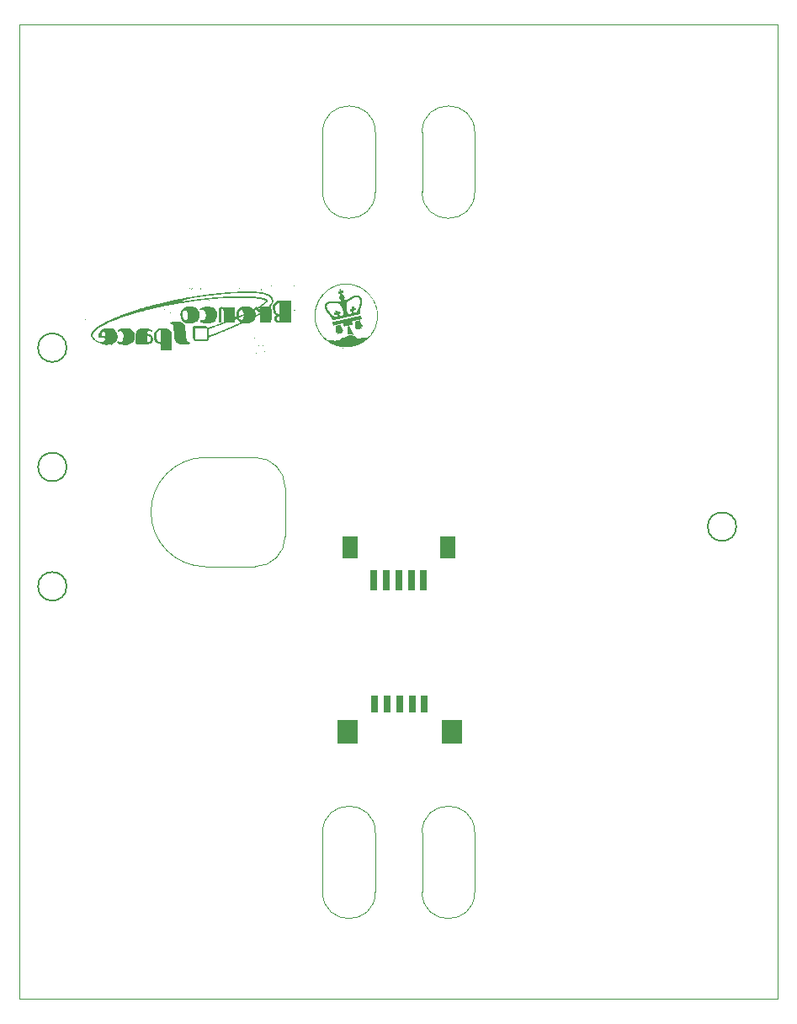
<source format=gbr>
%TF.GenerationSoftware,KiCad,Pcbnew,9.0.0*%
%TF.CreationDate,2025-04-21T01:21:51-04:00*%
%TF.ProjectId,xy_faces_CUpayload_v2,78795f66-6163-4657-935f-43557061796c,3.0*%
%TF.SameCoordinates,Original*%
%TF.FileFunction,Soldermask,Bot*%
%TF.FilePolarity,Negative*%
%FSLAX46Y46*%
G04 Gerber Fmt 4.6, Leading zero omitted, Abs format (unit mm)*
G04 Created by KiCad (PCBNEW 9.0.0) date 2025-04-21 01:21:51*
%MOMM*%
%LPD*%
G01*
G04 APERTURE LIST*
%ADD10C,0.000000*%
%ADD11R,0.700000X2.000000*%
%ADD12R,1.600000X2.200000*%
%ADD13R,0.730000X1.800000*%
%ADD14R,0.700000X1.800000*%
%ADD15R,2.000000X2.400000*%
%TA.AperFunction,Profile*%
%ADD16C,0.050000*%
%TD*%
%TA.AperFunction,Profile*%
%ADD17C,0.100000*%
%TD*%
%TA.AperFunction,Profile*%
%ADD18C,0.200000*%
%TD*%
G04 APERTURE END LIST*
D10*
%TO.C,G\u002A\u002A\u002A*%
G36*
X112604737Y-94463947D02*
G01*
X112593596Y-94475088D01*
X112582456Y-94463947D01*
X112593596Y-94452807D01*
X112604737Y-94463947D01*
G37*
G36*
X119979649Y-93372193D02*
G01*
X119968509Y-93383333D01*
X119957368Y-93372193D01*
X119968509Y-93361053D01*
X119979649Y-93372193D01*
G37*
G36*
X121294210Y-94597632D02*
G01*
X121283070Y-94608772D01*
X121271930Y-94597632D01*
X121283070Y-94586491D01*
X121294210Y-94597632D01*
G37*
G36*
X121472456Y-92547807D02*
G01*
X121461316Y-92558947D01*
X121450175Y-92547807D01*
X121461316Y-92536667D01*
X121472456Y-92547807D01*
G37*
G36*
X123722807Y-96112719D02*
G01*
X123711666Y-96123860D01*
X123700526Y-96112719D01*
X123711666Y-96101579D01*
X123722807Y-96112719D01*
G37*
G36*
X124614035Y-98808684D02*
G01*
X124602895Y-98819825D01*
X124591754Y-98808684D01*
X124602895Y-98797544D01*
X124614035Y-98808684D01*
G37*
G36*
X124925965Y-98741842D02*
G01*
X124914824Y-98752982D01*
X124903684Y-98741842D01*
X124914824Y-98730702D01*
X124925965Y-98741842D01*
G37*
G36*
X125126491Y-97917456D02*
G01*
X125115351Y-97928596D01*
X125104210Y-97917456D01*
X125115351Y-97906316D01*
X125126491Y-97917456D01*
G37*
G36*
X125171052Y-98786403D02*
G01*
X125159912Y-98797544D01*
X125148772Y-98786403D01*
X125159912Y-98775263D01*
X125171052Y-98786403D01*
G37*
G36*
X127688772Y-98741842D02*
G01*
X127677631Y-98752982D01*
X127666491Y-98741842D01*
X127677631Y-98730702D01*
X127688772Y-98741842D01*
G37*
G36*
X131654737Y-93528158D02*
G01*
X131643596Y-93539298D01*
X131632456Y-93528158D01*
X131643596Y-93517018D01*
X131654737Y-93528158D01*
G37*
G36*
X132724210Y-98028860D02*
G01*
X132713070Y-98040000D01*
X132701930Y-98028860D01*
X132713070Y-98017719D01*
X132724210Y-98028860D01*
G37*
G36*
X133994210Y-92035351D02*
G01*
X133983070Y-92046491D01*
X133971930Y-92035351D01*
X133983070Y-92024211D01*
X133994210Y-92035351D01*
G37*
G36*
X134016491Y-92169035D02*
G01*
X134005351Y-92180175D01*
X133994210Y-92169035D01*
X134005351Y-92157895D01*
X134016491Y-92169035D01*
G37*
G36*
X112575029Y-93502164D02*
G01*
X112578515Y-93508865D01*
X112560175Y-93517018D01*
X112548380Y-93515410D01*
X112545321Y-93502164D01*
X112548587Y-93499497D01*
X112575029Y-93502164D01*
G37*
G36*
X120462397Y-95217778D02*
G01*
X120465883Y-95224479D01*
X120447544Y-95232632D01*
X120435748Y-95231024D01*
X120432690Y-95217778D01*
X120435956Y-95215111D01*
X120462397Y-95217778D01*
G37*
G36*
X123637862Y-96064078D02*
G01*
X123648175Y-96072098D01*
X123624400Y-96077539D01*
X123601802Y-96075964D01*
X123595157Y-96065837D01*
X123603040Y-96061422D01*
X123637862Y-96064078D01*
G37*
G36*
X124235263Y-97237895D02*
G01*
X124233655Y-97249690D01*
X124220409Y-97252749D01*
X124217743Y-97249483D01*
X124220409Y-97223041D01*
X124227111Y-97219555D01*
X124235263Y-97237895D01*
G37*
G36*
X124316959Y-96420936D02*
G01*
X124320445Y-96427637D01*
X124302105Y-96435789D01*
X124290310Y-96434181D01*
X124287251Y-96420936D01*
X124290517Y-96418269D01*
X124316959Y-96420936D01*
G37*
G36*
X124651169Y-95774795D02*
G01*
X124654655Y-95781497D01*
X124636316Y-95789649D01*
X124624520Y-95788041D01*
X124621462Y-95774795D01*
X124624727Y-95772129D01*
X124651169Y-95774795D01*
G37*
G36*
X125242072Y-98960569D02*
G01*
X125252385Y-98968589D01*
X125228611Y-98974030D01*
X125206012Y-98972455D01*
X125199368Y-98962328D01*
X125207250Y-98957913D01*
X125242072Y-98960569D01*
G37*
G36*
X129623675Y-96658596D02*
G01*
X129620569Y-96689246D01*
X129612437Y-96686447D01*
X129609494Y-96676362D01*
X129612437Y-96630746D01*
X129620173Y-96626966D01*
X129623675Y-96658596D01*
G37*
G36*
X129694035Y-98864386D02*
G01*
X129692427Y-98876181D01*
X129679181Y-98879240D01*
X129676515Y-98875974D01*
X129679181Y-98849532D01*
X129685883Y-98846046D01*
X129694035Y-98864386D01*
G37*
G36*
X130161930Y-98552456D02*
G01*
X130160322Y-98564251D01*
X130147076Y-98567310D01*
X130144409Y-98564044D01*
X130147076Y-98537602D01*
X130153777Y-98534117D01*
X130161930Y-98552456D01*
G37*
G36*
X130332748Y-97958304D02*
G01*
X130336234Y-97965006D01*
X130317895Y-97973158D01*
X130306099Y-97971550D01*
X130303041Y-97958304D01*
X130306306Y-97955638D01*
X130332748Y-97958304D01*
G37*
G36*
X113576075Y-94739014D02*
G01*
X113569197Y-94748911D01*
X113550352Y-94764737D01*
X113547237Y-94764520D01*
X113542330Y-94751622D01*
X113566249Y-94729188D01*
X113578701Y-94723767D01*
X113576075Y-94739014D01*
G37*
G36*
X121008903Y-95504585D02*
G01*
X121026842Y-95535278D01*
X121023112Y-95552039D01*
X121000384Y-95561736D01*
X120971055Y-95539712D01*
X120967165Y-95512988D01*
X120991564Y-95500000D01*
X121008903Y-95504585D01*
G37*
G36*
X124747719Y-98629124D02*
G01*
X124747283Y-98640373D01*
X124736758Y-98662875D01*
X124715250Y-98643118D01*
X124712222Y-98635085D01*
X124725075Y-98608382D01*
X124736757Y-98606176D01*
X124747719Y-98629124D01*
G37*
G36*
X125742408Y-93728290D02*
G01*
X125760059Y-93755574D01*
X125761645Y-93759801D01*
X125766320Y-93782127D01*
X125747586Y-93768047D01*
X125734872Y-93751664D01*
X125732373Y-93728095D01*
X125742408Y-93728290D01*
G37*
G36*
X131021968Y-98625243D02*
G01*
X131026064Y-98634049D01*
X131017889Y-98666850D01*
X131003327Y-98683712D01*
X130991056Y-98666940D01*
X130988325Y-98646219D01*
X130999942Y-98621584D01*
X131021968Y-98625243D01*
G37*
G36*
X134029748Y-92286009D02*
G01*
X133997813Y-92321115D01*
X133979617Y-92336140D01*
X133973883Y-92335032D01*
X133979961Y-92317826D01*
X134022061Y-92278322D01*
X134072193Y-92235877D01*
X134029748Y-92286009D01*
G37*
G36*
X113065205Y-95685672D02*
G01*
X113068424Y-95691319D01*
X113062407Y-95721325D01*
X113047997Y-95736765D01*
X113019808Y-95743738D01*
X113005789Y-95724122D01*
X113012511Y-95705232D01*
X113039145Y-95683993D01*
X113065205Y-95685672D01*
G37*
G36*
X114904975Y-92069419D02*
G01*
X114921930Y-92091053D01*
X114921282Y-92096378D01*
X114899649Y-92113333D01*
X114894323Y-92112686D01*
X114877368Y-92091053D01*
X114878016Y-92085727D01*
X114899649Y-92068772D01*
X114904975Y-92069419D01*
G37*
G36*
X117044446Y-92027615D02*
G01*
X117049737Y-92046491D01*
X117045170Y-92053232D01*
X117027456Y-92068772D01*
X117024233Y-92067723D01*
X117005175Y-92046491D01*
X117003391Y-92034691D01*
X117027456Y-92024211D01*
X117044446Y-92027615D01*
G37*
G36*
X117624184Y-95255550D02*
G01*
X117640175Y-95277193D01*
X117635924Y-95287841D01*
X117605439Y-95299474D01*
X117589525Y-95296267D01*
X117584474Y-95277193D01*
X117589034Y-95271108D01*
X117619210Y-95254912D01*
X117624184Y-95255550D01*
G37*
G36*
X117938614Y-96216685D02*
G01*
X117964108Y-96238314D01*
X117958926Y-96265576D01*
X117937011Y-96278316D01*
X117901878Y-96274430D01*
X117885263Y-96246403D01*
X117888978Y-96230846D01*
X117917369Y-96212982D01*
X117938614Y-96216685D01*
G37*
G36*
X119440684Y-92923943D02*
G01*
X119459037Y-92944029D01*
X119457036Y-92957417D01*
X119416265Y-92960000D01*
X119371618Y-92952231D01*
X119356103Y-92930661D01*
X119380208Y-92902977D01*
X119403175Y-92901440D01*
X119440684Y-92923943D01*
G37*
G36*
X119903926Y-93384359D02*
G01*
X119923947Y-93405614D01*
X119927429Y-93414245D01*
X119914122Y-93427895D01*
X119907654Y-93427039D01*
X119890526Y-93405614D01*
X119890782Y-93400572D01*
X119900352Y-93383333D01*
X119903926Y-93384359D01*
G37*
G36*
X120808269Y-94277075D02*
G01*
X120826316Y-94296842D01*
X120822545Y-94307092D01*
X120792895Y-94319123D01*
X120777520Y-94316609D01*
X120759474Y-94296842D01*
X120763244Y-94286592D01*
X120792895Y-94274561D01*
X120808269Y-94277075D01*
G37*
G36*
X120976445Y-94392861D02*
G01*
X120993465Y-94410489D01*
X121001595Y-94427328D01*
X120977230Y-94430526D01*
X120945207Y-94422159D01*
X120920432Y-94396698D01*
X120924878Y-94369098D01*
X120942701Y-94369038D01*
X120976445Y-94392861D01*
G37*
G36*
X121573170Y-94728406D02*
G01*
X121590131Y-94739235D01*
X121595097Y-94764579D01*
X121592528Y-94768417D01*
X121559627Y-94786021D01*
X121527242Y-94763254D01*
X121520013Y-94745061D01*
X121532784Y-94724006D01*
X121573170Y-94728406D01*
G37*
G36*
X122367918Y-94945496D02*
G01*
X122385965Y-94965263D01*
X122382194Y-94975513D01*
X122352544Y-94987544D01*
X122337169Y-94985030D01*
X122319123Y-94965263D01*
X122322893Y-94955013D01*
X122352544Y-94942982D01*
X122367918Y-94945496D01*
G37*
G36*
X122535833Y-95381122D02*
G01*
X122562421Y-95433158D01*
X122577374Y-95465511D01*
X122577334Y-95473001D01*
X122554299Y-95445610D01*
X122532386Y-95413328D01*
X122519649Y-95380625D01*
X122522649Y-95366634D01*
X122535833Y-95381122D01*
G37*
G36*
X122773022Y-93098321D02*
G01*
X122795789Y-93128967D01*
X122799631Y-93148464D01*
X122782855Y-93155425D01*
X122780932Y-93154735D01*
X122754996Y-93133414D01*
X122745903Y-93106766D01*
X122760496Y-93093684D01*
X122773022Y-93098321D01*
G37*
G36*
X124890962Y-98530383D02*
G01*
X124903684Y-98566503D01*
X124903318Y-98577192D01*
X124894879Y-98587299D01*
X124867611Y-98564127D01*
X124847688Y-98538695D01*
X124843847Y-98515743D01*
X124863991Y-98510622D01*
X124890962Y-98530383D01*
G37*
G36*
X124877735Y-96525580D02*
G01*
X124859123Y-96558333D01*
X124840253Y-96576396D01*
X124819352Y-96581691D01*
X124818230Y-96568806D01*
X124836842Y-96536053D01*
X124855711Y-96517990D01*
X124876613Y-96512695D01*
X124877735Y-96525580D01*
G37*
G36*
X125453448Y-93461423D02*
G01*
X125477423Y-93489167D01*
X125474235Y-93506373D01*
X125440278Y-93517018D01*
X125412602Y-93510888D01*
X125393859Y-93481963D01*
X125396109Y-93470383D01*
X125419757Y-93454594D01*
X125453448Y-93461423D01*
G37*
G36*
X126513220Y-97038016D02*
G01*
X126530175Y-97059649D01*
X126529528Y-97064975D01*
X126507895Y-97081930D01*
X126502569Y-97081282D01*
X126485614Y-97059649D01*
X126486261Y-97054323D01*
X126507895Y-97037368D01*
X126513220Y-97038016D01*
G37*
G36*
X128129394Y-93380923D02*
G01*
X128152396Y-93403943D01*
X128150975Y-93416589D01*
X128123245Y-93427895D01*
X128104850Y-93424259D01*
X128094095Y-93403943D01*
X128097121Y-93397337D01*
X128123245Y-93379991D01*
X128129394Y-93380923D01*
G37*
G36*
X128388681Y-97101766D02*
G01*
X128401754Y-97140261D01*
X128398751Y-97155111D01*
X128379474Y-97159912D01*
X128370266Y-97151216D01*
X128357193Y-97112721D01*
X128360196Y-97097871D01*
X128379474Y-97093070D01*
X128388681Y-97101766D01*
G37*
G36*
X128763571Y-98887314D02*
G01*
X128780526Y-98908947D01*
X128779879Y-98914273D01*
X128758245Y-98931228D01*
X128752920Y-98930581D01*
X128735965Y-98908947D01*
X128736612Y-98903622D01*
X128758245Y-98886667D01*
X128763571Y-98887314D01*
G37*
G36*
X128852521Y-93317347D02*
G01*
X128869649Y-93338772D01*
X128869394Y-93343814D01*
X128859824Y-93361053D01*
X128856250Y-93360027D01*
X128836228Y-93338772D01*
X128832746Y-93330141D01*
X128846053Y-93316491D01*
X128852521Y-93317347D01*
G37*
G36*
X130062662Y-97277418D02*
G01*
X130089517Y-97299167D01*
X130079319Y-97319661D01*
X130028245Y-97327018D01*
X129978568Y-97320295D01*
X129966974Y-97299167D01*
X129984147Y-97281819D01*
X130028245Y-97271316D01*
X130062662Y-97277418D01*
G37*
G36*
X130045534Y-93737415D02*
G01*
X130068536Y-93760434D01*
X130067116Y-93773081D01*
X130039386Y-93784386D01*
X130020991Y-93780751D01*
X130010235Y-93760434D01*
X130013261Y-93753828D01*
X130039386Y-93736482D01*
X130045534Y-93737415D01*
G37*
G36*
X130546551Y-98132527D02*
G01*
X130551842Y-98151403D01*
X130547275Y-98158144D01*
X130529561Y-98173684D01*
X130526338Y-98172636D01*
X130507281Y-98151403D01*
X130505496Y-98139603D01*
X130529561Y-98129123D01*
X130546551Y-98132527D01*
G37*
G36*
X130819083Y-98000775D02*
G01*
X130852631Y-98028860D01*
X130864879Y-98048864D01*
X130858088Y-98062281D01*
X130841619Y-98056945D01*
X130808070Y-98028860D01*
X130795822Y-98008855D01*
X130802614Y-97995439D01*
X130819083Y-98000775D01*
G37*
G36*
X130941754Y-98773948D02*
G01*
X130940898Y-98780415D01*
X130919474Y-98797544D01*
X130914431Y-98797288D01*
X130897193Y-98787718D01*
X130898218Y-98784144D01*
X130919474Y-98764123D01*
X130928104Y-98760641D01*
X130941754Y-98773948D01*
G37*
G36*
X131610175Y-93416754D02*
G01*
X131620761Y-93427915D01*
X131632115Y-93468201D01*
X131632039Y-93473268D01*
X131627479Y-93493336D01*
X131610175Y-93472456D01*
X131593764Y-93441524D01*
X131590493Y-93414956D01*
X131610175Y-93416754D01*
G37*
G36*
X131747479Y-92028388D02*
G01*
X131766140Y-92046491D01*
X131757784Y-92059441D01*
X131721579Y-92068772D01*
X131695679Y-92064594D01*
X131677017Y-92046491D01*
X131685373Y-92033541D01*
X131721579Y-92024211D01*
X131747479Y-92028388D01*
G37*
G36*
X131956814Y-95590125D02*
G01*
X131977807Y-95611403D01*
X131981957Y-95619292D01*
X131980437Y-95633684D01*
X131976519Y-95632682D01*
X131955526Y-95611403D01*
X131951376Y-95603515D01*
X131952896Y-95589123D01*
X131956814Y-95590125D01*
G37*
G36*
X115987545Y-96126718D02*
G01*
X116013238Y-96144918D01*
X115998830Y-96175848D01*
X115995948Y-96178472D01*
X115958524Y-96191058D01*
X115919995Y-96182589D01*
X115902281Y-96157281D01*
X115913183Y-96135481D01*
X115957982Y-96123860D01*
X115987545Y-96126718D01*
G37*
G36*
X124591754Y-92291579D02*
G01*
X124601538Y-92311026D01*
X124613694Y-92365306D01*
X124609868Y-92385847D01*
X124591754Y-92391842D01*
X124577037Y-92367450D01*
X124569815Y-92318115D01*
X124570279Y-92299495D01*
X124576226Y-92276243D01*
X124591754Y-92291579D01*
G37*
G36*
X128490877Y-92269298D02*
G01*
X128501684Y-92288187D01*
X128512817Y-92319430D01*
X128512274Y-92323346D01*
X128490877Y-92336140D01*
X128477058Y-92325128D01*
X128468938Y-92286009D01*
X128469185Y-92273930D01*
X128474624Y-92251800D01*
X128490877Y-92269298D01*
G37*
G36*
X130179927Y-98024325D02*
G01*
X130161930Y-98051140D01*
X130138509Y-98069667D01*
X130086789Y-98084424D01*
X130062333Y-98082775D01*
X130063859Y-98073461D01*
X130103205Y-98051003D01*
X130121679Y-98041513D01*
X130167611Y-98021118D01*
X130179927Y-98024325D01*
G37*
G36*
X130437997Y-97999030D02*
G01*
X130450013Y-98061662D01*
X130449847Y-98068033D01*
X130436812Y-98073829D01*
X130401447Y-98044218D01*
X130377232Y-98018104D01*
X130366148Y-97992344D01*
X130384731Y-97973240D01*
X130412440Y-97969024D01*
X130437997Y-97999030D01*
G37*
G36*
X133070108Y-92408547D02*
G01*
X133078903Y-92431410D01*
X133052851Y-92455068D01*
X133041937Y-92459436D01*
X133019430Y-92468066D01*
X133016863Y-92465093D01*
X133013859Y-92436403D01*
X133017741Y-92420817D01*
X133047281Y-92402982D01*
X133070108Y-92408547D01*
G37*
G36*
X123749303Y-92292555D02*
G01*
X123721168Y-92332766D01*
X123681036Y-92367244D01*
X123647563Y-92381909D01*
X123633684Y-92370709D01*
X123637430Y-92359443D01*
X123662336Y-92327465D01*
X123699082Y-92292988D01*
X123734010Y-92268082D01*
X123753462Y-92264823D01*
X123749303Y-92292555D01*
G37*
G36*
X129994824Y-97950877D02*
G01*
X130012412Y-97970509D01*
X130028245Y-98012035D01*
X130028228Y-98014403D01*
X130021274Y-98033589D01*
X129994824Y-98017719D01*
X129977237Y-97998087D01*
X129961403Y-97956561D01*
X129961420Y-97954194D01*
X129968375Y-97935008D01*
X129994824Y-97950877D01*
G37*
G36*
X134040066Y-94457506D02*
G01*
X134086280Y-94488481D01*
X134105614Y-94535246D01*
X134105606Y-94536843D01*
X134099585Y-94560140D01*
X134076300Y-94557533D01*
X134026848Y-94528227D01*
X134021238Y-94524476D01*
X133980306Y-94487870D01*
X133976923Y-94462375D01*
X134012035Y-94452807D01*
X134040066Y-94457506D01*
G37*
G36*
X123421127Y-92139385D02*
G01*
X123433158Y-92169035D01*
X123444670Y-92202906D01*
X123477719Y-92247018D01*
X123507899Y-92283122D01*
X123522281Y-92313860D01*
X123521276Y-92325457D01*
X123506856Y-92335166D01*
X123478135Y-92308398D01*
X123438728Y-92248002D01*
X123413198Y-92202275D01*
X123393109Y-92159491D01*
X123393048Y-92140146D01*
X123410877Y-92135614D01*
X123421127Y-92139385D01*
G37*
G36*
X130662730Y-92327885D02*
G01*
X130678984Y-92336227D01*
X130696666Y-92358020D01*
X130696668Y-92358294D01*
X130700829Y-92391004D01*
X130710592Y-92444759D01*
X130714672Y-92495039D01*
X130699452Y-92514386D01*
X130682758Y-92499772D01*
X130674386Y-92457219D01*
X130669689Y-92413792D01*
X130651590Y-92357458D01*
X130647477Y-92349564D01*
X130640519Y-92324869D01*
X130662730Y-92327885D01*
G37*
G36*
X113036167Y-95190113D02*
G01*
X113041727Y-95236628D01*
X113041962Y-95303458D01*
X113037511Y-95375764D01*
X113029013Y-95438704D01*
X113017104Y-95477437D01*
X113006579Y-95491856D01*
X112985530Y-95499182D01*
X112974334Y-95468799D01*
X112975633Y-95405307D01*
X112979313Y-95371797D01*
X112992012Y-95272050D01*
X113003840Y-95210065D01*
X113016070Y-95180523D01*
X113029972Y-95178105D01*
X113036167Y-95190113D01*
G37*
G36*
X130167949Y-98758953D02*
G01*
X130240628Y-98785267D01*
X130297813Y-98819688D01*
X130317895Y-98863249D01*
X130313565Y-98890237D01*
X130295614Y-98908947D01*
X130290320Y-98908338D01*
X130273333Y-98887712D01*
X130271969Y-98883111D01*
X130245315Y-98858144D01*
X130195351Y-98829472D01*
X130180750Y-98822194D01*
X130135569Y-98794002D01*
X130117368Y-98772724D01*
X130128452Y-98755604D01*
X130167949Y-98758953D01*
G37*
G36*
X117028509Y-96280588D02*
G01*
X117262733Y-96304698D01*
X117463349Y-96357971D01*
X117630326Y-96440389D01*
X117763628Y-96551933D01*
X117863221Y-96692584D01*
X117929074Y-96862321D01*
X117930604Y-96868395D01*
X117942926Y-96949446D01*
X117949324Y-97056838D01*
X117948766Y-97174251D01*
X117948692Y-97176241D01*
X117942240Y-97286555D01*
X117930440Y-97368667D01*
X117909892Y-97438653D01*
X117877196Y-97512588D01*
X117844324Y-97572544D01*
X117789474Y-97655507D01*
X117737089Y-97718794D01*
X117650215Y-97789652D01*
X117520417Y-97864894D01*
X117374561Y-97925160D01*
X117227982Y-97963093D01*
X117143783Y-97976667D01*
X117039984Y-97988538D01*
X116946827Y-97990291D01*
X116846294Y-97981942D01*
X116720370Y-97963505D01*
X116672159Y-97954497D01*
X116560301Y-97925920D01*
X116450009Y-97888777D01*
X116349656Y-97846783D01*
X116267611Y-97803656D01*
X116212245Y-97763112D01*
X116191930Y-97728869D01*
X116193677Y-97712019D01*
X116223100Y-97660704D01*
X116277377Y-97628915D01*
X116341544Y-97626855D01*
X116362790Y-97632133D01*
X116459965Y-97651979D01*
X116529365Y-97654936D01*
X116582723Y-97640198D01*
X116631774Y-97606962D01*
X116710144Y-97522570D01*
X116763033Y-97419168D01*
X116792861Y-97289581D01*
X116802227Y-97126491D01*
X116793497Y-96968618D01*
X116764209Y-96837075D01*
X116711894Y-96732522D01*
X116634098Y-96647976D01*
X116613313Y-96633078D01*
X116548733Y-96604632D01*
X116478491Y-96590626D01*
X116417660Y-96593086D01*
X116381316Y-96614035D01*
X116355088Y-96632996D01*
X116305913Y-96632857D01*
X116252458Y-96611946D01*
X116209529Y-96576589D01*
X116191930Y-96533113D01*
X116206088Y-96502517D01*
X116257090Y-96461440D01*
X116337726Y-96418755D01*
X116440082Y-96377265D01*
X116556247Y-96339774D01*
X116678308Y-96309082D01*
X116798352Y-96287994D01*
X116908466Y-96279312D01*
X117028509Y-96280588D01*
G37*
G36*
X125426496Y-94137345D02*
G01*
X125510986Y-94140161D01*
X125575030Y-94147500D01*
X125630584Y-94161481D01*
X125689607Y-94184222D01*
X125764055Y-94217841D01*
X125792659Y-94231431D01*
X125953703Y-94327596D01*
X126075675Y-94441372D01*
X126161447Y-94577108D01*
X126213892Y-94739149D01*
X126235882Y-94931842D01*
X126236835Y-95004568D01*
X126221032Y-95173953D01*
X126175912Y-95325774D01*
X126097833Y-95474343D01*
X126067495Y-95515704D01*
X125969970Y-95607092D01*
X125841755Y-95688511D01*
X125692492Y-95754425D01*
X125531823Y-95799300D01*
X125484233Y-95808459D01*
X125373191Y-95825227D01*
X125276232Y-95829751D01*
X125174342Y-95822163D01*
X125048509Y-95802590D01*
X124893571Y-95769869D01*
X124754222Y-95729616D01*
X124639950Y-95684887D01*
X124555572Y-95637916D01*
X124505900Y-95590936D01*
X124495752Y-95546182D01*
X124521440Y-95491328D01*
X124564760Y-95462592D01*
X124615542Y-95473490D01*
X124638707Y-95482967D01*
X124701836Y-95495210D01*
X124778245Y-95500000D01*
X124826103Y-95499170D01*
X124882553Y-95490470D01*
X124925650Y-95465353D01*
X124974904Y-95415429D01*
X125038436Y-95326995D01*
X125080117Y-95220477D01*
X125099880Y-95089887D01*
X125099883Y-94926791D01*
X125087837Y-94795987D01*
X125062026Y-94686867D01*
X125018463Y-94597080D01*
X124952674Y-94514079D01*
X124911933Y-94477869D01*
X124861327Y-94457853D01*
X124786647Y-94452807D01*
X124753531Y-94453870D01*
X124681130Y-94462882D01*
X124630711Y-94478087D01*
X124602441Y-94489367D01*
X124570674Y-94481668D01*
X124531049Y-94442420D01*
X124510027Y-94414800D01*
X124496579Y-94375041D01*
X124514295Y-94339270D01*
X124567019Y-94301908D01*
X124658596Y-94257378D01*
X124749783Y-94219373D01*
X124871348Y-94179564D01*
X124995601Y-94154261D01*
X125136324Y-94140905D01*
X125307301Y-94136937D01*
X125309603Y-94136935D01*
X125426496Y-94137345D01*
G37*
G36*
X122664932Y-95700526D02*
G01*
X122682643Y-95709649D01*
X122823375Y-95804448D01*
X122925682Y-95919092D01*
X122988120Y-96052010D01*
X122994567Y-96078109D01*
X123008271Y-96154160D01*
X123021977Y-96252285D01*
X123033505Y-96357807D01*
X123039571Y-96422474D01*
X123066514Y-96696274D01*
X123091691Y-96928359D01*
X123115431Y-97121026D01*
X123138062Y-97276573D01*
X123159911Y-97397299D01*
X123181306Y-97485501D01*
X123202575Y-97543478D01*
X123214440Y-97566269D01*
X123247211Y-97609831D01*
X123294894Y-97640646D01*
X123371886Y-97669423D01*
X123375918Y-97670735D01*
X123445262Y-97695054D01*
X123482365Y-97716278D01*
X123497264Y-97743540D01*
X123500000Y-97785972D01*
X123497946Y-97823845D01*
X123481380Y-97857724D01*
X123438728Y-97873812D01*
X123389472Y-97884840D01*
X123332895Y-97898938D01*
X123312934Y-97903206D01*
X123251482Y-97913406D01*
X123165015Y-97925954D01*
X123065526Y-97939048D01*
X123048638Y-97941158D01*
X122921532Y-97956327D01*
X122826112Y-97965284D01*
X122751204Y-97968029D01*
X122685635Y-97964558D01*
X122618231Y-97954869D01*
X122537816Y-97938962D01*
X122506983Y-97932044D01*
X122327495Y-97869935D01*
X122179666Y-97776746D01*
X122062543Y-97651726D01*
X121975176Y-97494123D01*
X121963339Y-97457122D01*
X121945551Y-97371709D01*
X121929599Y-97261291D01*
X121917392Y-97137632D01*
X121911662Y-97063210D01*
X121894818Y-96847972D01*
X121880435Y-96670824D01*
X121868064Y-96526892D01*
X121857256Y-96411302D01*
X121847561Y-96319184D01*
X121838533Y-96245662D01*
X121829720Y-96185865D01*
X121818983Y-96118036D01*
X121810249Y-96059169D01*
X121806835Y-96030876D01*
X121802894Y-96016797D01*
X121773050Y-95973915D01*
X121723997Y-95923411D01*
X121667859Y-95877044D01*
X121616761Y-95846570D01*
X121580929Y-95826242D01*
X121538655Y-95783080D01*
X121519688Y-95737230D01*
X121531515Y-95701442D01*
X121557700Y-95686827D01*
X121629753Y-95666516D01*
X121734571Y-95649142D01*
X121865069Y-95635567D01*
X122014159Y-95626650D01*
X122174757Y-95623255D01*
X122509426Y-95622544D01*
X122664932Y-95700526D01*
G37*
G36*
X124444316Y-95045898D02*
G01*
X124442076Y-95134296D01*
X124435410Y-95199170D01*
X124421900Y-95253001D01*
X124399128Y-95308269D01*
X124364676Y-95377456D01*
X124323527Y-95451484D01*
X124258303Y-95539927D01*
X124182555Y-95606875D01*
X124101246Y-95660171D01*
X123940756Y-95740313D01*
X123783640Y-95788445D01*
X123692789Y-95800920D01*
X123568625Y-95808404D01*
X123433266Y-95809442D01*
X123300564Y-95804279D01*
X123184377Y-95793160D01*
X123098560Y-95776330D01*
X122950680Y-95718147D01*
X122802073Y-95619765D01*
X122685725Y-95491377D01*
X122602445Y-95334194D01*
X122553046Y-95149428D01*
X122538470Y-94940214D01*
X122764861Y-94940214D01*
X122764869Y-94944634D01*
X122775361Y-95123049D01*
X122805550Y-95262728D01*
X122855276Y-95363182D01*
X122924377Y-95423918D01*
X123007968Y-95452855D01*
X123093245Y-95445505D01*
X123168050Y-95394963D01*
X123232751Y-95301082D01*
X123242319Y-95270231D01*
X123252882Y-95197641D01*
X123260056Y-95101163D01*
X123263521Y-94992741D01*
X123262955Y-94884320D01*
X123258040Y-94787845D01*
X123248455Y-94715261D01*
X123247062Y-94709200D01*
X123217572Y-94633342D01*
X123174062Y-94564866D01*
X123143311Y-94532335D01*
X123093973Y-94504519D01*
X123024554Y-94497864D01*
X123017313Y-94498001D01*
X122940763Y-94510130D01*
X122882441Y-94536855D01*
X122845001Y-94577873D01*
X122801730Y-94669651D01*
X122774353Y-94792709D01*
X122764861Y-94940214D01*
X122538470Y-94940214D01*
X122538336Y-94938293D01*
X122538648Y-94921666D01*
X122559559Y-94727197D01*
X122613117Y-94561892D01*
X122701110Y-94422864D01*
X122825324Y-94307225D01*
X122987544Y-94212089D01*
X123018059Y-94197734D01*
X123078792Y-94170705D01*
X123130969Y-94152465D01*
X123185212Y-94141233D01*
X123252146Y-94135229D01*
X123342393Y-94132671D01*
X123466579Y-94131777D01*
X123558165Y-94131862D01*
X123674819Y-94134626D01*
X123762588Y-94141393D01*
X123831082Y-94153042D01*
X123889912Y-94170452D01*
X124044331Y-94237394D01*
X124181477Y-94328355D01*
X124291980Y-94444377D01*
X124384533Y-94592884D01*
X124391668Y-94606829D01*
X124415733Y-94659331D01*
X124431176Y-94709774D01*
X124439874Y-94769809D01*
X124443705Y-94851088D01*
X124444546Y-94965263D01*
X124444468Y-94992741D01*
X124444316Y-95045898D01*
G37*
G36*
X119821281Y-97385877D02*
G01*
X119800657Y-97525940D01*
X119742162Y-97650399D01*
X119648893Y-97754549D01*
X119523944Y-97833688D01*
X119370411Y-97883112D01*
X119339219Y-97886940D01*
X119263384Y-97891858D01*
X119155663Y-97896242D01*
X119023359Y-97899860D01*
X118873773Y-97902481D01*
X118714206Y-97903875D01*
X118150606Y-97906316D01*
X118037655Y-97793365D01*
X118043496Y-97382719D01*
X119222105Y-97382719D01*
X119222105Y-97705789D01*
X119283377Y-97704805D01*
X119323257Y-97700565D01*
X119416223Y-97666489D01*
X119496896Y-97606949D01*
X119549266Y-97532330D01*
X119571146Y-97444275D01*
X119572751Y-97346545D01*
X119555417Y-97256364D01*
X119520573Y-97190737D01*
X119476499Y-97152251D01*
X119403991Y-97107051D01*
X119328315Y-97073061D01*
X119267554Y-97059649D01*
X119261065Y-97059793D01*
X119245211Y-97063979D01*
X119234365Y-97079034D01*
X119227579Y-97111698D01*
X119223906Y-97168708D01*
X119222397Y-97256802D01*
X119222105Y-97382719D01*
X118043496Y-97382719D01*
X118045012Y-97276112D01*
X118045050Y-97273413D01*
X118047585Y-97108404D01*
X118050323Y-96981342D01*
X118053915Y-96885712D01*
X118059012Y-96814998D01*
X118066266Y-96762682D01*
X118076328Y-96722248D01*
X118089849Y-96687180D01*
X118107481Y-96650961D01*
X118113391Y-96639625D01*
X118192708Y-96524328D01*
X118296809Y-96436059D01*
X118434884Y-96366843D01*
X118483055Y-96349120D01*
X118536300Y-96334321D01*
X118596147Y-96324580D01*
X118672084Y-96318870D01*
X118773597Y-96316167D01*
X118910175Y-96315444D01*
X118999538Y-96315818D01*
X119131916Y-96318923D01*
X119233324Y-96325759D01*
X119312471Y-96337032D01*
X119378070Y-96353452D01*
X119432414Y-96372711D01*
X119513788Y-96407467D01*
X119594964Y-96447297D01*
X119665668Y-96486746D01*
X119715625Y-96520361D01*
X119734561Y-96542686D01*
X119731671Y-96557815D01*
X119705412Y-96601896D01*
X119665171Y-96641416D01*
X119627464Y-96658513D01*
X119621770Y-96658104D01*
X119574389Y-96643333D01*
X119516786Y-96613952D01*
X119509787Y-96609873D01*
X119438598Y-96582484D01*
X119360827Y-96570768D01*
X119292187Y-96575653D01*
X119248390Y-96598070D01*
X119234799Y-96631673D01*
X119223846Y-96691378D01*
X119217937Y-96758972D01*
X119218526Y-96817307D01*
X119227069Y-96849233D01*
X119233800Y-96853033D01*
X119274991Y-96863914D01*
X119337044Y-96873399D01*
X119426447Y-96891995D01*
X119552123Y-96946258D01*
X119662790Y-97025864D01*
X119748624Y-97123223D01*
X119799796Y-97230748D01*
X119800938Y-97234913D01*
X119815981Y-97346545D01*
X119821281Y-97385877D01*
G37*
G36*
X121668435Y-96823084D02*
G01*
X121676973Y-96862151D01*
X121683479Y-96910193D01*
X121688228Y-96972295D01*
X121691496Y-97053540D01*
X121693557Y-97159012D01*
X121694689Y-97293794D01*
X121695165Y-97462969D01*
X121695263Y-97671623D01*
X121695289Y-97874068D01*
X121694962Y-98048492D01*
X121693629Y-98186953D01*
X121690640Y-98293867D01*
X121685342Y-98373649D01*
X121677083Y-98430714D01*
X121665213Y-98469476D01*
X121649078Y-98494352D01*
X121628028Y-98509755D01*
X121601410Y-98520102D01*
X121568573Y-98529806D01*
X121533374Y-98535287D01*
X121458970Y-98540915D01*
X121355981Y-98545583D01*
X121232881Y-98548916D01*
X121098148Y-98550541D01*
X121008638Y-98550745D01*
X120875786Y-98549667D01*
X120777445Y-98546339D01*
X120707135Y-98540322D01*
X120658374Y-98531176D01*
X120624683Y-98518463D01*
X120558947Y-98484470D01*
X120558947Y-98241405D01*
X120558818Y-98204464D01*
X120555098Y-98075146D01*
X120545217Y-97983681D01*
X120527794Y-97924830D01*
X120501450Y-97893355D01*
X120464806Y-97884017D01*
X120462061Y-97883975D01*
X120396019Y-97869394D01*
X120309964Y-97833531D01*
X120217178Y-97783504D01*
X120130944Y-97726434D01*
X120064541Y-97669441D01*
X119994706Y-97587206D01*
X119940098Y-97495108D01*
X119905222Y-97390889D01*
X119886681Y-97264080D01*
X119881076Y-97104211D01*
X119881075Y-97097925D01*
X120113822Y-97097925D01*
X120118964Y-97225461D01*
X120143334Y-97371504D01*
X120189828Y-97485619D01*
X120260755Y-97572904D01*
X120358421Y-97638459D01*
X120403711Y-97660011D01*
X120468705Y-97686672D01*
X120517872Y-97701981D01*
X120539161Y-97701721D01*
X120539996Y-97680434D01*
X120541193Y-97620179D01*
X120542638Y-97526906D01*
X120544245Y-97406523D01*
X120545932Y-97264935D01*
X120547614Y-97108050D01*
X120549030Y-96933878D01*
X120549220Y-96788878D01*
X120547889Y-96679638D01*
X120544857Y-96601646D01*
X120539945Y-96550387D01*
X120532972Y-96521346D01*
X120523758Y-96510010D01*
X120483450Y-96506522D01*
X120413387Y-96526891D01*
X120335855Y-96570364D01*
X120263428Y-96631093D01*
X120214628Y-96685754D01*
X120164832Y-96762514D01*
X120133843Y-96849275D01*
X120118045Y-96957318D01*
X120113822Y-97097925D01*
X119881075Y-97097925D01*
X119881070Y-97068606D01*
X119882407Y-96964710D01*
X119887355Y-96890014D01*
X119897867Y-96832501D01*
X119915898Y-96780156D01*
X119943402Y-96720962D01*
X120004606Y-96615597D01*
X120110787Y-96494562D01*
X120244985Y-96402746D01*
X120413296Y-96335146D01*
X120489395Y-96312966D01*
X120569974Y-96294287D01*
X120647328Y-96284541D01*
X120737340Y-96281913D01*
X120855893Y-96284590D01*
X120964087Y-96289832D01*
X121071031Y-96300722D01*
X121157962Y-96318395D01*
X121238509Y-96345004D01*
X121325217Y-96386813D01*
X121458553Y-96485698D01*
X121568788Y-96611991D01*
X121645584Y-96755272D01*
X121657588Y-96787909D01*
X121657887Y-96788878D01*
X121668435Y-96823084D01*
G37*
G36*
X133709129Y-94845961D02*
G01*
X133710016Y-95053804D01*
X133709834Y-95224487D01*
X133708207Y-95361797D01*
X133704760Y-95469522D01*
X133701126Y-95522281D01*
X133699117Y-95551449D01*
X133690902Y-95611366D01*
X133679738Y-95653060D01*
X133665251Y-95680318D01*
X133647063Y-95696928D01*
X133624800Y-95706677D01*
X133598085Y-95713352D01*
X133552228Y-95723854D01*
X133515175Y-95733199D01*
X133497408Y-95735719D01*
X133436859Y-95738400D01*
X133344024Y-95739406D01*
X133226517Y-95738922D01*
X133091953Y-95737134D01*
X132947946Y-95734230D01*
X132802110Y-95730394D01*
X132662061Y-95725814D01*
X132535413Y-95720676D01*
X132429779Y-95715166D01*
X132352776Y-95709469D01*
X132312017Y-95703773D01*
X132253661Y-95685153D01*
X132133949Y-95624905D01*
X132051718Y-95543051D01*
X132004302Y-95436266D01*
X131989030Y-95301225D01*
X131989067Y-95274764D01*
X131989476Y-95265180D01*
X132215573Y-95265180D01*
X132219690Y-95319172D01*
X132240731Y-95382801D01*
X132300455Y-95461009D01*
X132361170Y-95502663D01*
X132435749Y-95522281D01*
X132503076Y-95522281D01*
X132496669Y-95316184D01*
X132490263Y-95110088D01*
X132426963Y-95114560D01*
X132412076Y-95116801D01*
X132349209Y-95139995D01*
X132285279Y-95178820D01*
X132273261Y-95188096D01*
X132230589Y-95227567D01*
X132215573Y-95265180D01*
X131989476Y-95265180D01*
X131992028Y-95205351D01*
X132004928Y-95158236D01*
X132035032Y-95116120D01*
X132089602Y-95061707D01*
X132135777Y-95014796D01*
X132165270Y-94978971D01*
X132168359Y-94965263D01*
X132139853Y-94954133D01*
X132089954Y-94915962D01*
X132033570Y-94860734D01*
X131981344Y-94799056D01*
X131943918Y-94741540D01*
X131917834Y-94678343D01*
X131889135Y-94589669D01*
X131864527Y-94495799D01*
X131852908Y-94438041D01*
X131838520Y-94254141D01*
X132100351Y-94254141D01*
X132100817Y-94323264D01*
X132104868Y-94410422D01*
X132115520Y-94477842D01*
X132135674Y-94540941D01*
X132168228Y-94615135D01*
X132201650Y-94680611D01*
X132258080Y-94761552D01*
X132323715Y-94818163D01*
X132393115Y-94858679D01*
X132449656Y-94875296D01*
X132486550Y-94861287D01*
X132488229Y-94858489D01*
X132494546Y-94820487D01*
X132498692Y-94745751D01*
X132500667Y-94640655D01*
X132500468Y-94511572D01*
X132498093Y-94364876D01*
X132493541Y-94206939D01*
X132486809Y-94044137D01*
X132481218Y-93940095D01*
X132473818Y-93844005D01*
X132465272Y-93782361D01*
X132454733Y-93749517D01*
X132441360Y-93739825D01*
X132378831Y-93754870D01*
X132301125Y-93798661D01*
X132225703Y-93861754D01*
X132166043Y-93934612D01*
X132137723Y-93981870D01*
X132117409Y-94028101D01*
X132106171Y-94080322D01*
X132101365Y-94151384D01*
X132100351Y-94254141D01*
X131838520Y-94254141D01*
X131837538Y-94241594D01*
X131861423Y-94060971D01*
X131923067Y-93899256D01*
X132020971Y-93759536D01*
X132153638Y-93644894D01*
X132319570Y-93558417D01*
X132339634Y-93550801D01*
X132383831Y-93536503D01*
X132432743Y-93525377D01*
X132493011Y-93516784D01*
X132571274Y-93510089D01*
X132674172Y-93504653D01*
X132808347Y-93499841D01*
X132980438Y-93495014D01*
X132982041Y-93494972D01*
X133171530Y-93490751D01*
X133321625Y-93489480D01*
X133437395Y-93491757D01*
X133523907Y-93498176D01*
X133586228Y-93509336D01*
X133629427Y-93525833D01*
X133658571Y-93548262D01*
X133678728Y-93577222D01*
X133679379Y-93578728D01*
X133684939Y-93616157D01*
X133690124Y-93694963D01*
X133694855Y-93812288D01*
X133699051Y-93965272D01*
X133702632Y-94151056D01*
X133705520Y-94366782D01*
X133707632Y-94609591D01*
X133707829Y-94640655D01*
X133709129Y-94845961D01*
G37*
G36*
X131864929Y-93640636D02*
G01*
X131807085Y-93808091D01*
X131707426Y-93980410D01*
X131698057Y-93994002D01*
X131653435Y-94061067D01*
X131622040Y-94112113D01*
X131610175Y-94136993D01*
X131621339Y-94157289D01*
X131627084Y-94163158D01*
X131654737Y-94191409D01*
X131659643Y-94195779D01*
X131671026Y-94209093D01*
X131679995Y-94228486D01*
X131686838Y-94258767D01*
X131691841Y-94304748D01*
X131695291Y-94371239D01*
X131697474Y-94463050D01*
X131698679Y-94584991D01*
X131699191Y-94741873D01*
X131699203Y-94764202D01*
X131699298Y-94938506D01*
X131699245Y-95023028D01*
X131698560Y-95213417D01*
X131696949Y-95365055D01*
X131694244Y-95482137D01*
X131690276Y-95568853D01*
X131684877Y-95629396D01*
X131677877Y-95667959D01*
X131669109Y-95688734D01*
X131666115Y-95692597D01*
X131651366Y-95705454D01*
X131627339Y-95715146D01*
X131588154Y-95722206D01*
X131527931Y-95727170D01*
X131440789Y-95730572D01*
X131320846Y-95732948D01*
X131162223Y-95734831D01*
X131025849Y-95735793D01*
X130878437Y-95734938D01*
X130766436Y-95730798D01*
X130684630Y-95722465D01*
X130627799Y-95709029D01*
X130590726Y-95689580D01*
X130568191Y-95663209D01*
X130554978Y-95629006D01*
X130553031Y-95618410D01*
X130548378Y-95563880D01*
X130544591Y-95477887D01*
X130542017Y-95369889D01*
X130541006Y-95249342D01*
X130540792Y-95194340D01*
X130539326Y-95086273D01*
X130536714Y-94999467D01*
X130533237Y-94941687D01*
X130529175Y-94920702D01*
X130516197Y-94926046D01*
X130470873Y-94949259D01*
X130401729Y-94986639D01*
X130324703Y-95029519D01*
X130317448Y-95033558D01*
X130117249Y-95146415D01*
X130028112Y-95333174D01*
X130017228Y-95355797D01*
X129970724Y-95445099D01*
X129927937Y-95508551D01*
X129878706Y-95559237D01*
X129812866Y-95610239D01*
X129812121Y-95610771D01*
X129645254Y-95704262D01*
X129594485Y-95721007D01*
X129450574Y-95768473D01*
X129235243Y-95801699D01*
X129006424Y-95802235D01*
X128791666Y-95787150D01*
X128557719Y-95897505D01*
X128491165Y-95928509D01*
X128374735Y-95981467D01*
X128246127Y-96038772D01*
X128111946Y-96097600D01*
X127978796Y-96155127D01*
X127853280Y-96208528D01*
X127742002Y-96254979D01*
X127651567Y-96291656D01*
X127588578Y-96315733D01*
X127559638Y-96324386D01*
X127554965Y-96324911D01*
X127515631Y-96339414D01*
X127461668Y-96367585D01*
X127456577Y-96370503D01*
X127395565Y-96401284D01*
X127311463Y-96439232D01*
X127220877Y-96476814D01*
X127209298Y-96481406D01*
X127119373Y-96517704D01*
X127004290Y-96564912D01*
X126877631Y-96617432D01*
X126752982Y-96669664D01*
X126717839Y-96684422D01*
X126603656Y-96731596D01*
X126499614Y-96773491D01*
X126415984Y-96806014D01*
X126363039Y-96825071D01*
X126317117Y-96841186D01*
X126235226Y-96872187D01*
X126135024Y-96911631D01*
X126028829Y-96954738D01*
X125956650Y-96984368D01*
X125820393Y-97039770D01*
X125683497Y-97094887D01*
X125566846Y-97141286D01*
X125349921Y-97226754D01*
X125349609Y-97364745D01*
X125349323Y-97418865D01*
X125347858Y-97438421D01*
X125345824Y-97465581D01*
X125334530Y-97501690D01*
X125310846Y-97528558D01*
X125270176Y-97547550D01*
X125207923Y-97560028D01*
X125119493Y-97567358D01*
X125000290Y-97570905D01*
X124845718Y-97572033D01*
X124651181Y-97572105D01*
X124052102Y-97572105D01*
X123943547Y-97501764D01*
X123897661Y-97469487D01*
X123847716Y-97426860D01*
X123823829Y-97395931D01*
X123820534Y-97366612D01*
X123816610Y-97298451D01*
X123812395Y-97197997D01*
X123808436Y-97080773D01*
X124060910Y-97080773D01*
X124062480Y-97218377D01*
X124066397Y-97317099D01*
X124072747Y-97379413D01*
X124081616Y-97407793D01*
X124090259Y-97414313D01*
X124117528Y-97422723D01*
X124165637Y-97429043D01*
X124239328Y-97433522D01*
X124343345Y-97436411D01*
X124482429Y-97437960D01*
X124661324Y-97438421D01*
X125215614Y-97438421D01*
X125215614Y-96895272D01*
X125215475Y-96792347D01*
X125214413Y-96637872D01*
X125212087Y-96520525D01*
X125208240Y-96435520D01*
X125204107Y-96393313D01*
X125349298Y-96393313D01*
X125349298Y-96737622D01*
X125349638Y-96806632D01*
X125351724Y-96915470D01*
X125355393Y-97002352D01*
X125360277Y-97059744D01*
X125366009Y-97080110D01*
X125370422Y-97078787D01*
X125408509Y-97064481D01*
X125480705Y-97036149D01*
X125581811Y-96995870D01*
X125706625Y-96945722D01*
X125849947Y-96887783D01*
X126006579Y-96824131D01*
X126049896Y-96806503D01*
X126210696Y-96741405D01*
X126361682Y-96680788D01*
X126496571Y-96627138D01*
X126609082Y-96582945D01*
X126692933Y-96550696D01*
X126741842Y-96532881D01*
X126781337Y-96518985D01*
X126850840Y-96491116D01*
X126897807Y-96467835D01*
X126899910Y-96466587D01*
X126938401Y-96447955D01*
X127010239Y-96416174D01*
X127108297Y-96374293D01*
X127225447Y-96325361D01*
X127354561Y-96272428D01*
X127451067Y-96232997D01*
X127640388Y-96154378D01*
X127824153Y-96076505D01*
X127997900Y-96001387D01*
X128157164Y-95931031D01*
X128297481Y-95867448D01*
X128414387Y-95812645D01*
X128503418Y-95768632D01*
X128560110Y-95737416D01*
X128580000Y-95721007D01*
X128578861Y-95717327D01*
X128554242Y-95692207D01*
X128507588Y-95659343D01*
X128490007Y-95648008D01*
X128368081Y-95539950D01*
X128267145Y-95394167D01*
X128249056Y-95362466D01*
X128219750Y-95317273D01*
X128202695Y-95299557D01*
X128199508Y-95300211D01*
X128167533Y-95315209D01*
X128117675Y-95343791D01*
X128087056Y-95363843D01*
X128059197Y-95393487D01*
X128047586Y-95436145D01*
X128045263Y-95507559D01*
X128044489Y-95541565D01*
X128035168Y-95609683D01*
X128011814Y-95663202D01*
X127970085Y-95703699D01*
X127905641Y-95732751D01*
X127814141Y-95751936D01*
X127691244Y-95762831D01*
X127532610Y-95767013D01*
X127333897Y-95766059D01*
X127279349Y-95765352D01*
X127166347Y-95764676D01*
X127084109Y-95766664D01*
X127022714Y-95772603D01*
X126972242Y-95783782D01*
X126922773Y-95801488D01*
X126864386Y-95827010D01*
X126855289Y-95831066D01*
X126773649Y-95865241D01*
X126664954Y-95908147D01*
X126542297Y-95954705D01*
X126418772Y-95999838D01*
X126416533Y-96000637D01*
X126282484Y-96048932D01*
X126139608Y-96101049D01*
X126004856Y-96150772D01*
X125895175Y-96191884D01*
X125827333Y-96217256D01*
X125732261Y-96251555D01*
X125654247Y-96278246D01*
X125605526Y-96293055D01*
X125588642Y-96297688D01*
X125518447Y-96321477D01*
X125443991Y-96351477D01*
X125349298Y-96393313D01*
X125204107Y-96393313D01*
X125202615Y-96378072D01*
X125194952Y-96343398D01*
X125184995Y-96326712D01*
X125179013Y-96323427D01*
X125139610Y-96315500D01*
X125065613Y-96310006D01*
X124954544Y-96306859D01*
X124803922Y-96305976D01*
X124611267Y-96307273D01*
X124068158Y-96313246D01*
X124062178Y-96845206D01*
X124061604Y-96901812D01*
X124060910Y-97080773D01*
X123808436Y-97080773D01*
X123808122Y-97071488D01*
X123804024Y-96925162D01*
X123800331Y-96765256D01*
X123797789Y-96640412D01*
X123795064Y-96489039D01*
X123793834Y-96373231D01*
X123794378Y-96287620D01*
X123796972Y-96226839D01*
X123801893Y-96185522D01*
X123809417Y-96158302D01*
X123819822Y-96139812D01*
X123833384Y-96124686D01*
X123841950Y-96116611D01*
X123859077Y-96104790D01*
X123883323Y-96095767D01*
X123920039Y-96089165D01*
X123974571Y-96084608D01*
X124052270Y-96081720D01*
X124158484Y-96080124D01*
X124298561Y-96079442D01*
X124477851Y-96079298D01*
X125076929Y-96079298D01*
X125190296Y-96157281D01*
X125244452Y-96192280D01*
X125300661Y-96223311D01*
X125334268Y-96235263D01*
X125361814Y-96229398D01*
X125423546Y-96211048D01*
X125508743Y-96183192D01*
X125607744Y-96148880D01*
X125669929Y-96126784D01*
X125811326Y-96076644D01*
X125957294Y-96024994D01*
X126084561Y-95980071D01*
X126145448Y-95958274D01*
X126271844Y-95911401D01*
X126395529Y-95863760D01*
X126496754Y-95822881D01*
X126516466Y-95814686D01*
X126614132Y-95775848D01*
X126706283Y-95741669D01*
X126775263Y-95718752D01*
X126875526Y-95689386D01*
X126875526Y-95223068D01*
X128429838Y-95223068D01*
X128438016Y-95259326D01*
X128464661Y-95309974D01*
X128501503Y-95360998D01*
X128540269Y-95398384D01*
X128570182Y-95414379D01*
X128650237Y-95431308D01*
X128734197Y-95424457D01*
X128801057Y-95394167D01*
X128821694Y-95370050D01*
X128854735Y-95308234D01*
X128881243Y-95232632D01*
X128899560Y-95153433D01*
X128911447Y-95081126D01*
X128914848Y-95029519D01*
X128908396Y-95009825D01*
X128908250Y-95009830D01*
X128883443Y-95018612D01*
X128828403Y-95041097D01*
X128753301Y-95072869D01*
X128668307Y-95109510D01*
X128583594Y-95146600D01*
X128509333Y-95179722D01*
X128455694Y-95204458D01*
X128432851Y-95216389D01*
X128429838Y-95223068D01*
X126875526Y-95223068D01*
X126875526Y-95054386D01*
X126874893Y-94888685D01*
X126872882Y-94729031D01*
X126869647Y-94594364D01*
X126865343Y-94489577D01*
X126860129Y-94419563D01*
X126854161Y-94389214D01*
X126851148Y-94385135D01*
X126798682Y-94344331D01*
X126736845Y-94333261D01*
X126683024Y-94355364D01*
X126675638Y-94362822D01*
X126665113Y-94379274D01*
X126657001Y-94404745D01*
X126650992Y-94444312D01*
X126646773Y-94503052D01*
X126644033Y-94586044D01*
X126642462Y-94698364D01*
X126641748Y-94845090D01*
X126641579Y-95031300D01*
X126641482Y-95220972D01*
X126640545Y-95380645D01*
X126637786Y-95504454D01*
X126632221Y-95596854D01*
X126622865Y-95662297D01*
X126608735Y-95705238D01*
X126588848Y-95730128D01*
X126562220Y-95741421D01*
X126527867Y-95743571D01*
X126484806Y-95741031D01*
X126385351Y-95733947D01*
X126379177Y-95076667D01*
X126378563Y-95006682D01*
X126377633Y-94807900D01*
X126378839Y-94647343D01*
X126382859Y-94520186D01*
X126390371Y-94421604D01*
X126402054Y-94346771D01*
X126418585Y-94290862D01*
X126440645Y-94249051D01*
X126468910Y-94216513D01*
X126504060Y-94188422D01*
X126537035Y-94169034D01*
X126637162Y-94139219D01*
X126746266Y-94137738D01*
X126845156Y-94165859D01*
X126872065Y-94178286D01*
X126935563Y-94194294D01*
X127000973Y-94184606D01*
X127001418Y-94184480D01*
X127046712Y-94177992D01*
X127126217Y-94172590D01*
X127231185Y-94168347D01*
X127352865Y-94165332D01*
X127482511Y-94163617D01*
X127611373Y-94163271D01*
X127730701Y-94164366D01*
X127831748Y-94166972D01*
X127905764Y-94171159D01*
X127944002Y-94176998D01*
X127948284Y-94178713D01*
X127979530Y-94197946D01*
X128003446Y-94229743D01*
X128020952Y-94279431D01*
X128032967Y-94352338D01*
X128040411Y-94453789D01*
X128044203Y-94589111D01*
X128045263Y-94763630D01*
X128045279Y-94816252D01*
X128045690Y-94955092D01*
X128047064Y-95056896D01*
X128049935Y-95127377D01*
X128054839Y-95172249D01*
X128062310Y-95197226D01*
X128072884Y-95208022D01*
X128087096Y-95210351D01*
X128105750Y-95208967D01*
X128148207Y-95185384D01*
X128167169Y-95129663D01*
X128164349Y-95037979D01*
X128162958Y-94978765D01*
X128405956Y-94978765D01*
X128414032Y-95033104D01*
X128436853Y-95054672D01*
X128479381Y-95048895D01*
X128546579Y-95021198D01*
X128600824Y-94996705D01*
X128678881Y-94961611D01*
X128763816Y-94923530D01*
X128834554Y-94890162D01*
X128889001Y-94854091D01*
X128911236Y-94813470D01*
X128906501Y-94757024D01*
X128880036Y-94673479D01*
X128857721Y-94617520D01*
X128806260Y-94535008D01*
X128754331Y-94498252D01*
X130005965Y-94498252D01*
X130012742Y-94520524D01*
X130033856Y-94572815D01*
X130064314Y-94641717D01*
X130093396Y-94712216D01*
X130112367Y-94790626D01*
X130112142Y-94813470D01*
X130111613Y-94867216D01*
X130109602Y-94887403D01*
X130110184Y-94936570D01*
X130125915Y-94959688D01*
X130162184Y-94956953D01*
X130224381Y-94928560D01*
X130317895Y-94874706D01*
X130329088Y-94868044D01*
X130401316Y-94827341D01*
X130459019Y-94798519D01*
X130490570Y-94787454D01*
X130505264Y-94785382D01*
X130522502Y-94764202D01*
X130510107Y-94726571D01*
X130472122Y-94680453D01*
X130412588Y-94633814D01*
X130376705Y-94610302D01*
X130291037Y-94551543D01*
X130215840Y-94496974D01*
X130187487Y-94475943D01*
X130140482Y-94447380D01*
X130104932Y-94441873D01*
X130065446Y-94455139D01*
X130023954Y-94478610D01*
X130005965Y-94498252D01*
X128754331Y-94498252D01*
X128741573Y-94489222D01*
X128657982Y-94475088D01*
X128592518Y-94483205D01*
X128516500Y-94524215D01*
X128461156Y-94601293D01*
X128425460Y-94716064D01*
X128408386Y-94870151D01*
X128407660Y-94886230D01*
X128405956Y-94978765D01*
X128162958Y-94978765D01*
X128161672Y-94923995D01*
X128179159Y-94777884D01*
X128214733Y-94633622D01*
X128264506Y-94511655D01*
X128334709Y-94406504D01*
X128458349Y-94289049D01*
X128613512Y-94198563D01*
X128796976Y-94136402D01*
X129005522Y-94103922D01*
X129235929Y-94102479D01*
X129277641Y-94105505D01*
X129473245Y-94136656D01*
X129646215Y-94196865D01*
X129808917Y-94290184D01*
X129816559Y-94295412D01*
X129884678Y-94337567D01*
X129929401Y-94353650D01*
X129959691Y-94347041D01*
X129977175Y-94329153D01*
X129985400Y-94295009D01*
X130374729Y-94295009D01*
X130378268Y-94309569D01*
X130405875Y-94348020D01*
X130452502Y-94398006D01*
X130540702Y-94484131D01*
X130540702Y-94373164D01*
X130541397Y-94348410D01*
X130552981Y-94268856D01*
X130575386Y-94212677D01*
X130596584Y-94178641D01*
X130600473Y-94163158D01*
X130594690Y-94164572D01*
X130558338Y-94181704D01*
X130503847Y-94211677D01*
X130445536Y-94246127D01*
X130397723Y-94276693D01*
X130374729Y-94295009D01*
X129985400Y-94295009D01*
X129987660Y-94285629D01*
X129987588Y-94273647D01*
X130008058Y-94226826D01*
X130049651Y-94176037D01*
X130099269Y-94135291D01*
X130143817Y-94118596D01*
X130165730Y-94121943D01*
X130184210Y-94139376D01*
X130191804Y-94153604D01*
X130226702Y-94173641D01*
X130228486Y-94174133D01*
X130274040Y-94167773D01*
X130346343Y-94137542D01*
X130438845Y-94088028D01*
X130544997Y-94023818D01*
X130658247Y-93949498D01*
X130772045Y-93869654D01*
X130879841Y-93788874D01*
X130975085Y-93711745D01*
X131051226Y-93642852D01*
X131101715Y-93586783D01*
X131120000Y-93548125D01*
X131110060Y-93531874D01*
X131065095Y-93502433D01*
X130992149Y-93469114D01*
X130900345Y-93435505D01*
X130798809Y-93405190D01*
X130696666Y-93381756D01*
X130618338Y-93367135D01*
X130456995Y-93338731D01*
X130308683Y-93315760D01*
X130163805Y-93297202D01*
X130012762Y-93282035D01*
X129845956Y-93269238D01*
X129653790Y-93257792D01*
X129426666Y-93246674D01*
X129363685Y-93243919D01*
X129059111Y-93233883D01*
X128743974Y-93229072D01*
X128411543Y-93229536D01*
X128055084Y-93235327D01*
X127667867Y-93246495D01*
X127243158Y-93263091D01*
X127144599Y-93267398D01*
X126923549Y-93277427D01*
X126734543Y-93286752D01*
X126568638Y-93295970D01*
X126416892Y-93305679D01*
X126270361Y-93316476D01*
X126120102Y-93328959D01*
X125957173Y-93343726D01*
X125772631Y-93361375D01*
X125700618Y-93368359D01*
X125560340Y-93381887D01*
X125421173Y-93395226D01*
X125304737Y-93406299D01*
X125264410Y-93410197D01*
X125095460Y-93427814D01*
X124897132Y-93450060D01*
X124680935Y-93475531D01*
X124458378Y-93502823D01*
X124240970Y-93530533D01*
X124040218Y-93557258D01*
X123867631Y-93581592D01*
X123862167Y-93582391D01*
X123769775Y-93595459D01*
X123657875Y-93610724D01*
X123549458Y-93625046D01*
X123520864Y-93628858D01*
X123437701Y-93641330D01*
X123375256Y-93652757D01*
X123345296Y-93661062D01*
X123337400Y-93663968D01*
X123292242Y-93673416D01*
X123218915Y-93685026D01*
X123128733Y-93696923D01*
X123106419Y-93699641D01*
X122996699Y-93713719D01*
X122890939Y-93728273D01*
X122809298Y-93740551D01*
X122739181Y-93751630D01*
X122633152Y-93767739D01*
X122530789Y-93782718D01*
X122449922Y-93794739D01*
X122339941Y-93812189D01*
X122246710Y-93828094D01*
X122040285Y-93865479D01*
X121745395Y-93919184D01*
X121699193Y-93927450D01*
X121592034Y-93945807D01*
X121494737Y-93961581D01*
X121489862Y-93962350D01*
X121422863Y-93974000D01*
X121322644Y-93992583D01*
X121198609Y-94016247D01*
X121060164Y-94043140D01*
X120916714Y-94071410D01*
X120777664Y-94099205D01*
X120652419Y-94124673D01*
X120550385Y-94145961D01*
X120480965Y-94161217D01*
X120427726Y-94173599D01*
X120338814Y-94194274D01*
X120247017Y-94215618D01*
X120246454Y-94215749D01*
X120149121Y-94237919D01*
X120033301Y-94263651D01*
X119923947Y-94287402D01*
X119918503Y-94288569D01*
X119813281Y-94311942D01*
X119707456Y-94336709D01*
X119623158Y-94357698D01*
X119541602Y-94378784D01*
X119436141Y-94405551D01*
X119333509Y-94431188D01*
X119315664Y-94435611D01*
X119135728Y-94481185D01*
X118939119Y-94532435D01*
X118745858Y-94584085D01*
X118575965Y-94630858D01*
X118479222Y-94657694D01*
X118358704Y-94690497D01*
X118252895Y-94718701D01*
X118198227Y-94733253D01*
X117973008Y-94796729D01*
X117717241Y-94873450D01*
X117439356Y-94960598D01*
X117147787Y-95055359D01*
X116850962Y-95154916D01*
X116557314Y-95256454D01*
X116275272Y-95357154D01*
X116013270Y-95454203D01*
X115779737Y-95544783D01*
X115694301Y-95579735D01*
X115504940Y-95661913D01*
X115301234Y-95755579D01*
X115092490Y-95856107D01*
X114888011Y-95958869D01*
X114697102Y-96059238D01*
X114529067Y-96152588D01*
X114393211Y-96234291D01*
X114366660Y-96251368D01*
X114163839Y-96394371D01*
X113997682Y-96535661D01*
X113869541Y-96673581D01*
X113780769Y-96806474D01*
X113732717Y-96932685D01*
X113726738Y-97050557D01*
X113730662Y-97074615D01*
X113767242Y-97185202D01*
X113835304Y-97288267D01*
X113938041Y-97387003D01*
X114078645Y-97484603D01*
X114260307Y-97584261D01*
X114292424Y-97600193D01*
X114384650Y-97642805D01*
X114456043Y-97668157D01*
X114520293Y-97680355D01*
X114591090Y-97683509D01*
X114713398Y-97671487D01*
X114824105Y-97627286D01*
X114910000Y-97547803D01*
X114975496Y-97430130D01*
X114975556Y-97429984D01*
X114998077Y-97374086D01*
X115008486Y-97334451D01*
X115001375Y-97308285D01*
X114971336Y-97292795D01*
X114912961Y-97285189D01*
X114820843Y-97282674D01*
X114689574Y-97282456D01*
X114634557Y-97282425D01*
X114505969Y-97280886D01*
X114414208Y-97274339D01*
X114353553Y-97259131D01*
X114318281Y-97231611D01*
X114302669Y-97188127D01*
X114300996Y-97125028D01*
X114307539Y-97038661D01*
X114314649Y-96993786D01*
X114591138Y-96993786D01*
X114594875Y-97013482D01*
X114606843Y-97033326D01*
X114634937Y-97044771D01*
X114688632Y-97050924D01*
X114777403Y-97054895D01*
X114853092Y-97056259D01*
X114933116Y-97050472D01*
X114981266Y-97032317D01*
X115004819Y-96998378D01*
X115011052Y-96945240D01*
X115009876Y-96916195D01*
X114988012Y-96820493D01*
X114943833Y-96742567D01*
X114884282Y-96687424D01*
X114816303Y-96660067D01*
X114746842Y-96665500D01*
X114682844Y-96708728D01*
X114658887Y-96740809D01*
X114619785Y-96822962D01*
X114594847Y-96914607D01*
X114591138Y-96993786D01*
X114314649Y-96993786D01*
X114326681Y-96917840D01*
X114374909Y-96760975D01*
X114443909Y-96618978D01*
X114527726Y-96506249D01*
X114586810Y-96452282D01*
X114710631Y-96375910D01*
X114862693Y-96322683D01*
X115046932Y-96291404D01*
X115267281Y-96280872D01*
X115346916Y-96282285D01*
X115561911Y-96305793D01*
X115745246Y-96358988D01*
X115898968Y-96442886D01*
X116025125Y-96558505D01*
X116125767Y-96706860D01*
X116148197Y-96749307D01*
X116173525Y-96803563D01*
X116189247Y-96854115D01*
X116197675Y-96913030D01*
X116199073Y-96945240D01*
X116201119Y-96992373D01*
X116201892Y-97104211D01*
X116201905Y-97134107D01*
X116200609Y-97240435D01*
X116195622Y-97317626D01*
X116184931Y-97378205D01*
X116166525Y-97434700D01*
X116138394Y-97499637D01*
X116135700Y-97505439D01*
X116040298Y-97657429D01*
X115911488Y-97782404D01*
X115754687Y-97875064D01*
X115700341Y-97902228D01*
X115657429Y-97931375D01*
X115646198Y-97951113D01*
X115649419Y-97958058D01*
X115646052Y-97995439D01*
X115639928Y-98003843D01*
X115609166Y-98015882D01*
X115583434Y-97987271D01*
X115570732Y-97975218D01*
X115538601Y-97967314D01*
X115480891Y-97963543D01*
X115391306Y-97963502D01*
X115263550Y-97966789D01*
X115256071Y-97967030D01*
X115132205Y-97970408D01*
X115040013Y-97970409D01*
X114967279Y-97965700D01*
X114901789Y-97954944D01*
X114831329Y-97936806D01*
X114743684Y-97909951D01*
X114706455Y-97898035D01*
X114396227Y-97783689D01*
X114119067Y-97651959D01*
X113866351Y-97498805D01*
X113786435Y-97437912D01*
X113676110Y-97324181D01*
X113597643Y-97200875D01*
X113554861Y-97074640D01*
X113551591Y-96952124D01*
X113561955Y-96901099D01*
X113616188Y-96757349D01*
X113705118Y-96609719D01*
X113823757Y-96467098D01*
X113914765Y-96380007D01*
X114038988Y-96274167D01*
X114175490Y-96167743D01*
X114310274Y-96071607D01*
X114429345Y-95996632D01*
X114466937Y-95974670D01*
X114527254Y-95937229D01*
X114565438Y-95910600D01*
X114566170Y-95910006D01*
X114608712Y-95882333D01*
X114683732Y-95840296D01*
X114785217Y-95786780D01*
X114907150Y-95724669D01*
X115043519Y-95656849D01*
X115188310Y-95586204D01*
X115335507Y-95515619D01*
X115479097Y-95447979D01*
X115613065Y-95386167D01*
X115731397Y-95333070D01*
X115828079Y-95291572D01*
X115897097Y-95264558D01*
X115932436Y-95254912D01*
X115942176Y-95253865D01*
X115981377Y-95234082D01*
X115983976Y-95232080D01*
X116019433Y-95213955D01*
X116087545Y-95183809D01*
X116180818Y-95144634D01*
X116291759Y-95099421D01*
X116412875Y-95051164D01*
X116536671Y-95002854D01*
X116655654Y-94957483D01*
X116762332Y-94918045D01*
X116849210Y-94887532D01*
X116919738Y-94863524D01*
X117022823Y-94828053D01*
X117148485Y-94784571D01*
X117286966Y-94736454D01*
X117428509Y-94687079D01*
X117563123Y-94640476D01*
X117711990Y-94589857D01*
X117852479Y-94542957D01*
X117973385Y-94503513D01*
X118063509Y-94475263D01*
X118170298Y-94443006D01*
X118371443Y-94381842D01*
X118559405Y-94324033D01*
X118754210Y-94263439D01*
X118763056Y-94260688D01*
X118861959Y-94230937D01*
X118987093Y-94194594D01*
X119123326Y-94156003D01*
X119255526Y-94119508D01*
X119274555Y-94114332D01*
X119404924Y-94078557D01*
X119534417Y-94042558D01*
X119648981Y-94010264D01*
X119734561Y-93985602D01*
X119748002Y-93981661D01*
X119833135Y-93957297D01*
X119903935Y-93937975D01*
X119946228Y-93927580D01*
X119963580Y-93924020D01*
X120054728Y-93903446D01*
X120185848Y-93871650D01*
X120358421Y-93828277D01*
X120489044Y-93795102D01*
X120706133Y-93740221D01*
X120884629Y-93695495D01*
X121027494Y-93660195D01*
X121137691Y-93633592D01*
X121218182Y-93614957D01*
X121229875Y-93612478D01*
X122586631Y-93612478D01*
X122588489Y-93615528D01*
X122618695Y-93620497D01*
X122676130Y-93618345D01*
X122748116Y-93610364D01*
X122821977Y-93597845D01*
X122885035Y-93582080D01*
X122889170Y-93580819D01*
X122958836Y-93567189D01*
X123035110Y-93561579D01*
X123047943Y-93561369D01*
X123131830Y-93554216D01*
X123215601Y-93540047D01*
X123232198Y-93536516D01*
X123309047Y-93522700D01*
X123407744Y-93507389D01*
X123511140Y-93493296D01*
X123537303Y-93489952D01*
X123647635Y-93474917D01*
X123753183Y-93459278D01*
X123834210Y-93445929D01*
X123913436Y-93432910D01*
X124019952Y-93417476D01*
X124123859Y-93404151D01*
X124133234Y-93403049D01*
X124243091Y-93390148D01*
X124369137Y-93375351D01*
X124485921Y-93361646D01*
X124490377Y-93361123D01*
X124614621Y-93346508D01*
X124752804Y-93330201D01*
X124875833Y-93315636D01*
X124962493Y-93305513D01*
X125158391Y-93283498D01*
X125372618Y-93260364D01*
X125592660Y-93237404D01*
X125806004Y-93215913D01*
X126000137Y-93197187D01*
X126162544Y-93182518D01*
X126169617Y-93181920D01*
X126260834Y-93174978D01*
X126387244Y-93166333D01*
X126540409Y-93156513D01*
X126711892Y-93146048D01*
X126893252Y-93135466D01*
X127076052Y-93125296D01*
X127275745Y-93116087D01*
X127516337Y-93108195D01*
X127776756Y-93102407D01*
X128051150Y-93098677D01*
X128333669Y-93096958D01*
X128618462Y-93097204D01*
X128899678Y-93099369D01*
X129171466Y-93103405D01*
X129427976Y-93109266D01*
X129663356Y-93116906D01*
X129871756Y-93126278D01*
X130047324Y-93137335D01*
X130184210Y-93150032D01*
X130226159Y-93155099D01*
X130431705Y-93184756D01*
X130627059Y-93220601D01*
X130807335Y-93261183D01*
X130967649Y-93305055D01*
X131103116Y-93350766D01*
X131208852Y-93396869D01*
X131279972Y-93441913D01*
X131311591Y-93484451D01*
X131312558Y-93531037D01*
X131279140Y-93611179D01*
X131205102Y-93705217D01*
X131091198Y-93812380D01*
X130938179Y-93931898D01*
X130746798Y-94062998D01*
X130713106Y-94086158D01*
X130669265Y-94121632D01*
X130652105Y-94143838D01*
X130652181Y-94146954D01*
X130657675Y-94158164D01*
X130670746Y-94156714D01*
X130721832Y-94154332D01*
X130804529Y-94151680D01*
X130911387Y-94148990D01*
X131034958Y-94146492D01*
X131406672Y-94139813D01*
X131510519Y-94001665D01*
X131593532Y-93884418D01*
X131662995Y-93763507D01*
X131703644Y-93654320D01*
X131718625Y-93547973D01*
X131711086Y-93435586D01*
X131705991Y-93407386D01*
X131685238Y-93346106D01*
X131646246Y-93285310D01*
X131580777Y-93210785D01*
X131561295Y-93190498D01*
X131466276Y-93102843D01*
X131368423Y-93035637D01*
X131253898Y-92980634D01*
X131108859Y-92929586D01*
X131043899Y-92910497D01*
X130899393Y-92874278D01*
X130740243Y-92840667D01*
X130580746Y-92812328D01*
X130435198Y-92791927D01*
X130317895Y-92782129D01*
X130289891Y-92781107D01*
X129916556Y-92768695D01*
X129576144Y-92760069D01*
X129260082Y-92755399D01*
X128959795Y-92754856D01*
X128666709Y-92758609D01*
X128372251Y-92766829D01*
X128067846Y-92779685D01*
X127744920Y-92797349D01*
X127394900Y-92819989D01*
X127009210Y-92847777D01*
X126953620Y-92852078D01*
X126839484Y-92861830D01*
X126743611Y-92871254D01*
X126674732Y-92879454D01*
X126641579Y-92885532D01*
X126620458Y-92890374D01*
X126560332Y-92899277D01*
X126474586Y-92909369D01*
X126374210Y-92919265D01*
X126281829Y-92927743D01*
X126175776Y-92938082D01*
X126064990Y-92949670D01*
X125939600Y-92963578D01*
X125789736Y-92980877D01*
X125605526Y-93002637D01*
X125540535Y-93010381D01*
X125253474Y-93044931D01*
X125006118Y-93075363D01*
X124794654Y-93102179D01*
X124615268Y-93125880D01*
X124464149Y-93146967D01*
X124337482Y-93165942D01*
X124231455Y-93183306D01*
X124165094Y-93194421D01*
X124073130Y-93208950D01*
X124001316Y-93219332D01*
X123985933Y-93221482D01*
X123921782Y-93233012D01*
X123878772Y-93244607D01*
X123838437Y-93255236D01*
X123778509Y-93263639D01*
X123768771Y-93264481D01*
X123631796Y-93283308D01*
X123455438Y-93318556D01*
X123393172Y-93334586D01*
X123304443Y-93360585D01*
X123197882Y-93393761D01*
X123081037Y-93431562D01*
X122961454Y-93471432D01*
X122846680Y-93510820D01*
X122744264Y-93547172D01*
X122661753Y-93577934D01*
X122606692Y-93600554D01*
X122586631Y-93612478D01*
X121229875Y-93612478D01*
X121271930Y-93603562D01*
X121288240Y-93600353D01*
X121382368Y-93580732D01*
X121472456Y-93560582D01*
X121488743Y-93556800D01*
X121582881Y-93535931D01*
X121672982Y-93517187D01*
X121688702Y-93514062D01*
X121783070Y-93494960D01*
X121873509Y-93476234D01*
X121885307Y-93473769D01*
X121962532Y-93458053D01*
X122061275Y-93438402D01*
X122163158Y-93418481D01*
X122189638Y-93413279D01*
X122284905Y-93393395D01*
X122367150Y-93374577D01*
X122420968Y-93360301D01*
X122481897Y-93345607D01*
X122541930Y-93338772D01*
X122596109Y-93333265D01*
X122662892Y-93318308D01*
X122741345Y-93298038D01*
X122864748Y-93271973D01*
X123016488Y-93244250D01*
X123188070Y-93216515D01*
X123222084Y-93211317D01*
X123403672Y-93182880D01*
X123573254Y-93155210D01*
X123722800Y-93129673D01*
X123844281Y-93107633D01*
X123929667Y-93090455D01*
X123980593Y-93080125D01*
X124078402Y-93062964D01*
X124174755Y-93048571D01*
X124175220Y-93048509D01*
X124269379Y-93035669D01*
X124382964Y-93019647D01*
X124491491Y-93003895D01*
X124502600Y-93002262D01*
X124601150Y-92988464D01*
X124692751Y-92976688D01*
X124758859Y-92969333D01*
X124784705Y-92966914D01*
X124909393Y-92954242D01*
X125027996Y-92940715D01*
X125130940Y-92927543D01*
X125208651Y-92915936D01*
X125251553Y-92907102D01*
X125272254Y-92902011D01*
X125312249Y-92895102D01*
X125373973Y-92886507D01*
X125461948Y-92875672D01*
X125580696Y-92862043D01*
X125734738Y-92845068D01*
X125928596Y-92824192D01*
X125952706Y-92821610D01*
X126080404Y-92807830D01*
X126214504Y-92793221D01*
X126329649Y-92780546D01*
X126395866Y-92773532D01*
X126519033Y-92761453D01*
X126654482Y-92749020D01*
X126782982Y-92738038D01*
X126883939Y-92729244D01*
X126977802Y-92719904D01*
X127047850Y-92711649D01*
X127083772Y-92705592D01*
X127100029Y-92702886D01*
X127157417Y-92696642D01*
X127248281Y-92688351D01*
X127365984Y-92678577D01*
X127503887Y-92667888D01*
X127655351Y-92656849D01*
X127727020Y-92652237D01*
X127897243Y-92643759D01*
X128095685Y-92636481D01*
X128316282Y-92630432D01*
X128552973Y-92625640D01*
X128799693Y-92622135D01*
X129050382Y-92619944D01*
X129298975Y-92619097D01*
X129539410Y-92619622D01*
X129765624Y-92621548D01*
X129971554Y-92624903D01*
X130151139Y-92629717D01*
X130298314Y-92636017D01*
X130407017Y-92643833D01*
X130494670Y-92653161D01*
X130811983Y-92700926D01*
X131090220Y-92766729D01*
X131328894Y-92850405D01*
X131527515Y-92951792D01*
X131685595Y-93070727D01*
X131788115Y-93190177D01*
X131855389Y-93329406D01*
X131881013Y-93480316D01*
X131874225Y-93547973D01*
X131864929Y-93640636D01*
G37*
G36*
X135908782Y-94711897D02*
G01*
X135907805Y-94712873D01*
X135906828Y-94711897D01*
X135907805Y-94710920D01*
X135908782Y-94711897D01*
G37*
G36*
X135910735Y-94692364D02*
G01*
X135909758Y-94693341D01*
X135908782Y-94692364D01*
X135909758Y-94691387D01*
X135910735Y-94692364D01*
G37*
G36*
X135912688Y-94672832D02*
G01*
X135911712Y-94673808D01*
X135910735Y-94672832D01*
X135911712Y-94671855D01*
X135912688Y-94672832D01*
G37*
G36*
X135914641Y-94655252D02*
G01*
X135913665Y-94656229D01*
X135912688Y-94655252D01*
X135913665Y-94654276D01*
X135914641Y-94655252D01*
G37*
G36*
X135916595Y-94637673D02*
G01*
X135915618Y-94638650D01*
X135914641Y-94637673D01*
X135915618Y-94636697D01*
X135916595Y-94637673D01*
G37*
G36*
X135918548Y-94622047D02*
G01*
X135917571Y-94623024D01*
X135916595Y-94622047D01*
X135917571Y-94621071D01*
X135918548Y-94622047D01*
G37*
G36*
X135918548Y-95393579D02*
G01*
X135917571Y-95394556D01*
X135916595Y-95393579D01*
X135917571Y-95392602D01*
X135918548Y-95393579D01*
G37*
G36*
X135920501Y-94606421D02*
G01*
X135919525Y-94607398D01*
X135918548Y-94606421D01*
X135919525Y-94605445D01*
X135920501Y-94606421D01*
G37*
G36*
X135920501Y-95409205D02*
G01*
X135919525Y-95410182D01*
X135918548Y-95409205D01*
X135919525Y-95408228D01*
X135920501Y-95409205D01*
G37*
G36*
X135922454Y-94590795D02*
G01*
X135921478Y-94591772D01*
X135920501Y-94590795D01*
X135921478Y-94589819D01*
X135922454Y-94590795D01*
G37*
G36*
X135922454Y-95424831D02*
G01*
X135921478Y-95425808D01*
X135920501Y-95424831D01*
X135921478Y-95423854D01*
X135922454Y-95424831D01*
G37*
G36*
X135924408Y-94575169D02*
G01*
X135923431Y-94576146D01*
X135922454Y-94575169D01*
X135923431Y-94574193D01*
X135924408Y-94575169D01*
G37*
G36*
X135924408Y-95438504D02*
G01*
X135923431Y-95439480D01*
X135922454Y-95438504D01*
X135923431Y-95437527D01*
X135924408Y-95438504D01*
G37*
G36*
X135926361Y-94561497D02*
G01*
X135925384Y-94562473D01*
X135924408Y-94561497D01*
X135925384Y-94560520D01*
X135926361Y-94561497D01*
G37*
G36*
X135926361Y-95452176D02*
G01*
X135925384Y-95453153D01*
X135924408Y-95452176D01*
X135925384Y-95451200D01*
X135926361Y-95452176D01*
G37*
G36*
X135928314Y-94547824D02*
G01*
X135927338Y-94548801D01*
X135926361Y-94547824D01*
X135927338Y-94546847D01*
X135928314Y-94547824D01*
G37*
G36*
X135928314Y-95465849D02*
G01*
X135927338Y-95466826D01*
X135926361Y-95465849D01*
X135927338Y-95464873D01*
X135928314Y-95465849D01*
G37*
G36*
X135930267Y-94534151D02*
G01*
X135929291Y-94535128D01*
X135928314Y-94534151D01*
X135929291Y-94533175D01*
X135930267Y-94534151D01*
G37*
G36*
X135930267Y-95479522D02*
G01*
X135929291Y-95480499D01*
X135928314Y-95479522D01*
X135929291Y-95478545D01*
X135930267Y-95479522D01*
G37*
G36*
X135932221Y-94520479D02*
G01*
X135931244Y-94521455D01*
X135930267Y-94520479D01*
X135931244Y-94519502D01*
X135932221Y-94520479D01*
G37*
G36*
X135932221Y-95493195D02*
G01*
X135931244Y-95494171D01*
X135930267Y-95493195D01*
X135931244Y-95492218D01*
X135932221Y-95493195D01*
G37*
G36*
X135934174Y-94508759D02*
G01*
X135933197Y-94509736D01*
X135932221Y-94508759D01*
X135933197Y-94507782D01*
X135934174Y-94508759D01*
G37*
G36*
X135934174Y-95504914D02*
G01*
X135933197Y-95505891D01*
X135932221Y-95504914D01*
X135933197Y-95503937D01*
X135934174Y-95504914D01*
G37*
G36*
X135936127Y-94495086D02*
G01*
X135935151Y-94496063D01*
X135934174Y-94495086D01*
X135935151Y-94494110D01*
X135936127Y-94495086D01*
G37*
G36*
X135936127Y-95518587D02*
G01*
X135935151Y-95519563D01*
X135934174Y-95518587D01*
X135935151Y-95517610D01*
X135936127Y-95518587D01*
G37*
G36*
X135938080Y-94483367D02*
G01*
X135937104Y-94484343D01*
X135936127Y-94483367D01*
X135937104Y-94482390D01*
X135938080Y-94483367D01*
G37*
G36*
X135938080Y-95530306D02*
G01*
X135937104Y-95531283D01*
X135936127Y-95530306D01*
X135937104Y-95529330D01*
X135938080Y-95530306D01*
G37*
G36*
X135940034Y-94471647D02*
G01*
X135939057Y-94472624D01*
X135938080Y-94471647D01*
X135939057Y-94470671D01*
X135940034Y-94471647D01*
G37*
G36*
X135940034Y-95542026D02*
G01*
X135939057Y-95543002D01*
X135938080Y-95542026D01*
X135939057Y-95541049D01*
X135940034Y-95542026D01*
G37*
G36*
X135941987Y-94459928D02*
G01*
X135941010Y-94460905D01*
X135940034Y-94459928D01*
X135941010Y-94458951D01*
X135941987Y-94459928D01*
G37*
G36*
X135941987Y-95553745D02*
G01*
X135941010Y-95554722D01*
X135940034Y-95553745D01*
X135941010Y-95552769D01*
X135941987Y-95553745D01*
G37*
G36*
X135943940Y-94448208D02*
G01*
X135942964Y-94449185D01*
X135941987Y-94448208D01*
X135942964Y-94447232D01*
X135943940Y-94448208D01*
G37*
G36*
X135943940Y-95565465D02*
G01*
X135942964Y-95566441D01*
X135941987Y-95565465D01*
X135942964Y-95564488D01*
X135943940Y-95565465D01*
G37*
G36*
X135945893Y-94436489D02*
G01*
X135944917Y-94437466D01*
X135943940Y-94436489D01*
X135944917Y-94435512D01*
X135945893Y-94436489D01*
G37*
G36*
X135945893Y-95575231D02*
G01*
X135944917Y-95576208D01*
X135943940Y-95575231D01*
X135944917Y-95574254D01*
X135945893Y-95575231D01*
G37*
G36*
X135947847Y-94426723D02*
G01*
X135946870Y-94427699D01*
X135945893Y-94426723D01*
X135946870Y-94425746D01*
X135947847Y-94426723D01*
G37*
G36*
X135947847Y-95586950D02*
G01*
X135946870Y-95587927D01*
X135945893Y-95586950D01*
X135946870Y-95585974D01*
X135947847Y-95586950D01*
G37*
G36*
X135949800Y-94415003D02*
G01*
X135948823Y-94415980D01*
X135947847Y-94415003D01*
X135948823Y-94414027D01*
X135949800Y-94415003D01*
G37*
G36*
X135949800Y-95596717D02*
G01*
X135948823Y-95597693D01*
X135947847Y-95596717D01*
X135948823Y-95595740D01*
X135949800Y-95596717D01*
G37*
G36*
X135951753Y-94405237D02*
G01*
X135950776Y-94406214D01*
X135949800Y-94405237D01*
X135950776Y-94404260D01*
X135951753Y-94405237D01*
G37*
G36*
X135951753Y-95608436D02*
G01*
X135950776Y-95609413D01*
X135949800Y-95608436D01*
X135950776Y-95607459D01*
X135951753Y-95608436D01*
G37*
G36*
X135953706Y-95618202D02*
G01*
X135952730Y-95619179D01*
X135951753Y-95618202D01*
X135952730Y-95617226D01*
X135953706Y-95618202D01*
G37*
G36*
X135955660Y-94383751D02*
G01*
X135954683Y-94384728D01*
X135953706Y-94383751D01*
X135954683Y-94382775D01*
X135955660Y-94383751D01*
G37*
G36*
X135955660Y-95627969D02*
G01*
X135954683Y-95628945D01*
X135953706Y-95627969D01*
X135954683Y-95626992D01*
X135955660Y-95627969D01*
G37*
G36*
X135957613Y-94373985D02*
G01*
X135956636Y-94374962D01*
X135955660Y-94373985D01*
X135956636Y-94373009D01*
X135957613Y-94373985D01*
G37*
G36*
X135957613Y-95637735D02*
G01*
X135956636Y-95638711D01*
X135955660Y-95637735D01*
X135956636Y-95636758D01*
X135957613Y-95637735D01*
G37*
G36*
X135959566Y-94364219D02*
G01*
X135958589Y-94365196D01*
X135957613Y-94364219D01*
X135958589Y-94363242D01*
X135959566Y-94364219D01*
G37*
G36*
X135959566Y-95647501D02*
G01*
X135958589Y-95648478D01*
X135957613Y-95647501D01*
X135958589Y-95646524D01*
X135959566Y-95647501D01*
G37*
G36*
X135961519Y-94354453D02*
G01*
X135960543Y-94355429D01*
X135959566Y-94354453D01*
X135960543Y-94353476D01*
X135961519Y-94354453D01*
G37*
G36*
X135963473Y-94344686D02*
G01*
X135962496Y-94345663D01*
X135961519Y-94344686D01*
X135962496Y-94343710D01*
X135963473Y-94344686D01*
G37*
G36*
X135963473Y-95667033D02*
G01*
X135962496Y-95668010D01*
X135961519Y-95667033D01*
X135962496Y-95666057D01*
X135963473Y-95667033D01*
G37*
G36*
X135965426Y-94334920D02*
G01*
X135964449Y-94335897D01*
X135963473Y-94334920D01*
X135964449Y-94333944D01*
X135965426Y-94334920D01*
G37*
G36*
X135965426Y-95676800D02*
G01*
X135964449Y-95677776D01*
X135963473Y-95676800D01*
X135964449Y-95675823D01*
X135965426Y-95676800D01*
G37*
G36*
X135967379Y-94325154D02*
G01*
X135966402Y-94326131D01*
X135965426Y-94325154D01*
X135966402Y-94324177D01*
X135967379Y-94325154D01*
G37*
G36*
X135967379Y-95686566D02*
G01*
X135966402Y-95687542D01*
X135965426Y-95686566D01*
X135966402Y-95685589D01*
X135967379Y-95686566D01*
G37*
G36*
X135969332Y-94317341D02*
G01*
X135968356Y-94318318D01*
X135967379Y-94317341D01*
X135968356Y-94316364D01*
X135969332Y-94317341D01*
G37*
G36*
X135971286Y-94307575D02*
G01*
X135970309Y-94308551D01*
X135969332Y-94307575D01*
X135970309Y-94306598D01*
X135971286Y-94307575D01*
G37*
G36*
X135971286Y-95704145D02*
G01*
X135970309Y-95705122D01*
X135969332Y-95704145D01*
X135970309Y-95703168D01*
X135971286Y-95704145D01*
G37*
G36*
X135973239Y-95713911D02*
G01*
X135972262Y-95714888D01*
X135971286Y-95713911D01*
X135972262Y-95712935D01*
X135973239Y-95713911D01*
G37*
G36*
X135975192Y-94289996D02*
G01*
X135974215Y-94290972D01*
X135973239Y-94289996D01*
X135974215Y-94289019D01*
X135975192Y-94289996D01*
G37*
G36*
X135975192Y-95721724D02*
G01*
X135974215Y-95722701D01*
X135973239Y-95721724D01*
X135974215Y-95720748D01*
X135975192Y-95721724D01*
G37*
G36*
X135977145Y-94280229D02*
G01*
X135976169Y-94281206D01*
X135975192Y-94280229D01*
X135976169Y-94279253D01*
X135977145Y-94280229D01*
G37*
G36*
X135977145Y-95731491D02*
G01*
X135976169Y-95732467D01*
X135975192Y-95731491D01*
X135976169Y-95730514D01*
X135977145Y-95731491D01*
G37*
G36*
X135979099Y-94272416D02*
G01*
X135978122Y-94273393D01*
X135977145Y-94272416D01*
X135978122Y-94271440D01*
X135979099Y-94272416D01*
G37*
G36*
X135979099Y-95739303D02*
G01*
X135978122Y-95740280D01*
X135977145Y-95739303D01*
X135978122Y-95738327D01*
X135979099Y-95739303D01*
G37*
G36*
X135983005Y-94254837D02*
G01*
X135982028Y-94255814D01*
X135981052Y-94254837D01*
X135982028Y-94253861D01*
X135983005Y-94254837D01*
G37*
G36*
X135983005Y-95756883D02*
G01*
X135982028Y-95757859D01*
X135981052Y-95756883D01*
X135982028Y-95755906D01*
X135983005Y-95756883D01*
G37*
G36*
X135984958Y-94247024D02*
G01*
X135983982Y-94248001D01*
X135983005Y-94247024D01*
X135983982Y-94246048D01*
X135984958Y-94247024D01*
G37*
G36*
X135984958Y-95764696D02*
G01*
X135983982Y-95765672D01*
X135983005Y-95764696D01*
X135983982Y-95763719D01*
X135984958Y-95764696D01*
G37*
G36*
X135986912Y-94239211D02*
G01*
X135985935Y-94240188D01*
X135984958Y-94239211D01*
X135985935Y-94238235D01*
X135986912Y-94239211D01*
G37*
G36*
X135986912Y-95772509D02*
G01*
X135985935Y-95773485D01*
X135984958Y-95772509D01*
X135985935Y-95771532D01*
X135986912Y-95772509D01*
G37*
G36*
X135990818Y-95790088D02*
G01*
X135989841Y-95791064D01*
X135988865Y-95790088D01*
X135989841Y-95789111D01*
X135990818Y-95790088D01*
G37*
G36*
X135992771Y-94213819D02*
G01*
X135991795Y-94214796D01*
X135990818Y-94213819D01*
X135991795Y-94212842D01*
X135992771Y-94213819D01*
G37*
G36*
X135992771Y-95797901D02*
G01*
X135991795Y-95798877D01*
X135990818Y-95797901D01*
X135991795Y-95796924D01*
X135992771Y-95797901D01*
G37*
G36*
X135994725Y-94206006D02*
G01*
X135993748Y-94206983D01*
X135992771Y-94206006D01*
X135993748Y-94205029D01*
X135994725Y-94206006D01*
G37*
G36*
X135994725Y-95805714D02*
G01*
X135993748Y-95806690D01*
X135992771Y-95805714D01*
X135993748Y-95804737D01*
X135994725Y-95805714D01*
G37*
G36*
X135996678Y-94198193D02*
G01*
X135995701Y-94199170D01*
X135994725Y-94198193D01*
X135995701Y-94197216D01*
X135996678Y-94198193D01*
G37*
G36*
X135996678Y-95813527D02*
G01*
X135995701Y-95814503D01*
X135994725Y-95813527D01*
X135995701Y-95812550D01*
X135996678Y-95813527D01*
G37*
G36*
X135998631Y-94190380D02*
G01*
X135997654Y-94191357D01*
X135996678Y-94190380D01*
X135997654Y-94189403D01*
X135998631Y-94190380D01*
G37*
G36*
X135998631Y-95821340D02*
G01*
X135997654Y-95822316D01*
X135996678Y-95821340D01*
X135997654Y-95820363D01*
X135998631Y-95821340D01*
G37*
G36*
X136000584Y-94182567D02*
G01*
X135999608Y-94183544D01*
X135998631Y-94182567D01*
X135999608Y-94181590D01*
X136000584Y-94182567D01*
G37*
G36*
X136000584Y-95829153D02*
G01*
X135999608Y-95830129D01*
X135998631Y-95829153D01*
X135999608Y-95828176D01*
X136000584Y-95829153D01*
G37*
G36*
X136006444Y-95850638D02*
G01*
X136005467Y-95851615D01*
X136004491Y-95850638D01*
X136005467Y-95849662D01*
X136006444Y-95850638D01*
G37*
G36*
X136008397Y-94153268D02*
G01*
X136007421Y-94154245D01*
X136006444Y-94153268D01*
X136007421Y-94152292D01*
X136008397Y-94153268D01*
G37*
G36*
X136008397Y-95858451D02*
G01*
X136007421Y-95859428D01*
X136006444Y-95858451D01*
X136007421Y-95857475D01*
X136008397Y-95858451D01*
G37*
G36*
X136010350Y-94145455D02*
G01*
X136009374Y-94146432D01*
X136008397Y-94145455D01*
X136009374Y-94144479D01*
X136010350Y-94145455D01*
G37*
G36*
X136010350Y-95866264D02*
G01*
X136009374Y-95867241D01*
X136008397Y-95866264D01*
X136009374Y-95865288D01*
X136010350Y-95866264D01*
G37*
G36*
X136014257Y-95879937D02*
G01*
X136013280Y-95880914D01*
X136012304Y-95879937D01*
X136013280Y-95878961D01*
X136014257Y-95879937D01*
G37*
G36*
X136016210Y-94123970D02*
G01*
X136015234Y-94124946D01*
X136014257Y-94123970D01*
X136015234Y-94122993D01*
X136016210Y-94123970D01*
G37*
G36*
X136016210Y-95887750D02*
G01*
X136015234Y-95888727D01*
X136014257Y-95887750D01*
X136015234Y-95886773D01*
X136016210Y-95887750D01*
G37*
G36*
X136020117Y-94110297D02*
G01*
X136019140Y-94111274D01*
X136018163Y-94110297D01*
X136019140Y-94109320D01*
X136020117Y-94110297D01*
G37*
G36*
X136020117Y-95901423D02*
G01*
X136019140Y-95902399D01*
X136018163Y-95901423D01*
X136019140Y-95900446D01*
X136020117Y-95901423D01*
G37*
G36*
X136022070Y-94102484D02*
G01*
X136021093Y-94103461D01*
X136020117Y-94102484D01*
X136021093Y-94101507D01*
X136022070Y-94102484D01*
G37*
G36*
X136022070Y-95909236D02*
G01*
X136021093Y-95910212D01*
X136020117Y-95909236D01*
X136021093Y-95908259D01*
X136022070Y-95909236D01*
G37*
G36*
X136025976Y-94088811D02*
G01*
X136025000Y-94089788D01*
X136024023Y-94088811D01*
X136025000Y-94087835D01*
X136025976Y-94088811D01*
G37*
G36*
X136025976Y-95922909D02*
G01*
X136025000Y-95923885D01*
X136024023Y-95922909D01*
X136025000Y-95921932D01*
X136025976Y-95922909D01*
G37*
G36*
X136029883Y-94075139D02*
G01*
X136028906Y-94076115D01*
X136027930Y-94075139D01*
X136028906Y-94074162D01*
X136029883Y-94075139D01*
G37*
G36*
X136029883Y-95936581D02*
G01*
X136028906Y-95937558D01*
X136027930Y-95936581D01*
X136028906Y-95935605D01*
X136029883Y-95936581D01*
G37*
G36*
X136031836Y-94069279D02*
G01*
X136030860Y-94070256D01*
X136029883Y-94069279D01*
X136030860Y-94068302D01*
X136031836Y-94069279D01*
G37*
G36*
X136033789Y-95950254D02*
G01*
X136032813Y-95951231D01*
X136031836Y-95950254D01*
X136032813Y-95949277D01*
X136033789Y-95950254D01*
G37*
G36*
X136035743Y-94055606D02*
G01*
X136034766Y-94056583D01*
X136033789Y-94055606D01*
X136034766Y-94054630D01*
X136035743Y-94055606D01*
G37*
G36*
X136035743Y-95956114D02*
G01*
X136034766Y-95957090D01*
X136033789Y-95956114D01*
X136034766Y-95955137D01*
X136035743Y-95956114D01*
G37*
G36*
X136039649Y-95969786D02*
G01*
X136038673Y-95970763D01*
X136037696Y-95969786D01*
X136038673Y-95968810D01*
X136039649Y-95969786D01*
G37*
G36*
X136041602Y-94036074D02*
G01*
X136040626Y-94037050D01*
X136039649Y-94036074D01*
X136040626Y-94035097D01*
X136041602Y-94036074D01*
G37*
G36*
X136041602Y-95975646D02*
G01*
X136040626Y-95976623D01*
X136039649Y-95975646D01*
X136040626Y-95974670D01*
X136041602Y-95975646D01*
G37*
G36*
X136045509Y-95989319D02*
G01*
X136044532Y-95990295D01*
X136043556Y-95989319D01*
X136044532Y-95988342D01*
X136045509Y-95989319D01*
G37*
G36*
X136047462Y-94016541D02*
G01*
X136046485Y-94017518D01*
X136045509Y-94016541D01*
X136046485Y-94015565D01*
X136047462Y-94016541D01*
G37*
G36*
X136047462Y-95995179D02*
G01*
X136046485Y-95996155D01*
X136045509Y-95995179D01*
X136046485Y-95994202D01*
X136047462Y-95995179D01*
G37*
G36*
X136049415Y-94010682D02*
G01*
X136048439Y-94011658D01*
X136047462Y-94010682D01*
X136048439Y-94009705D01*
X136049415Y-94010682D01*
G37*
G36*
X136051369Y-94004822D02*
G01*
X136050392Y-94005798D01*
X136049415Y-94004822D01*
X136050392Y-94003845D01*
X136051369Y-94004822D01*
G37*
G36*
X136055275Y-96020571D02*
G01*
X136054298Y-96021547D01*
X136053322Y-96020571D01*
X136054298Y-96019594D01*
X136055275Y-96020571D01*
G37*
G36*
X136057228Y-96026431D02*
G01*
X136056252Y-96027407D01*
X136055275Y-96026431D01*
X136056252Y-96025454D01*
X136057228Y-96026431D01*
G37*
G36*
X136059182Y-93979430D02*
G01*
X136058205Y-93980406D01*
X136057228Y-93979430D01*
X136058205Y-93978453D01*
X136059182Y-93979430D01*
G37*
G36*
X136059182Y-96032290D02*
G01*
X136058205Y-96033267D01*
X136057228Y-96032290D01*
X136058205Y-96031314D01*
X136059182Y-96032290D01*
G37*
G36*
X136061135Y-93973570D02*
G01*
X136060158Y-93974546D01*
X136059182Y-93973570D01*
X136060158Y-93972593D01*
X136061135Y-93973570D01*
G37*
G36*
X136063088Y-93967710D02*
G01*
X136062111Y-93968687D01*
X136061135Y-93967710D01*
X136062111Y-93966734D01*
X136063088Y-93967710D01*
G37*
G36*
X136065041Y-93961850D02*
G01*
X136064065Y-93962827D01*
X136063088Y-93961850D01*
X136064065Y-93960874D01*
X136065041Y-93961850D01*
G37*
G36*
X136066995Y-93955991D02*
G01*
X136066018Y-93956967D01*
X136065041Y-93955991D01*
X136066018Y-93955014D01*
X136066995Y-93955991D01*
G37*
G36*
X136068948Y-93950131D02*
G01*
X136067971Y-93951108D01*
X136066995Y-93950131D01*
X136067971Y-93949154D01*
X136068948Y-93950131D01*
G37*
G36*
X136070901Y-93944271D02*
G01*
X136069924Y-93945248D01*
X136068948Y-93944271D01*
X136069924Y-93943295D01*
X136070901Y-93944271D01*
G37*
G36*
X136072854Y-93938411D02*
G01*
X136071878Y-93939388D01*
X136070901Y-93938411D01*
X136071878Y-93937435D01*
X136072854Y-93938411D01*
G37*
G36*
X136074808Y-93932552D02*
G01*
X136073831Y-93933528D01*
X136072854Y-93932552D01*
X136073831Y-93931575D01*
X136074808Y-93932552D01*
G37*
G36*
X136076761Y-93926692D02*
G01*
X136075784Y-93927669D01*
X136074808Y-93926692D01*
X136075784Y-93925715D01*
X136076761Y-93926692D01*
G37*
G36*
X136078714Y-93920832D02*
G01*
X136077737Y-93921809D01*
X136076761Y-93920832D01*
X136077737Y-93919856D01*
X136078714Y-93920832D01*
G37*
G36*
X136088480Y-93893487D02*
G01*
X136087504Y-93894463D01*
X136086527Y-93893487D01*
X136087504Y-93892510D01*
X136088480Y-93893487D01*
G37*
G36*
X136088480Y-96120186D02*
G01*
X136087504Y-96121163D01*
X136086527Y-96120186D01*
X136087504Y-96119210D01*
X136088480Y-96120186D01*
G37*
G36*
X136090434Y-93887627D02*
G01*
X136089457Y-93888604D01*
X136088480Y-93887627D01*
X136089457Y-93886650D01*
X136090434Y-93887627D01*
G37*
G36*
X136090434Y-96126046D02*
G01*
X136089457Y-96127023D01*
X136088480Y-96126046D01*
X136089457Y-96125069D01*
X136090434Y-96126046D01*
G37*
G36*
X136092387Y-93881767D02*
G01*
X136091410Y-93882744D01*
X136090434Y-93881767D01*
X136091410Y-93880791D01*
X136092387Y-93881767D01*
G37*
G36*
X136098246Y-96147532D02*
G01*
X136097270Y-96148508D01*
X136096293Y-96147532D01*
X136097270Y-96146555D01*
X136098246Y-96147532D01*
G37*
G36*
X136100200Y-93860282D02*
G01*
X136099223Y-93861258D01*
X136098246Y-93860282D01*
X136099223Y-93859305D01*
X136100200Y-93860282D01*
G37*
G36*
X136100200Y-96153391D02*
G01*
X136099223Y-96154368D01*
X136098246Y-96153391D01*
X136099223Y-96152415D01*
X136100200Y-96153391D01*
G37*
G36*
X136106059Y-93844656D02*
G01*
X136105083Y-93845632D01*
X136104106Y-93844656D01*
X136105083Y-93843679D01*
X136106059Y-93844656D01*
G37*
G36*
X136106059Y-96169017D02*
G01*
X136105083Y-96169994D01*
X136104106Y-96169017D01*
X136105083Y-96168041D01*
X136106059Y-96169017D01*
G37*
G36*
X136108013Y-93838796D02*
G01*
X136107036Y-93839773D01*
X136106059Y-93838796D01*
X136107036Y-93837819D01*
X136108013Y-93838796D01*
G37*
G36*
X136111919Y-93829030D02*
G01*
X136110943Y-93830006D01*
X136109966Y-93829030D01*
X136110943Y-93828053D01*
X136111919Y-93829030D01*
G37*
G36*
X136111919Y-96184643D02*
G01*
X136110943Y-96185620D01*
X136109966Y-96184643D01*
X136110943Y-96183667D01*
X136111919Y-96184643D01*
G37*
G36*
X136117779Y-93813404D02*
G01*
X136116802Y-93814380D01*
X136115826Y-93813404D01*
X136116802Y-93812427D01*
X136117779Y-93813404D01*
G37*
G36*
X136117779Y-96200269D02*
G01*
X136116802Y-96201246D01*
X136115826Y-96200269D01*
X136116802Y-96199293D01*
X136117779Y-96200269D01*
G37*
G36*
X136121685Y-96210036D02*
G01*
X136120709Y-96211012D01*
X136119732Y-96210036D01*
X136120709Y-96209059D01*
X136121685Y-96210036D01*
G37*
G36*
X136123639Y-93797778D02*
G01*
X136122662Y-93798754D01*
X136121685Y-93797778D01*
X136122662Y-93796801D01*
X136123639Y-93797778D01*
G37*
G36*
X136127545Y-93788012D02*
G01*
X136126569Y-93788988D01*
X136125592Y-93788012D01*
X136126569Y-93787035D01*
X136127545Y-93788012D01*
G37*
G36*
X136127545Y-96225662D02*
G01*
X136126569Y-96226638D01*
X136125592Y-96225662D01*
X136126569Y-96224685D01*
X136127545Y-96225662D01*
G37*
G36*
X136131452Y-93778245D02*
G01*
X136130475Y-93779222D01*
X136129498Y-93778245D01*
X136130475Y-93777269D01*
X136131452Y-93778245D01*
G37*
G36*
X136131452Y-96235428D02*
G01*
X136130475Y-96236404D01*
X136129498Y-96235428D01*
X136130475Y-96234451D01*
X136131452Y-96235428D01*
G37*
G36*
X136135358Y-93768479D02*
G01*
X136134382Y-93769456D01*
X136133405Y-93768479D01*
X136134382Y-93767503D01*
X136135358Y-93768479D01*
G37*
G36*
X136135358Y-96245194D02*
G01*
X136134382Y-96246171D01*
X136133405Y-96245194D01*
X136134382Y-96244217D01*
X136135358Y-96245194D01*
G37*
G36*
X136139265Y-93758713D02*
G01*
X136138288Y-93759690D01*
X136137311Y-93758713D01*
X136138288Y-93757736D01*
X136139265Y-93758713D01*
G37*
G36*
X136139265Y-96254960D02*
G01*
X136138288Y-96255937D01*
X136137311Y-96254960D01*
X136138288Y-96253984D01*
X136139265Y-96254960D01*
G37*
G36*
X136143171Y-93748947D02*
G01*
X136142195Y-93749923D01*
X136141218Y-93748947D01*
X136142195Y-93747970D01*
X136143171Y-93748947D01*
G37*
G36*
X136143171Y-96264726D02*
G01*
X136142195Y-96265703D01*
X136141218Y-96264726D01*
X136142195Y-96263750D01*
X136143171Y-96264726D01*
G37*
G36*
X136147078Y-93739180D02*
G01*
X136146101Y-93740157D01*
X136145124Y-93739180D01*
X136146101Y-93738204D01*
X136147078Y-93739180D01*
G37*
G36*
X136149031Y-96278399D02*
G01*
X136148054Y-96279376D01*
X136147078Y-96278399D01*
X136148054Y-96277423D01*
X136149031Y-96278399D01*
G37*
G36*
X136150984Y-93729414D02*
G01*
X136150007Y-93730391D01*
X136149031Y-93729414D01*
X136150007Y-93728438D01*
X136150984Y-93729414D01*
G37*
G36*
X136152937Y-96288165D02*
G01*
X136151961Y-96289142D01*
X136150984Y-96288165D01*
X136151961Y-96287189D01*
X136152937Y-96288165D01*
G37*
G36*
X136156844Y-93715742D02*
G01*
X136155867Y-93716718D01*
X136154891Y-93715742D01*
X136155867Y-93714765D01*
X136156844Y-93715742D01*
G37*
G36*
X136158797Y-96301838D02*
G01*
X136157820Y-96302815D01*
X136156844Y-96301838D01*
X136157820Y-96300861D01*
X136158797Y-96301838D01*
G37*
G36*
X136162704Y-93702069D02*
G01*
X136161727Y-93703045D01*
X136160750Y-93702069D01*
X136161727Y-93701092D01*
X136162704Y-93702069D01*
G37*
G36*
X136164657Y-96315511D02*
G01*
X136163680Y-96316487D01*
X136162704Y-96315511D01*
X136163680Y-96314534D01*
X136164657Y-96315511D01*
G37*
G36*
X136166610Y-93692303D02*
G01*
X136165633Y-93693279D01*
X136164657Y-93692303D01*
X136165633Y-93691326D01*
X136166610Y-93692303D01*
G37*
G36*
X136170517Y-96329184D02*
G01*
X136169540Y-96330160D01*
X136168563Y-96329184D01*
X136169540Y-96328207D01*
X136170517Y-96329184D01*
G37*
G36*
X136172470Y-93678630D02*
G01*
X136171493Y-93679606D01*
X136170517Y-93678630D01*
X136171493Y-93677653D01*
X136172470Y-93678630D01*
G37*
G36*
X136174423Y-93674723D02*
G01*
X136173446Y-93675700D01*
X136172470Y-93674723D01*
X136173446Y-93673747D01*
X136174423Y-93674723D01*
G37*
G36*
X136176376Y-96342856D02*
G01*
X136175400Y-96343833D01*
X136174423Y-96342856D01*
X136175400Y-96341880D01*
X136176376Y-96342856D01*
G37*
G36*
X136180283Y-93661051D02*
G01*
X136179306Y-93662027D01*
X136178330Y-93661051D01*
X136179306Y-93660074D01*
X136180283Y-93661051D01*
G37*
G36*
X136184189Y-96360435D02*
G01*
X136183213Y-96361412D01*
X136182236Y-96360435D01*
X136183213Y-96359459D01*
X136184189Y-96360435D01*
G37*
G36*
X136186143Y-93647378D02*
G01*
X136185166Y-93648355D01*
X136184189Y-93647378D01*
X136185166Y-93646401D01*
X136186143Y-93647378D01*
G37*
G36*
X136188096Y-93643471D02*
G01*
X136187119Y-93644448D01*
X136186143Y-93643471D01*
X136187119Y-93642495D01*
X136188096Y-93643471D01*
G37*
G36*
X136192002Y-96378015D02*
G01*
X136191026Y-96378991D01*
X136190049Y-96378015D01*
X136191026Y-96377038D01*
X136192002Y-96378015D01*
G37*
G36*
X136193956Y-96381921D02*
G01*
X136192979Y-96382898D01*
X136192002Y-96381921D01*
X136192979Y-96380945D01*
X136193956Y-96381921D01*
G37*
G36*
X136195909Y-93625892D02*
G01*
X136194932Y-93626869D01*
X136193956Y-93625892D01*
X136194932Y-93624916D01*
X136195909Y-93625892D01*
G37*
G36*
X136197862Y-93621986D02*
G01*
X136196885Y-93622962D01*
X136195909Y-93621986D01*
X136196885Y-93621009D01*
X136197862Y-93621986D01*
G37*
G36*
X136201768Y-96399500D02*
G01*
X136200792Y-96400477D01*
X136199815Y-96399500D01*
X136200792Y-96398524D01*
X136201768Y-96399500D01*
G37*
G36*
X136203722Y-96403407D02*
G01*
X136202745Y-96404383D01*
X136201768Y-96403407D01*
X136202745Y-96402430D01*
X136203722Y-96403407D01*
G37*
G36*
X136205675Y-93604407D02*
G01*
X136204698Y-93605383D01*
X136203722Y-93604407D01*
X136204698Y-93603430D01*
X136205675Y-93604407D01*
G37*
G36*
X136205675Y-96407313D02*
G01*
X136204698Y-96408290D01*
X136203722Y-96407313D01*
X136204698Y-96406337D01*
X136205675Y-96407313D01*
G37*
G36*
X136207628Y-93600500D02*
G01*
X136206652Y-93601477D01*
X136205675Y-93600500D01*
X136206652Y-93599523D01*
X136207628Y-93600500D01*
G37*
G36*
X136209581Y-93596594D02*
G01*
X136208605Y-93597570D01*
X136207628Y-93596594D01*
X136208605Y-93595617D01*
X136209581Y-93596594D01*
G37*
G36*
X136217394Y-96432706D02*
G01*
X136216418Y-96433682D01*
X136215441Y-96432706D01*
X136216418Y-96431729D01*
X136217394Y-96432706D01*
G37*
G36*
X136219348Y-96436612D02*
G01*
X136218371Y-96437589D01*
X136217394Y-96436612D01*
X136218371Y-96435635D01*
X136219348Y-96436612D01*
G37*
G36*
X136221301Y-93571201D02*
G01*
X136220324Y-93572178D01*
X136219348Y-93571201D01*
X136220324Y-93570225D01*
X136221301Y-93571201D01*
G37*
G36*
X136221301Y-96440519D02*
G01*
X136220324Y-96441495D01*
X136219348Y-96440519D01*
X136220324Y-96439542D01*
X136221301Y-96440519D01*
G37*
G36*
X136223254Y-93567295D02*
G01*
X136222278Y-93568271D01*
X136221301Y-93567295D01*
X136222278Y-93566318D01*
X136223254Y-93567295D01*
G37*
G36*
X136223254Y-96444425D02*
G01*
X136222278Y-96445402D01*
X136221301Y-96444425D01*
X136222278Y-96443448D01*
X136223254Y-96444425D01*
G37*
G36*
X136225207Y-93563388D02*
G01*
X136224231Y-93564365D01*
X136223254Y-93563388D01*
X136224231Y-93562412D01*
X136225207Y-93563388D01*
G37*
G36*
X136227161Y-93559482D02*
G01*
X136226184Y-93560459D01*
X136225207Y-93559482D01*
X136226184Y-93558505D01*
X136227161Y-93559482D01*
G37*
G36*
X136229114Y-93555575D02*
G01*
X136228137Y-93556552D01*
X136227161Y-93555575D01*
X136228137Y-93554599D01*
X136229114Y-93555575D01*
G37*
G36*
X136231067Y-93551669D02*
G01*
X136230091Y-93552646D01*
X136229114Y-93551669D01*
X136230091Y-93550692D01*
X136231067Y-93551669D01*
G37*
G36*
X136233020Y-93547762D02*
G01*
X136232044Y-93548739D01*
X136231067Y-93547762D01*
X136232044Y-93546786D01*
X136233020Y-93547762D01*
G37*
G36*
X136254506Y-93504791D02*
G01*
X136253529Y-93505768D01*
X136252553Y-93504791D01*
X136253529Y-93503814D01*
X136254506Y-93504791D01*
G37*
G36*
X136256459Y-93500885D02*
G01*
X136255483Y-93501861D01*
X136254506Y-93500885D01*
X136255483Y-93499908D01*
X136256459Y-93500885D01*
G37*
G36*
X136258413Y-93496978D02*
G01*
X136257436Y-93497955D01*
X136256459Y-93496978D01*
X136257436Y-93496001D01*
X136258413Y-93496978D01*
G37*
G36*
X136260366Y-93493072D02*
G01*
X136259389Y-93494048D01*
X136258413Y-93493072D01*
X136259389Y-93492095D01*
X136260366Y-93493072D01*
G37*
G36*
X136262319Y-93489165D02*
G01*
X136261342Y-93490142D01*
X136260366Y-93489165D01*
X136261342Y-93488188D01*
X136262319Y-93489165D01*
G37*
G36*
X136270132Y-96538181D02*
G01*
X136269155Y-96539157D01*
X136268179Y-96538181D01*
X136269155Y-96537204D01*
X136270132Y-96538181D01*
G37*
G36*
X136272085Y-96542087D02*
G01*
X136271109Y-96543064D01*
X136270132Y-96542087D01*
X136271109Y-96541111D01*
X136272085Y-96542087D01*
G37*
G36*
X136274039Y-96545994D02*
G01*
X136273062Y-96546970D01*
X136272085Y-96545994D01*
X136273062Y-96545017D01*
X136274039Y-96545994D01*
G37*
G36*
X136279898Y-93455960D02*
G01*
X136278922Y-93456937D01*
X136277945Y-93455960D01*
X136278922Y-93454983D01*
X136279898Y-93455960D01*
G37*
G36*
X136281852Y-93452053D02*
G01*
X136280875Y-93453030D01*
X136279898Y-93452053D01*
X136280875Y-93451077D01*
X136281852Y-93452053D01*
G37*
G36*
X136287711Y-96571386D02*
G01*
X136286735Y-96572363D01*
X136285758Y-96571386D01*
X136286735Y-96570409D01*
X136287711Y-96571386D01*
G37*
G36*
X136289665Y-96575292D02*
G01*
X136288688Y-96576269D01*
X136287711Y-96575292D01*
X136288688Y-96574316D01*
X136289665Y-96575292D01*
G37*
G36*
X136293571Y-93430568D02*
G01*
X136292594Y-93431544D01*
X136291618Y-93430568D01*
X136292594Y-93429591D01*
X136293571Y-93430568D01*
G37*
G36*
X136295524Y-93426661D02*
G01*
X136294548Y-93427638D01*
X136293571Y-93426661D01*
X136294548Y-93425685D01*
X136295524Y-93426661D01*
G37*
G36*
X136301384Y-96596778D02*
G01*
X136300407Y-96597755D01*
X136299431Y-96596778D01*
X136300407Y-96595801D01*
X136301384Y-96596778D01*
G37*
G36*
X136303337Y-96600685D02*
G01*
X136302361Y-96601661D01*
X136301384Y-96600685D01*
X136302361Y-96599708D01*
X136303337Y-96600685D01*
G37*
G36*
X136305290Y-93409082D02*
G01*
X136304314Y-93410059D01*
X136303337Y-93409082D01*
X136304314Y-93408105D01*
X136305290Y-93409082D01*
G37*
G36*
X136307244Y-93405176D02*
G01*
X136306267Y-93406152D01*
X136305290Y-93405176D01*
X136306267Y-93404199D01*
X136307244Y-93405176D01*
G37*
G36*
X136311150Y-96614357D02*
G01*
X136310174Y-96615334D01*
X136309197Y-96614357D01*
X136310174Y-96613381D01*
X136311150Y-96614357D01*
G37*
G36*
X136313103Y-96618264D02*
G01*
X136312127Y-96619240D01*
X136311150Y-96618264D01*
X136312127Y-96617287D01*
X136313103Y-96618264D01*
G37*
G36*
X136315057Y-93391503D02*
G01*
X136314080Y-93392479D01*
X136313103Y-93391503D01*
X136314080Y-93390526D01*
X136315057Y-93391503D01*
G37*
G36*
X136317010Y-93387596D02*
G01*
X136316033Y-93388573D01*
X136315057Y-93387596D01*
X136316033Y-93386620D01*
X136317010Y-93387596D01*
G37*
G36*
X136320916Y-96631937D02*
G01*
X136319940Y-96632913D01*
X136318963Y-96631937D01*
X136319940Y-96630960D01*
X136320916Y-96631937D01*
G37*
G36*
X136324823Y-93373924D02*
G01*
X136323846Y-93374900D01*
X136322870Y-93373924D01*
X136323846Y-93372947D01*
X136324823Y-93373924D01*
G37*
G36*
X136328729Y-96645609D02*
G01*
X136327753Y-96646586D01*
X136326776Y-96645609D01*
X136327753Y-96644633D01*
X136328729Y-96645609D01*
G37*
G36*
X136330683Y-96649516D02*
G01*
X136329706Y-96650492D01*
X136328729Y-96649516D01*
X136329706Y-96648539D01*
X136330683Y-96649516D01*
G37*
G36*
X136332636Y-93360251D02*
G01*
X136331659Y-93361228D01*
X136330683Y-93360251D01*
X136331659Y-93359274D01*
X136332636Y-93360251D01*
G37*
G36*
X136336542Y-96659282D02*
G01*
X136335566Y-96660259D01*
X136334589Y-96659282D01*
X136335566Y-96658305D01*
X136336542Y-96659282D01*
G37*
G36*
X136340449Y-93346578D02*
G01*
X136339472Y-93347555D01*
X136338496Y-93346578D01*
X136339472Y-93345602D01*
X136340449Y-93346578D01*
G37*
G36*
X136344355Y-96672955D02*
G01*
X136343379Y-96673931D01*
X136342402Y-96672955D01*
X136343379Y-96671978D01*
X136344355Y-96672955D01*
G37*
G36*
X136346309Y-93336812D02*
G01*
X136345332Y-93337789D01*
X136344355Y-93336812D01*
X136345332Y-93335835D01*
X136346309Y-93336812D01*
G37*
G36*
X136352168Y-96686627D02*
G01*
X136351192Y-96687604D01*
X136350215Y-96686627D01*
X136351192Y-96685651D01*
X136352168Y-96686627D01*
G37*
G36*
X136354122Y-93323139D02*
G01*
X136353145Y-93324116D01*
X136352168Y-93323139D01*
X136353145Y-93322163D01*
X136354122Y-93323139D01*
G37*
G36*
X136358028Y-96696394D02*
G01*
X136357051Y-96697370D01*
X136356075Y-96696394D01*
X136357051Y-96695417D01*
X136358028Y-96696394D01*
G37*
G36*
X136359981Y-93313373D02*
G01*
X136359005Y-93314350D01*
X136358028Y-93313373D01*
X136359005Y-93312396D01*
X136359981Y-93313373D01*
G37*
G36*
X136363888Y-96706160D02*
G01*
X136362911Y-96707136D01*
X136361935Y-96706160D01*
X136362911Y-96705183D01*
X136363888Y-96706160D01*
G37*
G36*
X136365841Y-93303607D02*
G01*
X136364864Y-93304583D01*
X136363888Y-93303607D01*
X136364864Y-93302630D01*
X136365841Y-93303607D01*
G37*
G36*
X136369748Y-96715926D02*
G01*
X136368771Y-96716903D01*
X136367794Y-96715926D01*
X136368771Y-96714949D01*
X136369748Y-96715926D01*
G37*
G36*
X136371701Y-93293841D02*
G01*
X136370724Y-93294817D01*
X136369748Y-93293841D01*
X136370724Y-93292864D01*
X136371701Y-93293841D01*
G37*
G36*
X136375607Y-96725692D02*
G01*
X136374631Y-96726669D01*
X136373654Y-96725692D01*
X136374631Y-96724716D01*
X136375607Y-96725692D01*
G37*
G36*
X136377561Y-93284074D02*
G01*
X136376584Y-93285051D01*
X136375607Y-93284074D01*
X136376584Y-93283098D01*
X136377561Y-93284074D01*
G37*
G36*
X136385374Y-96741318D02*
G01*
X136384397Y-96742295D01*
X136383420Y-96741318D01*
X136384397Y-96740342D01*
X136385374Y-96741318D01*
G37*
G36*
X136387327Y-93268448D02*
G01*
X136386350Y-93269425D01*
X136385374Y-93268448D01*
X136386350Y-93267472D01*
X136387327Y-93268448D01*
G37*
G36*
X136391233Y-96751084D02*
G01*
X136390257Y-96752061D01*
X136389280Y-96751084D01*
X136390257Y-96750108D01*
X136391233Y-96751084D01*
G37*
G36*
X136393187Y-93258682D02*
G01*
X136392210Y-93259659D01*
X136391233Y-93258682D01*
X136392210Y-93257706D01*
X136393187Y-93258682D01*
G37*
G36*
X136400999Y-96766710D02*
G01*
X136400023Y-96767687D01*
X136399046Y-96766710D01*
X136400023Y-96765734D01*
X136400999Y-96766710D01*
G37*
G36*
X136402953Y-93243056D02*
G01*
X136401976Y-93244033D01*
X136400999Y-93243056D01*
X136401976Y-93242080D01*
X136402953Y-93243056D01*
G37*
G36*
X136406859Y-93237196D02*
G01*
X136405883Y-93238173D01*
X136404906Y-93237196D01*
X136405883Y-93236220D01*
X136406859Y-93237196D01*
G37*
G36*
X136410766Y-96782336D02*
G01*
X136409789Y-96783313D01*
X136408812Y-96782336D01*
X136409789Y-96781360D01*
X136410766Y-96782336D01*
G37*
G36*
X136414672Y-96788196D02*
G01*
X136413696Y-96789173D01*
X136412719Y-96788196D01*
X136413696Y-96787220D01*
X136414672Y-96788196D01*
G37*
G36*
X136416625Y-93221570D02*
G01*
X136415649Y-93222547D01*
X136414672Y-93221570D01*
X136415649Y-93220594D01*
X136416625Y-93221570D01*
G37*
G36*
X136424438Y-96803822D02*
G01*
X136423462Y-96804799D01*
X136422485Y-96803822D01*
X136423462Y-96802845D01*
X136424438Y-96803822D01*
G37*
G36*
X136428345Y-96809682D02*
G01*
X136427368Y-96810658D01*
X136426392Y-96809682D01*
X136427368Y-96808705D01*
X136428345Y-96809682D01*
G37*
G36*
X136432251Y-96815542D02*
G01*
X136431275Y-96816518D01*
X136430298Y-96815542D01*
X136431275Y-96814565D01*
X136432251Y-96815542D01*
G37*
G36*
X136434205Y-93194225D02*
G01*
X136433228Y-93195202D01*
X136432251Y-93194225D01*
X136433228Y-93193248D01*
X136434205Y-93194225D01*
G37*
G36*
X136436158Y-96821401D02*
G01*
X136435181Y-96822378D01*
X136434205Y-96821401D01*
X136435181Y-96820425D01*
X136436158Y-96821401D01*
G37*
G36*
X136438111Y-93188365D02*
G01*
X136437135Y-93189342D01*
X136436158Y-93188365D01*
X136437135Y-93187389D01*
X136438111Y-93188365D01*
G37*
G36*
X136442018Y-93182506D02*
G01*
X136441041Y-93183482D01*
X136440064Y-93182506D01*
X136441041Y-93181529D01*
X136442018Y-93182506D01*
G37*
G36*
X136445924Y-93176646D02*
G01*
X136444948Y-93177622D01*
X136443971Y-93176646D01*
X136444948Y-93175669D01*
X136445924Y-93176646D01*
G37*
G36*
X136449831Y-93170786D02*
G01*
X136448854Y-93171763D01*
X136447877Y-93170786D01*
X136448854Y-93169809D01*
X136449831Y-93170786D01*
G37*
G36*
X136453737Y-93164926D02*
G01*
X136452760Y-93165903D01*
X136451784Y-93164926D01*
X136452760Y-93163950D01*
X136453737Y-93164926D01*
G37*
G36*
X136457644Y-93159067D02*
G01*
X136456667Y-93160043D01*
X136455690Y-93159067D01*
X136456667Y-93158090D01*
X136457644Y-93159067D01*
G37*
G36*
X136461550Y-93153207D02*
G01*
X136460573Y-93154184D01*
X136459597Y-93153207D01*
X136460573Y-93152230D01*
X136461550Y-93153207D01*
G37*
G36*
X136465457Y-93147347D02*
G01*
X136464480Y-93148324D01*
X136463503Y-93147347D01*
X136464480Y-93146371D01*
X136465457Y-93147347D01*
G37*
G36*
X136469363Y-93141487D02*
G01*
X136468386Y-93142464D01*
X136467410Y-93141487D01*
X136468386Y-93140511D01*
X136469363Y-93141487D01*
G37*
G36*
X136471316Y-96874139D02*
G01*
X136470340Y-96875116D01*
X136469363Y-96874139D01*
X136470340Y-96873162D01*
X136471316Y-96874139D01*
G37*
G36*
X136473270Y-93135628D02*
G01*
X136472293Y-93136604D01*
X136471316Y-93135628D01*
X136472293Y-93134651D01*
X136473270Y-93135628D01*
G37*
G36*
X136475223Y-96879999D02*
G01*
X136474246Y-96880975D01*
X136473270Y-96879999D01*
X136474246Y-96879022D01*
X136475223Y-96879999D01*
G37*
G36*
X136486942Y-93116095D02*
G01*
X136485966Y-93117072D01*
X136484989Y-93116095D01*
X136485966Y-93115119D01*
X136486942Y-93116095D01*
G37*
G36*
X136488896Y-96899531D02*
G01*
X136487919Y-96900508D01*
X136486942Y-96899531D01*
X136487919Y-96898554D01*
X136488896Y-96899531D01*
G37*
G36*
X136490849Y-93110236D02*
G01*
X136489872Y-93111212D01*
X136488896Y-93110236D01*
X136489872Y-93109259D01*
X136490849Y-93110236D01*
G37*
G36*
X136492802Y-96905391D02*
G01*
X136491825Y-96906367D01*
X136490849Y-96905391D01*
X136491825Y-96904414D01*
X136492802Y-96905391D01*
G37*
G36*
X136500615Y-93096563D02*
G01*
X136499638Y-93097539D01*
X136498662Y-93096563D01*
X136499638Y-93095586D01*
X136500615Y-93096563D01*
G37*
G36*
X136502568Y-96919064D02*
G01*
X136501592Y-96920040D01*
X136500615Y-96919064D01*
X136501592Y-96918087D01*
X136502568Y-96919064D01*
G37*
G36*
X136504521Y-93090703D02*
G01*
X136503545Y-93091680D01*
X136502568Y-93090703D01*
X136503545Y-93089726D01*
X136504521Y-93090703D01*
G37*
G36*
X136506475Y-96924923D02*
G01*
X136505498Y-96925900D01*
X136504521Y-96924923D01*
X136505498Y-96923947D01*
X136506475Y-96924923D01*
G37*
G36*
X136512334Y-96932736D02*
G01*
X136511358Y-96933713D01*
X136510381Y-96932736D01*
X136511358Y-96931760D01*
X136512334Y-96932736D01*
G37*
G36*
X136514288Y-93077030D02*
G01*
X136513311Y-93078007D01*
X136512334Y-93077030D01*
X136513311Y-93076054D01*
X136514288Y-93077030D01*
G37*
G36*
X136516241Y-96938596D02*
G01*
X136515264Y-96939573D01*
X136514288Y-96938596D01*
X136515264Y-96937619D01*
X136516241Y-96938596D01*
G37*
G36*
X136522101Y-96946409D02*
G01*
X136521124Y-96947386D01*
X136520147Y-96946409D01*
X136521124Y-96945432D01*
X136522101Y-96946409D01*
G37*
G36*
X136524054Y-93063358D02*
G01*
X136523077Y-93064334D01*
X136522101Y-93063358D01*
X136523077Y-93062381D01*
X136524054Y-93063358D01*
G37*
G36*
X136529914Y-93055545D02*
G01*
X136528937Y-93056521D01*
X136527960Y-93055545D01*
X136528937Y-93054568D01*
X136529914Y-93055545D01*
G37*
G36*
X136531867Y-96960082D02*
G01*
X136530890Y-96961058D01*
X136529914Y-96960082D01*
X136530890Y-96959105D01*
X136531867Y-96960082D01*
G37*
G36*
X136537727Y-96967895D02*
G01*
X136536750Y-96968871D01*
X136535773Y-96967895D01*
X136536750Y-96966918D01*
X136537727Y-96967895D01*
G37*
G36*
X136539680Y-93041872D02*
G01*
X136538703Y-93042849D01*
X136537727Y-93041872D01*
X136538703Y-93040895D01*
X136539680Y-93041872D01*
G37*
G36*
X136545540Y-93034059D02*
G01*
X136544563Y-93035036D01*
X136543586Y-93034059D01*
X136544563Y-93033082D01*
X136545540Y-93034059D01*
G37*
G36*
X136551399Y-93026246D02*
G01*
X136550423Y-93027223D01*
X136549446Y-93026246D01*
X136550423Y-93025269D01*
X136551399Y-93026246D01*
G37*
G36*
X136553353Y-96989380D02*
G01*
X136552376Y-96990357D01*
X136551399Y-96989380D01*
X136552376Y-96988404D01*
X136553353Y-96989380D01*
G37*
G36*
X136557259Y-93018433D02*
G01*
X136556282Y-93019410D01*
X136555306Y-93018433D01*
X136556282Y-93017456D01*
X136557259Y-93018433D01*
G37*
G36*
X136563119Y-93010620D02*
G01*
X136562142Y-93011597D01*
X136561166Y-93010620D01*
X136562142Y-93009643D01*
X136563119Y-93010620D01*
G37*
G36*
X136568979Y-93002807D02*
G01*
X136568002Y-93003784D01*
X136567025Y-93002807D01*
X136568002Y-93001830D01*
X136568979Y-93002807D01*
G37*
G36*
X136574838Y-92994994D02*
G01*
X136573862Y-92995971D01*
X136572885Y-92994994D01*
X136573862Y-92994017D01*
X136574838Y-92994994D01*
G37*
G36*
X136578745Y-97022586D02*
G01*
X136577768Y-97023562D01*
X136576792Y-97022586D01*
X136577768Y-97021609D01*
X136578745Y-97022586D01*
G37*
G36*
X136580698Y-92987181D02*
G01*
X136579721Y-92988158D01*
X136578745Y-92987181D01*
X136579721Y-92986204D01*
X136580698Y-92987181D01*
G37*
G36*
X136584605Y-97030399D02*
G01*
X136583628Y-97031375D01*
X136582651Y-97030399D01*
X136583628Y-97029422D01*
X136584605Y-97030399D01*
G37*
G36*
X136594371Y-92969602D02*
G01*
X136593394Y-92970578D01*
X136592418Y-92969602D01*
X136593394Y-92968625D01*
X136594371Y-92969602D01*
G37*
G36*
X136598277Y-97047978D02*
G01*
X136597301Y-97048954D01*
X136596324Y-97047978D01*
X136597301Y-97047001D01*
X136598277Y-97047978D01*
G37*
G36*
X136600230Y-92961789D02*
G01*
X136599254Y-92962766D01*
X136598277Y-92961789D01*
X136599254Y-92960812D01*
X136600230Y-92961789D01*
G37*
G36*
X136606090Y-97057744D02*
G01*
X136605114Y-97058721D01*
X136604137Y-97057744D01*
X136605114Y-97056767D01*
X136606090Y-97057744D01*
G37*
G36*
X136608043Y-92952023D02*
G01*
X136607067Y-92952999D01*
X136606090Y-92952023D01*
X136607067Y-92951046D01*
X136608043Y-92952023D01*
G37*
G36*
X136611950Y-97065557D02*
G01*
X136610973Y-97066534D01*
X136609997Y-97065557D01*
X136610973Y-97064580D01*
X136611950Y-97065557D01*
G37*
G36*
X136615856Y-92942256D02*
G01*
X136614880Y-92943233D01*
X136613903Y-92942256D01*
X136614880Y-92941280D01*
X136615856Y-92942256D01*
G37*
G36*
X136619763Y-97075323D02*
G01*
X136618786Y-97076300D01*
X136617810Y-97075323D01*
X136618786Y-97074347D01*
X136619763Y-97075323D01*
G37*
G36*
X136623669Y-92932490D02*
G01*
X136622693Y-92933467D01*
X136621716Y-92932490D01*
X136622693Y-92931514D01*
X136623669Y-92932490D01*
G37*
G36*
X136627576Y-97085089D02*
G01*
X136626599Y-97086066D01*
X136625623Y-97085089D01*
X136626599Y-97084113D01*
X136627576Y-97085089D01*
G37*
G36*
X136631482Y-92922724D02*
G01*
X136630506Y-92923701D01*
X136629529Y-92922724D01*
X136630506Y-92921747D01*
X136631482Y-92922724D01*
G37*
G36*
X136635389Y-97094856D02*
G01*
X136634412Y-97095832D01*
X136633436Y-97094856D01*
X136634412Y-97093879D01*
X136635389Y-97094856D01*
G37*
G36*
X136639295Y-92912958D02*
G01*
X136638319Y-92913934D01*
X136637342Y-92912958D01*
X136638319Y-92911981D01*
X136639295Y-92912958D01*
G37*
G36*
X136645155Y-97106575D02*
G01*
X136644179Y-97107552D01*
X136643202Y-97106575D01*
X136644179Y-97105598D01*
X136645155Y-97106575D01*
G37*
G36*
X136647108Y-92903192D02*
G01*
X136646132Y-92904168D01*
X136645155Y-92903192D01*
X136646132Y-92902215D01*
X136647108Y-92903192D01*
G37*
G36*
X136652968Y-97116341D02*
G01*
X136651991Y-97117318D01*
X136651015Y-97116341D01*
X136651991Y-97115365D01*
X136652968Y-97116341D01*
G37*
G36*
X136656875Y-92891472D02*
G01*
X136655898Y-92892449D01*
X136654921Y-92891472D01*
X136655898Y-92890495D01*
X136656875Y-92891472D01*
G37*
G36*
X136662734Y-97128061D02*
G01*
X136661758Y-97129037D01*
X136660781Y-97128061D01*
X136661758Y-97127084D01*
X136662734Y-97128061D01*
G37*
G36*
X136666641Y-92879753D02*
G01*
X136665664Y-92880729D01*
X136664688Y-92879753D01*
X136665664Y-92878776D01*
X136666641Y-92879753D01*
G37*
G36*
X136672501Y-97139780D02*
G01*
X136671524Y-97140757D01*
X136670547Y-97139780D01*
X136671524Y-97138804D01*
X136672501Y-97139780D01*
G37*
G36*
X136676407Y-92868033D02*
G01*
X136675430Y-92869010D01*
X136674454Y-92868033D01*
X136675430Y-92867056D01*
X136676407Y-92868033D01*
G37*
G36*
X136684220Y-97153453D02*
G01*
X136683243Y-97154430D01*
X136682267Y-97153453D01*
X136683243Y-97152476D01*
X136684220Y-97153453D01*
G37*
G36*
X136686173Y-92856314D02*
G01*
X136685197Y-92857290D01*
X136684220Y-92856314D01*
X136685197Y-92855337D01*
X136686173Y-92856314D01*
G37*
G36*
X136695940Y-97167126D02*
G01*
X136694963Y-97168102D01*
X136693986Y-97167126D01*
X136694963Y-97166149D01*
X136695940Y-97167126D01*
G37*
G36*
X136697893Y-92842641D02*
G01*
X136696916Y-92843618D01*
X136695940Y-92842641D01*
X136696916Y-92841664D01*
X136697893Y-92842641D01*
G37*
G36*
X136707659Y-97180798D02*
G01*
X136706682Y-97181775D01*
X136705706Y-97180798D01*
X136706682Y-97179822D01*
X136707659Y-97180798D01*
G37*
G36*
X136709612Y-92828968D02*
G01*
X136708636Y-92829945D01*
X136707659Y-92828968D01*
X136708636Y-92827992D01*
X136709612Y-92828968D01*
G37*
G36*
X136723285Y-92813342D02*
G01*
X136722308Y-92814319D01*
X136721332Y-92813342D01*
X136722308Y-92812366D01*
X136723285Y-92813342D01*
G37*
G36*
X137002599Y-92532075D02*
G01*
X137001622Y-92533052D01*
X137000646Y-92532075D01*
X137001622Y-92531098D01*
X137002599Y-92532075D01*
G37*
G36*
X137010412Y-97487458D02*
G01*
X137009435Y-97488435D01*
X137008459Y-97487458D01*
X137009435Y-97486481D01*
X137010412Y-97487458D01*
G37*
G36*
X137020178Y-92516449D02*
G01*
X137019202Y-92517426D01*
X137018225Y-92516449D01*
X137019202Y-92515472D01*
X137020178Y-92516449D01*
G37*
G36*
X137033851Y-92504730D02*
G01*
X137032874Y-92505706D01*
X137031898Y-92504730D01*
X137032874Y-92503753D01*
X137033851Y-92504730D01*
G37*
G36*
X137041664Y-97514803D02*
G01*
X137040687Y-97515780D01*
X137039711Y-97514803D01*
X137040687Y-97513827D01*
X137041664Y-97514803D01*
G37*
G36*
X137049477Y-92491057D02*
G01*
X137048500Y-92492033D01*
X137047524Y-92491057D01*
X137048500Y-92490080D01*
X137049477Y-92491057D01*
G37*
G36*
X137061196Y-92481291D02*
G01*
X137060220Y-92482267D01*
X137059243Y-92481291D01*
X137060220Y-92480314D01*
X137061196Y-92481291D01*
G37*
G36*
X137069009Y-97538242D02*
G01*
X137068033Y-97539219D01*
X137067056Y-97538242D01*
X137068033Y-97537266D01*
X137069009Y-97538242D01*
G37*
G36*
X137074869Y-92469571D02*
G01*
X137073892Y-92470548D01*
X137072916Y-92469571D01*
X137073892Y-92468594D01*
X137074869Y-92469571D01*
G37*
G36*
X137082682Y-97549962D02*
G01*
X137081705Y-97550938D01*
X137080729Y-97549962D01*
X137081705Y-97548985D01*
X137082682Y-97549962D01*
G37*
G36*
X137086589Y-92459805D02*
G01*
X137085612Y-92460781D01*
X137084635Y-92459805D01*
X137085612Y-92458828D01*
X137086589Y-92459805D01*
G37*
G36*
X137094402Y-97559728D02*
G01*
X137093425Y-97560705D01*
X137092448Y-97559728D01*
X137093425Y-97558751D01*
X137094402Y-97559728D01*
G37*
G36*
X137098308Y-92450039D02*
G01*
X137097331Y-92451015D01*
X137096355Y-92450039D01*
X137097331Y-92449062D01*
X137098308Y-92450039D01*
G37*
G36*
X137104168Y-97567541D02*
G01*
X137103191Y-97568518D01*
X137102215Y-97567541D01*
X137103191Y-97566564D01*
X137104168Y-97567541D01*
G37*
G36*
X137108074Y-92442226D02*
G01*
X137107098Y-92443202D01*
X137106121Y-92442226D01*
X137107098Y-92441249D01*
X137108074Y-92442226D01*
G37*
G36*
X137115887Y-97577307D02*
G01*
X137114911Y-97578284D01*
X137113934Y-97577307D01*
X137114911Y-97576331D01*
X137115887Y-97577307D01*
G37*
G36*
X137119794Y-92432459D02*
G01*
X137118817Y-92433436D01*
X137117840Y-92432459D01*
X137118817Y-92431483D01*
X137119794Y-92432459D01*
G37*
G36*
X137125653Y-97585120D02*
G01*
X137124677Y-97586097D01*
X137123700Y-97585120D01*
X137124677Y-97584144D01*
X137125653Y-97585120D01*
G37*
G36*
X137129560Y-92424646D02*
G01*
X137128583Y-92425623D01*
X137127607Y-92424646D01*
X137128583Y-92423670D01*
X137129560Y-92424646D01*
G37*
G36*
X137139326Y-92416833D02*
G01*
X137138350Y-92417810D01*
X137137373Y-92416833D01*
X137138350Y-92415857D01*
X137139326Y-92416833D01*
G37*
G36*
X137149092Y-92409020D02*
G01*
X137148116Y-92409997D01*
X137147139Y-92409020D01*
X137148116Y-92408044D01*
X137149092Y-92409020D01*
G37*
G36*
X137154952Y-97608559D02*
G01*
X137153976Y-97609536D01*
X137152999Y-97608559D01*
X137153976Y-97607582D01*
X137154952Y-97608559D01*
G37*
G36*
X137164718Y-97616372D02*
G01*
X137163742Y-97617349D01*
X137162765Y-97616372D01*
X137163742Y-97615395D01*
X137164718Y-97616372D01*
G37*
G36*
X137166672Y-92395348D02*
G01*
X137165695Y-92396324D01*
X137164718Y-92395348D01*
X137165695Y-92394371D01*
X137166672Y-92395348D01*
G37*
G36*
X137174485Y-97624185D02*
G01*
X137173508Y-97625162D01*
X137172531Y-97624185D01*
X137173508Y-97623208D01*
X137174485Y-97624185D01*
G37*
G36*
X137176438Y-92387535D02*
G01*
X137175461Y-92388511D01*
X137174485Y-92387535D01*
X137175461Y-92386558D01*
X137176438Y-92387535D01*
G37*
G36*
X137182298Y-97630045D02*
G01*
X137181321Y-97631021D01*
X137180344Y-97630045D01*
X137181321Y-97629068D01*
X137182298Y-97630045D01*
G37*
G36*
X137184251Y-92381675D02*
G01*
X137183274Y-92382652D01*
X137182298Y-92381675D01*
X137183274Y-92380698D01*
X137184251Y-92381675D01*
G37*
G36*
X137199877Y-97643718D02*
G01*
X137198900Y-97644694D01*
X137197924Y-97643718D01*
X137198900Y-97642741D01*
X137199877Y-97643718D01*
G37*
G36*
X137201830Y-92368002D02*
G01*
X137200853Y-92368979D01*
X137199877Y-92368002D01*
X137200853Y-92367026D01*
X137201830Y-92368002D01*
G37*
G36*
X137207690Y-97649577D02*
G01*
X137206713Y-97650554D01*
X137205736Y-97649577D01*
X137206713Y-97648601D01*
X137207690Y-97649577D01*
G37*
G36*
X137209643Y-92362143D02*
G01*
X137208666Y-92363119D01*
X137207690Y-92362143D01*
X137208666Y-92361166D01*
X137209643Y-92362143D01*
G37*
G36*
X137215503Y-97655437D02*
G01*
X137214526Y-97656414D01*
X137213549Y-97655437D01*
X137214526Y-97654460D01*
X137215503Y-97655437D01*
G37*
G36*
X137217456Y-92356283D02*
G01*
X137216479Y-92357260D01*
X137215503Y-92356283D01*
X137216479Y-92355306D01*
X137217456Y-92356283D01*
G37*
G36*
X137223316Y-97661297D02*
G01*
X137222339Y-97662273D01*
X137221362Y-97661297D01*
X137222339Y-97660320D01*
X137223316Y-97661297D01*
G37*
G36*
X137225269Y-92350423D02*
G01*
X137224292Y-92351400D01*
X137223316Y-92350423D01*
X137224292Y-92349447D01*
X137225269Y-92350423D01*
G37*
G36*
X137231129Y-97667156D02*
G01*
X137230152Y-97668133D01*
X137229175Y-97667156D01*
X137230152Y-97666180D01*
X137231129Y-97667156D01*
G37*
G36*
X137233082Y-92344563D02*
G01*
X137232105Y-92345540D01*
X137231129Y-92344563D01*
X137232105Y-92343587D01*
X137233082Y-92344563D01*
G37*
G36*
X137238942Y-97673016D02*
G01*
X137237965Y-97673993D01*
X137236988Y-97673016D01*
X137237965Y-97672040D01*
X137238942Y-97673016D01*
G37*
G36*
X137240895Y-92338704D02*
G01*
X137239918Y-92339680D01*
X137238942Y-92338704D01*
X137239918Y-92337727D01*
X137240895Y-92338704D01*
G37*
G36*
X137246755Y-97678876D02*
G01*
X137245778Y-97679853D01*
X137244801Y-97678876D01*
X137245778Y-97677899D01*
X137246755Y-97678876D01*
G37*
G36*
X137254568Y-92328937D02*
G01*
X137253591Y-92329914D01*
X137252614Y-92328937D01*
X137253591Y-92327961D01*
X137254568Y-92328937D01*
G37*
G36*
X137260427Y-97688642D02*
G01*
X137259451Y-97689619D01*
X137258474Y-97688642D01*
X137259451Y-97687666D01*
X137260427Y-97688642D01*
G37*
G36*
X137262381Y-92323078D02*
G01*
X137261404Y-92324054D01*
X137260427Y-92323078D01*
X137261404Y-92322101D01*
X137262381Y-92323078D01*
G37*
G36*
X137268240Y-97694502D02*
G01*
X137267264Y-97695479D01*
X137266287Y-97694502D01*
X137267264Y-97693525D01*
X137268240Y-97694502D01*
G37*
G36*
X137281913Y-97704268D02*
G01*
X137280936Y-97705245D01*
X137279960Y-97704268D01*
X137280936Y-97703291D01*
X137281913Y-97704268D01*
G37*
G36*
X137283866Y-92307452D02*
G01*
X137282890Y-92308428D01*
X137281913Y-92307452D01*
X137282890Y-92306475D01*
X137283866Y-92307452D01*
G37*
G36*
X137289726Y-92303545D02*
G01*
X137288749Y-92304522D01*
X137287773Y-92303545D01*
X137288749Y-92302569D01*
X137289726Y-92303545D01*
G37*
G36*
X137295586Y-97714034D02*
G01*
X137294609Y-97715011D01*
X137293633Y-97714034D01*
X137294609Y-97713058D01*
X137295586Y-97714034D01*
G37*
G36*
X137301446Y-97717941D02*
G01*
X137300469Y-97718917D01*
X137299492Y-97717941D01*
X137300469Y-97716964D01*
X137301446Y-97717941D01*
G37*
G36*
X137303399Y-92293779D02*
G01*
X137302422Y-92294756D01*
X137301446Y-92293779D01*
X137302422Y-92292802D01*
X137303399Y-92293779D01*
G37*
G36*
X137315118Y-97727707D02*
G01*
X137314142Y-97728684D01*
X137313165Y-97727707D01*
X137314142Y-97726730D01*
X137315118Y-97727707D01*
G37*
G36*
X137317071Y-92284013D02*
G01*
X137316095Y-92284989D01*
X137315118Y-92284013D01*
X137316095Y-92283036D01*
X137317071Y-92284013D01*
G37*
G36*
X137320978Y-97731614D02*
G01*
X137320001Y-97732590D01*
X137319025Y-97731614D01*
X137320001Y-97730637D01*
X137320978Y-97731614D01*
G37*
G36*
X137322931Y-92280106D02*
G01*
X137321955Y-92281083D01*
X137320978Y-92280106D01*
X137321955Y-92279130D01*
X137322931Y-92280106D01*
G37*
G36*
X137340510Y-97745286D02*
G01*
X137339534Y-97746263D01*
X137338557Y-97745286D01*
X137339534Y-97744310D01*
X137340510Y-97745286D01*
G37*
G36*
X137342464Y-92266434D02*
G01*
X137341487Y-92267410D01*
X137340510Y-92266434D01*
X137341487Y-92265457D01*
X137342464Y-92266434D01*
G37*
G36*
X137346370Y-97749193D02*
G01*
X137345394Y-97750169D01*
X137344417Y-97749193D01*
X137345394Y-97748216D01*
X137346370Y-97749193D01*
G37*
G36*
X137348323Y-92262527D02*
G01*
X137347347Y-92263504D01*
X137346370Y-92262527D01*
X137347347Y-92261550D01*
X137348323Y-92262527D01*
G37*
G36*
X137352230Y-97753099D02*
G01*
X137351253Y-97754076D01*
X137350277Y-97753099D01*
X137351253Y-97752123D01*
X137352230Y-97753099D01*
G37*
G36*
X137354183Y-92258621D02*
G01*
X137353207Y-92259597D01*
X137352230Y-92258621D01*
X137353207Y-92257644D01*
X137354183Y-92258621D01*
G37*
G36*
X137358090Y-97757006D02*
G01*
X137357113Y-97757982D01*
X137356136Y-97757006D01*
X137357113Y-97756029D01*
X137358090Y-97757006D01*
G37*
G36*
X137360043Y-92254714D02*
G01*
X137359066Y-92255691D01*
X137358090Y-92254714D01*
X137359066Y-92253738D01*
X137360043Y-92254714D01*
G37*
G36*
X137363949Y-97760912D02*
G01*
X137362973Y-97761889D01*
X137361996Y-97760912D01*
X137362973Y-97759936D01*
X137363949Y-97760912D01*
G37*
G36*
X137365903Y-92250808D02*
G01*
X137364926Y-92251784D01*
X137363949Y-92250808D01*
X137364926Y-92249831D01*
X137365903Y-92250808D01*
G37*
G36*
X137369809Y-97764819D02*
G01*
X137368832Y-97765795D01*
X137367856Y-97764819D01*
X137368832Y-97763842D01*
X137369809Y-97764819D01*
G37*
G36*
X137371762Y-92246901D02*
G01*
X137370786Y-92247878D01*
X137369809Y-92246901D01*
X137370786Y-92245925D01*
X137371762Y-92246901D01*
G37*
G36*
X137375669Y-97768725D02*
G01*
X137374692Y-97769702D01*
X137373716Y-97768725D01*
X137374692Y-97767749D01*
X137375669Y-97768725D01*
G37*
G36*
X137377622Y-92242995D02*
G01*
X137376645Y-92243971D01*
X137375669Y-92242995D01*
X137376645Y-92242018D01*
X137377622Y-92242995D01*
G37*
G36*
X137381529Y-97772632D02*
G01*
X137380552Y-97773608D01*
X137379575Y-97772632D01*
X137380552Y-97771655D01*
X137381529Y-97772632D01*
G37*
G36*
X137383482Y-92239088D02*
G01*
X137382505Y-92240065D01*
X137381529Y-92239088D01*
X137382505Y-92238112D01*
X137383482Y-92239088D01*
G37*
G36*
X137387388Y-97776538D02*
G01*
X137386412Y-97777515D01*
X137385435Y-97776538D01*
X137386412Y-97775562D01*
X137387388Y-97776538D01*
G37*
G36*
X137389342Y-92235182D02*
G01*
X137388365Y-92236158D01*
X137387388Y-92235182D01*
X137388365Y-92234205D01*
X137389342Y-92235182D01*
G37*
G36*
X137393248Y-97780445D02*
G01*
X137392271Y-97781421D01*
X137391295Y-97780445D01*
X137392271Y-97779468D01*
X137393248Y-97780445D01*
G37*
G36*
X137395201Y-92231275D02*
G01*
X137394225Y-92232252D01*
X137393248Y-92231275D01*
X137394225Y-92230299D01*
X137395201Y-92231275D01*
G37*
G36*
X137401061Y-92227369D02*
G01*
X137400084Y-92228345D01*
X137399108Y-92227369D01*
X137400084Y-92226392D01*
X137401061Y-92227369D01*
G37*
G36*
X137406921Y-92223462D02*
G01*
X137405944Y-92224439D01*
X137404968Y-92223462D01*
X137405944Y-92222486D01*
X137406921Y-92223462D01*
G37*
G36*
X137414734Y-97794117D02*
G01*
X137413757Y-97795094D01*
X137412780Y-97794117D01*
X137413757Y-97793141D01*
X137414734Y-97794117D01*
G37*
G36*
X137420593Y-97798024D02*
G01*
X137419617Y-97799001D01*
X137418640Y-97798024D01*
X137419617Y-97797047D01*
X137420593Y-97798024D01*
G37*
G36*
X137428406Y-92209789D02*
G01*
X137427430Y-92210766D01*
X137426453Y-92209789D01*
X137427430Y-92208813D01*
X137428406Y-92209789D01*
G37*
G36*
X137434266Y-92205883D02*
G01*
X137433290Y-92206860D01*
X137432313Y-92205883D01*
X137433290Y-92204906D01*
X137434266Y-92205883D01*
G37*
G36*
X137436219Y-97807790D02*
G01*
X137435243Y-97808767D01*
X137434266Y-97807790D01*
X137435243Y-97806813D01*
X137436219Y-97807790D01*
G37*
G36*
X137442079Y-97811697D02*
G01*
X137441103Y-97812673D01*
X137440126Y-97811697D01*
X137441103Y-97810720D01*
X137442079Y-97811697D01*
G37*
G36*
X137449892Y-92196117D02*
G01*
X137448916Y-92197093D01*
X137447939Y-92196117D01*
X137448916Y-92195140D01*
X137449892Y-92196117D01*
G37*
G36*
X137451845Y-97817556D02*
G01*
X137450869Y-97818533D01*
X137449892Y-97817556D01*
X137450869Y-97816580D01*
X137451845Y-97817556D01*
G37*
G36*
X137457705Y-97821463D02*
G01*
X137456729Y-97822439D01*
X137455752Y-97821463D01*
X137456729Y-97820486D01*
X137457705Y-97821463D01*
G37*
G36*
X137465518Y-92186351D02*
G01*
X137464541Y-92187327D01*
X137463565Y-92186351D01*
X137464541Y-92185374D01*
X137465518Y-92186351D01*
G37*
G36*
X137467471Y-97827323D02*
G01*
X137466495Y-97828299D01*
X137465518Y-97827323D01*
X137466495Y-97826346D01*
X137467471Y-97827323D01*
G37*
G36*
X137475284Y-92180491D02*
G01*
X137474308Y-92181467D01*
X137473331Y-92180491D01*
X137474308Y-92179514D01*
X137475284Y-92180491D01*
G37*
G36*
X137477238Y-97833182D02*
G01*
X137476261Y-97834159D01*
X137475284Y-97833182D01*
X137476261Y-97832206D01*
X137477238Y-97833182D01*
G37*
G36*
X137481144Y-92176584D02*
G01*
X137480167Y-92177561D01*
X137479191Y-92176584D01*
X137480167Y-92175608D01*
X137481144Y-92176584D01*
G37*
G36*
X137490910Y-92170725D02*
G01*
X137489934Y-92171701D01*
X137488957Y-92170725D01*
X137489934Y-92169748D01*
X137490910Y-92170725D01*
G37*
G36*
X137492864Y-97842949D02*
G01*
X137491887Y-97843925D01*
X137490910Y-97842949D01*
X137491887Y-97841972D01*
X137492864Y-97842949D01*
G37*
G36*
X137500677Y-92164865D02*
G01*
X137499700Y-92165841D01*
X137498723Y-92164865D01*
X137499700Y-92163888D01*
X137500677Y-92164865D01*
G37*
G36*
X137502630Y-97848808D02*
G01*
X137501653Y-97849785D01*
X137500677Y-97848808D01*
X137501653Y-97847832D01*
X137502630Y-97848808D01*
G37*
G36*
X137510443Y-92159005D02*
G01*
X137509466Y-92159982D01*
X137508489Y-92159005D01*
X137509466Y-92158028D01*
X137510443Y-92159005D01*
G37*
G36*
X137512396Y-97854668D02*
G01*
X137511419Y-97855645D01*
X137510443Y-97854668D01*
X137511419Y-97853691D01*
X137512396Y-97854668D01*
G37*
G36*
X137520209Y-92153145D02*
G01*
X137519232Y-92154122D01*
X137518256Y-92153145D01*
X137519232Y-92152169D01*
X137520209Y-92153145D01*
G37*
G36*
X137522162Y-97860528D02*
G01*
X137521186Y-97861504D01*
X137520209Y-97860528D01*
X137521186Y-97859551D01*
X137522162Y-97860528D01*
G37*
G36*
X137529975Y-92147286D02*
G01*
X137528999Y-92148262D01*
X137528022Y-92147286D01*
X137528999Y-92146309D01*
X137529975Y-92147286D01*
G37*
G36*
X137531928Y-97866387D02*
G01*
X137530952Y-97867364D01*
X137529975Y-97866387D01*
X137530952Y-97865411D01*
X137531928Y-97866387D01*
G37*
G36*
X137541695Y-97872247D02*
G01*
X137540718Y-97873224D01*
X137539741Y-97872247D01*
X137540718Y-97871271D01*
X137541695Y-97872247D01*
G37*
G36*
X137543648Y-92139473D02*
G01*
X137542671Y-92140449D01*
X137541695Y-92139473D01*
X137542671Y-92138496D01*
X137543648Y-92139473D01*
G37*
G36*
X137553414Y-92133613D02*
G01*
X137552438Y-92134590D01*
X137551461Y-92133613D01*
X137552438Y-92132636D01*
X137553414Y-92133613D01*
G37*
G36*
X137555367Y-97880060D02*
G01*
X137554391Y-97881037D01*
X137553414Y-97880060D01*
X137554391Y-97879084D01*
X137555367Y-97880060D01*
G37*
G36*
X137565134Y-97885920D02*
G01*
X137564157Y-97886897D01*
X137563180Y-97885920D01*
X137564157Y-97884943D01*
X137565134Y-97885920D01*
G37*
G36*
X137567087Y-92125800D02*
G01*
X137566110Y-92126777D01*
X137565134Y-92125800D01*
X137566110Y-92124823D01*
X137567087Y-92125800D01*
G37*
G36*
X137578806Y-97893733D02*
G01*
X137577830Y-97894710D01*
X137576853Y-97893733D01*
X137577830Y-97892756D01*
X137578806Y-97893733D01*
G37*
G36*
X137580760Y-92117987D02*
G01*
X137579783Y-92118964D01*
X137578806Y-92117987D01*
X137579783Y-92117010D01*
X137580760Y-92117987D01*
G37*
G36*
X137592479Y-97901546D02*
G01*
X137591502Y-97902522D01*
X137590526Y-97901546D01*
X137591502Y-97900569D01*
X137592479Y-97901546D01*
G37*
G36*
X137594432Y-92110174D02*
G01*
X137593456Y-92111151D01*
X137592479Y-92110174D01*
X137593456Y-92109197D01*
X137594432Y-92110174D01*
G37*
G36*
X137596386Y-97903499D02*
G01*
X137595409Y-97904476D01*
X137594432Y-97903499D01*
X137595409Y-97902522D01*
X137596386Y-97903499D01*
G37*
G36*
X137610058Y-97911312D02*
G01*
X137609082Y-97912289D01*
X137608105Y-97911312D01*
X137609082Y-97910335D01*
X137610058Y-97911312D01*
G37*
G36*
X137612011Y-92100408D02*
G01*
X137611035Y-92101384D01*
X137610058Y-92100408D01*
X137611035Y-92099431D01*
X137612011Y-92100408D01*
G37*
G36*
X137613965Y-97913265D02*
G01*
X137612988Y-97914242D01*
X137612011Y-97913265D01*
X137612988Y-97912289D01*
X137613965Y-97913265D01*
G37*
G36*
X137615918Y-92098455D02*
G01*
X137614941Y-92099431D01*
X137613965Y-92098455D01*
X137614941Y-92097478D01*
X137615918Y-92098455D01*
G37*
G36*
X137629591Y-92090642D02*
G01*
X137628614Y-92091618D01*
X137627637Y-92090642D01*
X137628614Y-92089665D01*
X137629591Y-92090642D01*
G37*
G36*
X137631544Y-97923032D02*
G01*
X137630567Y-97924008D01*
X137629591Y-97923032D01*
X137630567Y-97922055D01*
X137631544Y-97923032D01*
G37*
G36*
X137633497Y-92088688D02*
G01*
X137632521Y-92089665D01*
X137631544Y-92088688D01*
X137632521Y-92087712D01*
X137633497Y-92088688D01*
G37*
G36*
X137637404Y-92086735D02*
G01*
X137636427Y-92087712D01*
X137635450Y-92086735D01*
X137636427Y-92085758D01*
X137637404Y-92086735D01*
G37*
G36*
X137653030Y-97934751D02*
G01*
X137652053Y-97935728D01*
X137651076Y-97934751D01*
X137652053Y-97933774D01*
X137653030Y-97934751D01*
G37*
G36*
X137656936Y-97936704D02*
G01*
X137655960Y-97937681D01*
X137654983Y-97936704D01*
X137655960Y-97935728D01*
X137656936Y-97936704D01*
G37*
G36*
X137658889Y-92075016D02*
G01*
X137657913Y-92075992D01*
X137656936Y-92075016D01*
X137657913Y-92074039D01*
X137658889Y-92075016D01*
G37*
G36*
X137660843Y-97938658D02*
G01*
X137659866Y-97939634D01*
X137658889Y-97938658D01*
X137659866Y-97937681D01*
X137660843Y-97938658D01*
G37*
G36*
X137662796Y-92073062D02*
G01*
X137661819Y-92074039D01*
X137660843Y-92073062D01*
X137661819Y-92072086D01*
X137662796Y-92073062D01*
G37*
G36*
X137694048Y-97956237D02*
G01*
X137693071Y-97957213D01*
X137692095Y-97956237D01*
X137693071Y-97955260D01*
X137694048Y-97956237D01*
G37*
G36*
X137697954Y-97958190D02*
G01*
X137696978Y-97959167D01*
X137696001Y-97958190D01*
X137696978Y-97957213D01*
X137697954Y-97958190D01*
G37*
G36*
X137699908Y-92053530D02*
G01*
X137698931Y-92054507D01*
X137697954Y-92053530D01*
X137698931Y-92052553D01*
X137699908Y-92053530D01*
G37*
G36*
X137701861Y-97960143D02*
G01*
X137700884Y-97961120D01*
X137699908Y-97960143D01*
X137700884Y-97959167D01*
X137701861Y-97960143D01*
G37*
G36*
X137703814Y-92051577D02*
G01*
X137702837Y-92052553D01*
X137701861Y-92051577D01*
X137702837Y-92050600D01*
X137703814Y-92051577D01*
G37*
G36*
X137705767Y-97962096D02*
G01*
X137704791Y-97963073D01*
X137703814Y-97962096D01*
X137704791Y-97961120D01*
X137705767Y-97962096D01*
G37*
G36*
X137707721Y-92049623D02*
G01*
X137706744Y-92050600D01*
X137705767Y-92049623D01*
X137706744Y-92048647D01*
X137707721Y-92049623D01*
G37*
G36*
X137709674Y-97964050D02*
G01*
X137708697Y-97965026D01*
X137707721Y-97964050D01*
X137708697Y-97963073D01*
X137709674Y-97964050D01*
G37*
G36*
X137711627Y-92047670D02*
G01*
X137710650Y-92048647D01*
X137709674Y-92047670D01*
X137710650Y-92046694D01*
X137711627Y-92047670D01*
G37*
G36*
X137713580Y-97966003D02*
G01*
X137712604Y-97966980D01*
X137711627Y-97966003D01*
X137712604Y-97965026D01*
X137713580Y-97966003D01*
G37*
G36*
X137715533Y-92045717D02*
G01*
X137714557Y-92046694D01*
X137713580Y-92045717D01*
X137714557Y-92044740D01*
X137715533Y-92045717D01*
G37*
G36*
X137717487Y-97967956D02*
G01*
X137716510Y-97968933D01*
X137715533Y-97967956D01*
X137716510Y-97966980D01*
X137717487Y-97967956D01*
G37*
G36*
X137719440Y-92043764D02*
G01*
X137718463Y-92044740D01*
X137717487Y-92043764D01*
X137718463Y-92042787D01*
X137719440Y-92043764D01*
G37*
G36*
X137721393Y-97969909D02*
G01*
X137720417Y-97970886D01*
X137719440Y-97969909D01*
X137720417Y-97968933D01*
X137721393Y-97969909D01*
G37*
G36*
X137723346Y-92041810D02*
G01*
X137722370Y-92042787D01*
X137721393Y-92041810D01*
X137722370Y-92040834D01*
X137723346Y-92041810D01*
G37*
G36*
X137725300Y-97971863D02*
G01*
X137724323Y-97972839D01*
X137723346Y-97971863D01*
X137724323Y-97970886D01*
X137725300Y-97971863D01*
G37*
G36*
X137727253Y-92039857D02*
G01*
X137726276Y-92040834D01*
X137725300Y-92039857D01*
X137726276Y-92038881D01*
X137727253Y-92039857D01*
G37*
G36*
X137729206Y-97973816D02*
G01*
X137728230Y-97974793D01*
X137727253Y-97973816D01*
X137728230Y-97972839D01*
X137729206Y-97973816D01*
G37*
G36*
X137731159Y-92037904D02*
G01*
X137730183Y-92038881D01*
X137729206Y-92037904D01*
X137730183Y-92036927D01*
X137731159Y-92037904D01*
G37*
G36*
X137733113Y-97975769D02*
G01*
X137732136Y-97976746D01*
X137731159Y-97975769D01*
X137732136Y-97974793D01*
X137733113Y-97975769D01*
G37*
G36*
X137735066Y-92035951D02*
G01*
X137734089Y-92036927D01*
X137733113Y-92035951D01*
X137734089Y-92034974D01*
X137735066Y-92035951D01*
G37*
G36*
X137737019Y-97977722D02*
G01*
X137736043Y-97978699D01*
X137735066Y-97977722D01*
X137736043Y-97976746D01*
X137737019Y-97977722D01*
G37*
G36*
X137738972Y-92033997D02*
G01*
X137737996Y-92034974D01*
X137737019Y-92033997D01*
X137737996Y-92033021D01*
X137738972Y-92033997D01*
G37*
G36*
X137740926Y-97979676D02*
G01*
X137739949Y-97980652D01*
X137738972Y-97979676D01*
X137739949Y-97978699D01*
X137740926Y-97979676D01*
G37*
G36*
X137742879Y-92032044D02*
G01*
X137741902Y-92033021D01*
X137740926Y-92032044D01*
X137741902Y-92031068D01*
X137742879Y-92032044D01*
G37*
G36*
X137744832Y-97981629D02*
G01*
X137743856Y-97982606D01*
X137742879Y-97981629D01*
X137743856Y-97980652D01*
X137744832Y-97981629D01*
G37*
G36*
X137746785Y-92030091D02*
G01*
X137745809Y-92031068D01*
X137744832Y-92030091D01*
X137745809Y-92029114D01*
X137746785Y-92030091D01*
G37*
G36*
X137748739Y-97983582D02*
G01*
X137747762Y-97984559D01*
X137746785Y-97983582D01*
X137747762Y-97982606D01*
X137748739Y-97983582D01*
G37*
G36*
X137750692Y-92028138D02*
G01*
X137749715Y-92029114D01*
X137748739Y-92028138D01*
X137749715Y-92027161D01*
X137750692Y-92028138D01*
G37*
G36*
X137752645Y-97985535D02*
G01*
X137751669Y-97986512D01*
X137750692Y-97985535D01*
X137751669Y-97984559D01*
X137752645Y-97985535D01*
G37*
G36*
X137754598Y-92026184D02*
G01*
X137753622Y-92027161D01*
X137752645Y-92026184D01*
X137753622Y-92025208D01*
X137754598Y-92026184D01*
G37*
G36*
X137756552Y-97987489D02*
G01*
X137755575Y-97988465D01*
X137754598Y-97987489D01*
X137755575Y-97986512D01*
X137756552Y-97987489D01*
G37*
G36*
X137758505Y-92024231D02*
G01*
X137757528Y-92025208D01*
X137756552Y-92024231D01*
X137757528Y-92023255D01*
X137758505Y-92024231D01*
G37*
G36*
X137760458Y-97989442D02*
G01*
X137759481Y-97990419D01*
X137758505Y-97989442D01*
X137759481Y-97988465D01*
X137760458Y-97989442D01*
G37*
G36*
X137762411Y-92022278D02*
G01*
X137761435Y-92023255D01*
X137760458Y-92022278D01*
X137761435Y-92021301D01*
X137762411Y-92022278D01*
G37*
G36*
X137793663Y-98005068D02*
G01*
X137792687Y-98006044D01*
X137791710Y-98005068D01*
X137792687Y-98004091D01*
X137793663Y-98005068D01*
G37*
G36*
X137795617Y-92006652D02*
G01*
X137794640Y-92007629D01*
X137793663Y-92006652D01*
X137794640Y-92005675D01*
X137795617Y-92006652D01*
G37*
G36*
X137797570Y-98007021D02*
G01*
X137796593Y-98007998D01*
X137795617Y-98007021D01*
X137796593Y-98006044D01*
X137797570Y-98007021D01*
G37*
G36*
X137799523Y-92004699D02*
G01*
X137798546Y-92005675D01*
X137797570Y-92004699D01*
X137798546Y-92003722D01*
X137799523Y-92004699D01*
G37*
G36*
X137801476Y-98008974D02*
G01*
X137800500Y-98009951D01*
X137799523Y-98008974D01*
X137800500Y-98007998D01*
X137801476Y-98008974D01*
G37*
G36*
X137803430Y-92002746D02*
G01*
X137802453Y-92003722D01*
X137801476Y-92002746D01*
X137802453Y-92001769D01*
X137803430Y-92002746D01*
G37*
G36*
X137822962Y-98018741D02*
G01*
X137821985Y-98019717D01*
X137821009Y-98018741D01*
X137821985Y-98017764D01*
X137822962Y-98018741D01*
G37*
G36*
X137824915Y-91992979D02*
G01*
X137823939Y-91993956D01*
X137822962Y-91992979D01*
X137823939Y-91992003D01*
X137824915Y-91992979D01*
G37*
G36*
X137826868Y-98020694D02*
G01*
X137825892Y-98021670D01*
X137824915Y-98020694D01*
X137825892Y-98019717D01*
X137826868Y-98020694D01*
G37*
G36*
X137828822Y-91991026D02*
G01*
X137827845Y-91992003D01*
X137826868Y-91991026D01*
X137827845Y-91990049D01*
X137828822Y-91991026D01*
G37*
G36*
X137844448Y-98028507D02*
G01*
X137843471Y-98029483D01*
X137842494Y-98028507D01*
X137843471Y-98027530D01*
X137844448Y-98028507D01*
G37*
G36*
X137848354Y-98030460D02*
G01*
X137847378Y-98031437D01*
X137846401Y-98030460D01*
X137847378Y-98029483D01*
X137848354Y-98030460D01*
G37*
G36*
X137850307Y-91981260D02*
G01*
X137849331Y-91982236D01*
X137848354Y-91981260D01*
X137849331Y-91980283D01*
X137850307Y-91981260D01*
G37*
G36*
X137865933Y-98038273D02*
G01*
X137864957Y-98039250D01*
X137863980Y-98038273D01*
X137864957Y-98037296D01*
X137865933Y-98038273D01*
G37*
G36*
X137867887Y-91973447D02*
G01*
X137866910Y-91974423D01*
X137865933Y-91973447D01*
X137866910Y-91972470D01*
X137867887Y-91973447D01*
G37*
G36*
X137879606Y-98044133D02*
G01*
X137878629Y-98045109D01*
X137877653Y-98044133D01*
X137878629Y-98043156D01*
X137879606Y-98044133D01*
G37*
G36*
X137881559Y-91967587D02*
G01*
X137880583Y-91968564D01*
X137879606Y-91967587D01*
X137880583Y-91966610D01*
X137881559Y-91967587D01*
G37*
G36*
X137885466Y-91965634D02*
G01*
X137884489Y-91966610D01*
X137883513Y-91965634D01*
X137884489Y-91964657D01*
X137885466Y-91965634D01*
G37*
G36*
X137893279Y-98049993D02*
G01*
X137892302Y-98050969D01*
X137891326Y-98049993D01*
X137892302Y-98049016D01*
X137893279Y-98049993D01*
G37*
G36*
X137899139Y-91959774D02*
G01*
X137898162Y-91960751D01*
X137897185Y-91959774D01*
X137898162Y-91958797D01*
X137899139Y-91959774D01*
G37*
G36*
X137906952Y-98055852D02*
G01*
X137905975Y-98056829D01*
X137904998Y-98055852D01*
X137905975Y-98054876D01*
X137906952Y-98055852D01*
G37*
G36*
X137912811Y-91953914D02*
G01*
X137911835Y-91954891D01*
X137910858Y-91953914D01*
X137911835Y-91952938D01*
X137912811Y-91953914D01*
G37*
G36*
X137920624Y-98061712D02*
G01*
X137919648Y-98062689D01*
X137918671Y-98061712D01*
X137919648Y-98060735D01*
X137920624Y-98061712D01*
G37*
G36*
X137922577Y-91950008D02*
G01*
X137921601Y-91950985D01*
X137920624Y-91950008D01*
X137921601Y-91949031D01*
X137922577Y-91950008D01*
G37*
G36*
X137926484Y-91948055D02*
G01*
X137925507Y-91949031D01*
X137924531Y-91948055D01*
X137925507Y-91947078D01*
X137926484Y-91948055D01*
G37*
G36*
X137930390Y-98065618D02*
G01*
X137929414Y-98066595D01*
X137928437Y-98065618D01*
X137929414Y-98064642D01*
X137930390Y-98065618D01*
G37*
G36*
X137936250Y-91944148D02*
G01*
X137935274Y-91945125D01*
X137934297Y-91944148D01*
X137935274Y-91943172D01*
X137936250Y-91944148D01*
G37*
G36*
X137944063Y-98071478D02*
G01*
X137943087Y-98072455D01*
X137942110Y-98071478D01*
X137943087Y-98070502D01*
X137944063Y-98071478D01*
G37*
G36*
X137946016Y-91940242D02*
G01*
X137945040Y-91941218D01*
X137944063Y-91940242D01*
X137945040Y-91939265D01*
X137946016Y-91940242D01*
G37*
G36*
X137953829Y-98075385D02*
G01*
X137952853Y-98076361D01*
X137951876Y-98075385D01*
X137952853Y-98074408D01*
X137953829Y-98075385D01*
G37*
G36*
X137963596Y-98079291D02*
G01*
X137962619Y-98080268D01*
X137961642Y-98079291D01*
X137962619Y-98078315D01*
X137963596Y-98079291D01*
G37*
G36*
X137969455Y-91930475D02*
G01*
X137968479Y-91931452D01*
X137967502Y-91930475D01*
X137968479Y-91929499D01*
X137969455Y-91930475D01*
G37*
G36*
X137973362Y-98083198D02*
G01*
X137972385Y-98084174D01*
X137971409Y-98083198D01*
X137972385Y-98082221D01*
X137973362Y-98083198D01*
G37*
G36*
X137979222Y-91926569D02*
G01*
X137978245Y-91927546D01*
X137977268Y-91926569D01*
X137978245Y-91925592D01*
X137979222Y-91926569D01*
G37*
G36*
X137983128Y-98087104D02*
G01*
X137982151Y-98088081D01*
X137981175Y-98087104D01*
X137982151Y-98086128D01*
X137983128Y-98087104D01*
G37*
G36*
X137992894Y-98091011D02*
G01*
X137991918Y-98091987D01*
X137990941Y-98091011D01*
X137991918Y-98090034D01*
X137992894Y-98091011D01*
G37*
G36*
X137994848Y-91920709D02*
G01*
X137993871Y-91921686D01*
X137992894Y-91920709D01*
X137993871Y-91919733D01*
X137994848Y-91920709D01*
G37*
G36*
X138002661Y-98094917D02*
G01*
X138001684Y-98095894D01*
X138000707Y-98094917D01*
X138001684Y-98093941D01*
X138002661Y-98094917D01*
G37*
G36*
X138004614Y-91916803D02*
G01*
X138003637Y-91917779D01*
X138002661Y-91916803D01*
X138003637Y-91915826D01*
X138004614Y-91916803D01*
G37*
G36*
X138014380Y-91912896D02*
G01*
X138013403Y-91913873D01*
X138012427Y-91912896D01*
X138013403Y-91911920D01*
X138014380Y-91912896D01*
G37*
G36*
X138018286Y-98100777D02*
G01*
X138017310Y-98101754D01*
X138016333Y-98100777D01*
X138017310Y-98099800D01*
X138018286Y-98100777D01*
G37*
G36*
X138028053Y-98104683D02*
G01*
X138027076Y-98105660D01*
X138026099Y-98104683D01*
X138027076Y-98103707D01*
X138028053Y-98104683D01*
G37*
G36*
X138030006Y-91907036D02*
G01*
X138029029Y-91908013D01*
X138028053Y-91907036D01*
X138029029Y-91906060D01*
X138030006Y-91907036D01*
G37*
G36*
X138043679Y-98110543D02*
G01*
X138042702Y-98111520D01*
X138041725Y-98110543D01*
X138042702Y-98109566D01*
X138043679Y-98110543D01*
G37*
G36*
X138045632Y-91901177D02*
G01*
X138044655Y-91902153D01*
X138043679Y-91901177D01*
X138044655Y-91900200D01*
X138045632Y-91901177D01*
G37*
G36*
X138049538Y-98112496D02*
G01*
X138048562Y-98113473D01*
X138047585Y-98112496D01*
X138048562Y-98111520D01*
X138049538Y-98112496D01*
G37*
G36*
X138065164Y-98118356D02*
G01*
X138064188Y-98119333D01*
X138063211Y-98118356D01*
X138064188Y-98117379D01*
X138065164Y-98118356D01*
G37*
G36*
X138067118Y-91893364D02*
G01*
X138066141Y-91894340D01*
X138065164Y-91893364D01*
X138066141Y-91892387D01*
X138067118Y-91893364D01*
G37*
G36*
X138072977Y-91891411D02*
G01*
X138072001Y-91892387D01*
X138071024Y-91891411D01*
X138072001Y-91890434D01*
X138072977Y-91891411D01*
G37*
G36*
X138080790Y-98124216D02*
G01*
X138079814Y-98125192D01*
X138078837Y-98124216D01*
X138079814Y-98123239D01*
X138080790Y-98124216D01*
G37*
G36*
X138086650Y-98126169D02*
G01*
X138085673Y-98127146D01*
X138084697Y-98126169D01*
X138085673Y-98125192D01*
X138086650Y-98126169D01*
G37*
G36*
X138088603Y-91885551D02*
G01*
X138087627Y-91886527D01*
X138086650Y-91885551D01*
X138087627Y-91884574D01*
X138088603Y-91885551D01*
G37*
G36*
X138092510Y-98128122D02*
G01*
X138091533Y-98129099D01*
X138090557Y-98128122D01*
X138091533Y-98127146D01*
X138092510Y-98128122D01*
G37*
G36*
X138094463Y-91883598D02*
G01*
X138093486Y-91884574D01*
X138092510Y-91883598D01*
X138093486Y-91882621D01*
X138094463Y-91883598D01*
G37*
G36*
X138100323Y-91881644D02*
G01*
X138099346Y-91882621D01*
X138098370Y-91881644D01*
X138099346Y-91880668D01*
X138100323Y-91881644D01*
G37*
G36*
X138106183Y-91879691D02*
G01*
X138105206Y-91880668D01*
X138104229Y-91879691D01*
X138105206Y-91878714D01*
X138106183Y-91879691D01*
G37*
G36*
X138113995Y-98135935D02*
G01*
X138113019Y-98136912D01*
X138112042Y-98135935D01*
X138113019Y-98134959D01*
X138113995Y-98135935D01*
G37*
G36*
X138119855Y-98137889D02*
G01*
X138118879Y-98138865D01*
X138117902Y-98137889D01*
X138118879Y-98136912D01*
X138119855Y-98137889D01*
G37*
G36*
X138125715Y-98139842D02*
G01*
X138124738Y-98140818D01*
X138123762Y-98139842D01*
X138124738Y-98138865D01*
X138125715Y-98139842D01*
G37*
G36*
X138131575Y-98141795D02*
G01*
X138130598Y-98142772D01*
X138129621Y-98141795D01*
X138130598Y-98140818D01*
X138131575Y-98141795D01*
G37*
G36*
X138137434Y-98143748D02*
G01*
X138136458Y-98144725D01*
X138135481Y-98143748D01*
X138136458Y-98142772D01*
X138137434Y-98143748D01*
G37*
G36*
X138143294Y-98145702D02*
G01*
X138142318Y-98146678D01*
X138141341Y-98145702D01*
X138142318Y-98144725D01*
X138143294Y-98145702D01*
G37*
G36*
X138149154Y-98147655D02*
G01*
X138148177Y-98148631D01*
X138147201Y-98147655D01*
X138148177Y-98146678D01*
X138149154Y-98147655D01*
G37*
G36*
X138155014Y-98149608D02*
G01*
X138154037Y-98150585D01*
X138153060Y-98149608D01*
X138154037Y-98148631D01*
X138155014Y-98149608D01*
G37*
G36*
X138160873Y-98151561D02*
G01*
X138159897Y-98152538D01*
X138158920Y-98151561D01*
X138159897Y-98150585D01*
X138160873Y-98151561D01*
G37*
G36*
X138166733Y-98153515D02*
G01*
X138165756Y-98154491D01*
X138164780Y-98153515D01*
X138165756Y-98152538D01*
X138166733Y-98153515D01*
G37*
G36*
X138172593Y-98155468D02*
G01*
X138171616Y-98156444D01*
X138170640Y-98155468D01*
X138171616Y-98154491D01*
X138172593Y-98155468D01*
G37*
G36*
X138178453Y-98157421D02*
G01*
X138177476Y-98158398D01*
X138176499Y-98157421D01*
X138177476Y-98156444D01*
X138178453Y-98157421D01*
G37*
G36*
X138184312Y-98159374D02*
G01*
X138183336Y-98160351D01*
X138182359Y-98159374D01*
X138183336Y-98158398D01*
X138184312Y-98159374D01*
G37*
G36*
X138188219Y-91852346D02*
G01*
X138187242Y-91853322D01*
X138186266Y-91852346D01*
X138187242Y-91851369D01*
X138188219Y-91852346D01*
G37*
G36*
X138190172Y-98161327D02*
G01*
X138189195Y-98162304D01*
X138188219Y-98161327D01*
X138189195Y-98160351D01*
X138190172Y-98161327D01*
G37*
G36*
X138194079Y-91850392D02*
G01*
X138193102Y-91851369D01*
X138192125Y-91850392D01*
X138193102Y-91849416D01*
X138194079Y-91850392D01*
G37*
G36*
X138199938Y-91848439D02*
G01*
X138198962Y-91849416D01*
X138197985Y-91848439D01*
X138198962Y-91847463D01*
X138199938Y-91848439D01*
G37*
G36*
X138205798Y-91846486D02*
G01*
X138204821Y-91847463D01*
X138203845Y-91846486D01*
X138204821Y-91845509D01*
X138205798Y-91846486D01*
G37*
G36*
X138215564Y-98169140D02*
G01*
X138214588Y-98170117D01*
X138213611Y-98169140D01*
X138214588Y-98168164D01*
X138215564Y-98169140D01*
G37*
G36*
X138221424Y-98171094D02*
G01*
X138220447Y-98172070D01*
X138219471Y-98171094D01*
X138220447Y-98170117D01*
X138221424Y-98171094D01*
G37*
G36*
X138225330Y-91840626D02*
G01*
X138224354Y-91841603D01*
X138223377Y-91840626D01*
X138224354Y-91839650D01*
X138225330Y-91840626D01*
G37*
G36*
X138231190Y-91838673D02*
G01*
X138230214Y-91839650D01*
X138229237Y-91838673D01*
X138230214Y-91837696D01*
X138231190Y-91838673D01*
G37*
G36*
X138240956Y-98176953D02*
G01*
X138239980Y-98177930D01*
X138239003Y-98176953D01*
X138239980Y-98175977D01*
X138240956Y-98176953D01*
G37*
G36*
X138246816Y-98178907D02*
G01*
X138245840Y-98179883D01*
X138244863Y-98178907D01*
X138245840Y-98177930D01*
X138246816Y-98178907D01*
G37*
G36*
X138250723Y-91832813D02*
G01*
X138249746Y-91833790D01*
X138248769Y-91832813D01*
X138249746Y-91831837D01*
X138250723Y-91832813D01*
G37*
G36*
X138256582Y-91830860D02*
G01*
X138255606Y-91831837D01*
X138254629Y-91830860D01*
X138255606Y-91829883D01*
X138256582Y-91830860D01*
G37*
G36*
X138266349Y-98184766D02*
G01*
X138265372Y-98185743D01*
X138264395Y-98184766D01*
X138265372Y-98183790D01*
X138266349Y-98184766D01*
G37*
G36*
X138270255Y-91826953D02*
G01*
X138269278Y-91827930D01*
X138268302Y-91826953D01*
X138269278Y-91825977D01*
X138270255Y-91826953D01*
G37*
G36*
X138280021Y-98188673D02*
G01*
X138279045Y-98189650D01*
X138278068Y-98188673D01*
X138279045Y-98187696D01*
X138280021Y-98188673D01*
G37*
G36*
X138283928Y-91823047D02*
G01*
X138282951Y-91824024D01*
X138281975Y-91823047D01*
X138282951Y-91822070D01*
X138283928Y-91823047D01*
G37*
G36*
X138293694Y-98192579D02*
G01*
X138292717Y-98193556D01*
X138291741Y-98192579D01*
X138292717Y-98191603D01*
X138293694Y-98192579D01*
G37*
G36*
X138297601Y-91819140D02*
G01*
X138296624Y-91820117D01*
X138295647Y-91819140D01*
X138296624Y-91818164D01*
X138297601Y-91819140D01*
G37*
G36*
X138307367Y-98196486D02*
G01*
X138306390Y-98197463D01*
X138305414Y-98196486D01*
X138306390Y-98195509D01*
X138307367Y-98196486D01*
G37*
G36*
X138311273Y-91815234D02*
G01*
X138310297Y-91816211D01*
X138309320Y-91815234D01*
X138310297Y-91814257D01*
X138311273Y-91815234D01*
G37*
G36*
X138321039Y-98200392D02*
G01*
X138320063Y-98201369D01*
X138319086Y-98200392D01*
X138320063Y-98199416D01*
X138321039Y-98200392D01*
G37*
G36*
X138324946Y-91811327D02*
G01*
X138323969Y-91812304D01*
X138322993Y-91811327D01*
X138323969Y-91810351D01*
X138324946Y-91811327D01*
G37*
G36*
X138328852Y-98202346D02*
G01*
X138327876Y-98203322D01*
X138326899Y-98202346D01*
X138327876Y-98201369D01*
X138328852Y-98202346D01*
G37*
G36*
X138332759Y-91809374D02*
G01*
X138331782Y-91810351D01*
X138330806Y-91809374D01*
X138331782Y-91808398D01*
X138332759Y-91809374D01*
G37*
G36*
X138342525Y-98206252D02*
G01*
X138341549Y-98207229D01*
X138340572Y-98206252D01*
X138341549Y-98205275D01*
X138342525Y-98206252D01*
G37*
G36*
X138346432Y-91805468D02*
G01*
X138345455Y-91806444D01*
X138344478Y-91805468D01*
X138345455Y-91804491D01*
X138346432Y-91805468D01*
G37*
G36*
X138350338Y-98208205D02*
G01*
X138349362Y-98209182D01*
X138348385Y-98208205D01*
X138349362Y-98207229D01*
X138350338Y-98208205D01*
G37*
G36*
X138354245Y-91803515D02*
G01*
X138353268Y-91804491D01*
X138352291Y-91803515D01*
X138353268Y-91802538D01*
X138354245Y-91803515D01*
G37*
G36*
X138371824Y-98214065D02*
G01*
X138370847Y-98215042D01*
X138369871Y-98214065D01*
X138370847Y-98213088D01*
X138371824Y-98214065D01*
G37*
G36*
X138375730Y-91797655D02*
G01*
X138374754Y-91798631D01*
X138373777Y-91797655D01*
X138374754Y-91796678D01*
X138375730Y-91797655D01*
G37*
G36*
X138379637Y-98216018D02*
G01*
X138378660Y-98216995D01*
X138377684Y-98216018D01*
X138378660Y-98215042D01*
X138379637Y-98216018D01*
G37*
G36*
X138383543Y-91795702D02*
G01*
X138382567Y-91796678D01*
X138381590Y-91795702D01*
X138382567Y-91794725D01*
X138383543Y-91795702D01*
G37*
G36*
X138387450Y-98217972D02*
G01*
X138386473Y-98218948D01*
X138385497Y-98217972D01*
X138386473Y-98216995D01*
X138387450Y-98217972D01*
G37*
G36*
X138391356Y-91793748D02*
G01*
X138390380Y-91794725D01*
X138389403Y-91793748D01*
X138390380Y-91792772D01*
X138391356Y-91793748D01*
G37*
G36*
X138395263Y-98219925D02*
G01*
X138394286Y-98220901D01*
X138393310Y-98219925D01*
X138394286Y-98218948D01*
X138395263Y-98219925D01*
G37*
G36*
X138399169Y-91791795D02*
G01*
X138398193Y-91792772D01*
X138397216Y-91791795D01*
X138398193Y-91790818D01*
X138399169Y-91791795D01*
G37*
G36*
X138403076Y-98221878D02*
G01*
X138402099Y-98222855D01*
X138401123Y-98221878D01*
X138402099Y-98220901D01*
X138403076Y-98221878D01*
G37*
G36*
X138406982Y-91789842D02*
G01*
X138406006Y-91790818D01*
X138405029Y-91789842D01*
X138406006Y-91788865D01*
X138406982Y-91789842D01*
G37*
G36*
X138410889Y-98223831D02*
G01*
X138409912Y-98224808D01*
X138408936Y-98223831D01*
X138409912Y-98222855D01*
X138410889Y-98223831D01*
G37*
G36*
X138414795Y-91787889D02*
G01*
X138413819Y-91788865D01*
X138412842Y-91787889D01*
X138413819Y-91786912D01*
X138414795Y-91787889D01*
G37*
G36*
X138418702Y-98225785D02*
G01*
X138417725Y-98226761D01*
X138416748Y-98225785D01*
X138417725Y-98224808D01*
X138418702Y-98225785D01*
G37*
G36*
X138422608Y-91785935D02*
G01*
X138421632Y-91786912D01*
X138420655Y-91785935D01*
X138421632Y-91784959D01*
X138422608Y-91785935D01*
G37*
G36*
X138426515Y-98227738D02*
G01*
X138425538Y-98228714D01*
X138424561Y-98227738D01*
X138425538Y-98226761D01*
X138426515Y-98227738D01*
G37*
G36*
X138430421Y-91783982D02*
G01*
X138429445Y-91784959D01*
X138428468Y-91783982D01*
X138429445Y-91783005D01*
X138430421Y-91783982D01*
G37*
G36*
X138434328Y-98229691D02*
G01*
X138433351Y-98230668D01*
X138432374Y-98229691D01*
X138433351Y-98228714D01*
X138434328Y-98229691D01*
G37*
G36*
X138438234Y-91782029D02*
G01*
X138437258Y-91783005D01*
X138436281Y-91782029D01*
X138437258Y-91781052D01*
X138438234Y-91782029D01*
G37*
G36*
X138442141Y-98231644D02*
G01*
X138441164Y-98232621D01*
X138440187Y-98231644D01*
X138441164Y-98230668D01*
X138442141Y-98231644D01*
G37*
G36*
X138446047Y-91780076D02*
G01*
X138445071Y-91781052D01*
X138444094Y-91780076D01*
X138445071Y-91779099D01*
X138446047Y-91780076D01*
G37*
G36*
X138459720Y-98235551D02*
G01*
X138458743Y-98236527D01*
X138457767Y-98235551D01*
X138458743Y-98234574D01*
X138459720Y-98235551D01*
G37*
G36*
X138463626Y-91776169D02*
G01*
X138462650Y-91777146D01*
X138461673Y-91776169D01*
X138462650Y-91775192D01*
X138463626Y-91776169D01*
G37*
G36*
X138467533Y-98237504D02*
G01*
X138466556Y-98238481D01*
X138465580Y-98237504D01*
X138466556Y-98236527D01*
X138467533Y-98237504D01*
G37*
G36*
X138471439Y-91774216D02*
G01*
X138470463Y-91775192D01*
X138469486Y-91774216D01*
X138470463Y-91773239D01*
X138471439Y-91774216D01*
G37*
G36*
X138485112Y-98241411D02*
G01*
X138484135Y-98242387D01*
X138483159Y-98241411D01*
X138484135Y-98240434D01*
X138485112Y-98241411D01*
G37*
G36*
X138489019Y-91770309D02*
G01*
X138488042Y-91771286D01*
X138487065Y-91770309D01*
X138488042Y-91769333D01*
X138489019Y-91770309D01*
G37*
G36*
X138496832Y-91768356D02*
G01*
X138495855Y-91769333D01*
X138494878Y-91768356D01*
X138495855Y-91767379D01*
X138496832Y-91768356D01*
G37*
G36*
X138502691Y-98245317D02*
G01*
X138501715Y-98246294D01*
X138500738Y-98245317D01*
X138501715Y-98244340D01*
X138502691Y-98245317D01*
G37*
G36*
X138506598Y-91766403D02*
G01*
X138505621Y-91767379D01*
X138504645Y-91766403D01*
X138505621Y-91765426D01*
X138506598Y-91766403D01*
G37*
G36*
X138514411Y-91764450D02*
G01*
X138513434Y-91765426D01*
X138512458Y-91764450D01*
X138513434Y-91763473D01*
X138514411Y-91764450D01*
G37*
G36*
X138520270Y-98249224D02*
G01*
X138519294Y-98250200D01*
X138518317Y-98249224D01*
X138519294Y-98248247D01*
X138520270Y-98249224D01*
G37*
G36*
X138524177Y-91762496D02*
G01*
X138523200Y-91763473D01*
X138522224Y-91762496D01*
X138523200Y-91761520D01*
X138524177Y-91762496D01*
G37*
G36*
X138530037Y-98251177D02*
G01*
X138529060Y-98252153D01*
X138528083Y-98251177D01*
X138529060Y-98250200D01*
X138530037Y-98251177D01*
G37*
G36*
X138533943Y-91760543D02*
G01*
X138532967Y-91761520D01*
X138531990Y-91760543D01*
X138532967Y-91759566D01*
X138533943Y-91760543D01*
G37*
G36*
X138539803Y-98253130D02*
G01*
X138538826Y-98254107D01*
X138537850Y-98253130D01*
X138538826Y-98252153D01*
X138539803Y-98253130D01*
G37*
G36*
X138551522Y-91756637D02*
G01*
X138550546Y-91757613D01*
X138549569Y-91756637D01*
X138550546Y-91755660D01*
X138551522Y-91756637D01*
G37*
G36*
X138561289Y-91754683D02*
G01*
X138560312Y-91755660D01*
X138559335Y-91754683D01*
X138560312Y-91753707D01*
X138561289Y-91754683D01*
G37*
G36*
X138567148Y-98258990D02*
G01*
X138566172Y-98259966D01*
X138565195Y-98258990D01*
X138566172Y-98258013D01*
X138567148Y-98258990D01*
G37*
G36*
X138571055Y-91752730D02*
G01*
X138570078Y-91753707D01*
X138569102Y-91752730D01*
X138570078Y-91751754D01*
X138571055Y-91752730D01*
G37*
G36*
X138576915Y-98260943D02*
G01*
X138575938Y-98261920D01*
X138574961Y-98260943D01*
X138575938Y-98259966D01*
X138576915Y-98260943D01*
G37*
G36*
X138580821Y-91750777D02*
G01*
X138579844Y-91751754D01*
X138578868Y-91750777D01*
X138579844Y-91749800D01*
X138580821Y-91750777D01*
G37*
G36*
X138588634Y-98262896D02*
G01*
X138587657Y-98263873D01*
X138586681Y-98262896D01*
X138587657Y-98261920D01*
X138588634Y-98262896D01*
G37*
G36*
X138590587Y-91748824D02*
G01*
X138589611Y-91749800D01*
X138588634Y-91748824D01*
X138589611Y-91747847D01*
X138590587Y-91748824D01*
G37*
G36*
X138598400Y-98264849D02*
G01*
X138597424Y-98265826D01*
X138596447Y-98264849D01*
X138597424Y-98263873D01*
X138598400Y-98264849D01*
G37*
G36*
X138600354Y-91746870D02*
G01*
X138599377Y-91747847D01*
X138598400Y-91746870D01*
X138599377Y-91745894D01*
X138600354Y-91746870D01*
G37*
G36*
X138608167Y-98266803D02*
G01*
X138607190Y-98267779D01*
X138606213Y-98266803D01*
X138607190Y-98265826D01*
X138608167Y-98266803D01*
G37*
G36*
X138612073Y-91744917D02*
G01*
X138611096Y-91745894D01*
X138610120Y-91744917D01*
X138611096Y-91743941D01*
X138612073Y-91744917D01*
G37*
G36*
X138617933Y-98268756D02*
G01*
X138616956Y-98269733D01*
X138615980Y-98268756D01*
X138616956Y-98267779D01*
X138617933Y-98268756D01*
G37*
G36*
X138621839Y-91742964D02*
G01*
X138620863Y-91743941D01*
X138619886Y-91742964D01*
X138620863Y-91741987D01*
X138621839Y-91742964D01*
G37*
G36*
X138629652Y-98270709D02*
G01*
X138628676Y-98271686D01*
X138627699Y-98270709D01*
X138628676Y-98269733D01*
X138629652Y-98270709D01*
G37*
G36*
X138633559Y-91741011D02*
G01*
X138632582Y-91741987D01*
X138631605Y-91741011D01*
X138632582Y-91740034D01*
X138633559Y-91741011D01*
G37*
G36*
X138641372Y-98272662D02*
G01*
X138640395Y-98273639D01*
X138639418Y-98272662D01*
X138640395Y-98271686D01*
X138641372Y-98272662D01*
G37*
G36*
X138643325Y-91739057D02*
G01*
X138642348Y-91740034D01*
X138641372Y-91739057D01*
X138642348Y-91738081D01*
X138643325Y-91739057D01*
G37*
G36*
X138651138Y-98274616D02*
G01*
X138650161Y-98275592D01*
X138649185Y-98274616D01*
X138650161Y-98273639D01*
X138651138Y-98274616D01*
G37*
G36*
X138655044Y-91737104D02*
G01*
X138654068Y-91738081D01*
X138653091Y-91737104D01*
X138654068Y-91736128D01*
X138655044Y-91737104D01*
G37*
G36*
X138662857Y-98276569D02*
G01*
X138661881Y-98277546D01*
X138660904Y-98276569D01*
X138661881Y-98275592D01*
X138662857Y-98276569D01*
G37*
G36*
X138666764Y-91735151D02*
G01*
X138665787Y-91736128D01*
X138664811Y-91735151D01*
X138665787Y-91734174D01*
X138666764Y-91735151D01*
G37*
G36*
X138674577Y-98278522D02*
G01*
X138673600Y-98279499D01*
X138672624Y-98278522D01*
X138673600Y-98277546D01*
X138674577Y-98278522D01*
G37*
G36*
X138686296Y-98280475D02*
G01*
X138685320Y-98281452D01*
X138684343Y-98280475D01*
X138685320Y-98279499D01*
X138686296Y-98280475D01*
G37*
G36*
X138690203Y-91731244D02*
G01*
X138689226Y-91732221D01*
X138688250Y-91731244D01*
X138689226Y-91730268D01*
X138690203Y-91731244D01*
G37*
G36*
X138698016Y-98282429D02*
G01*
X138697039Y-98283405D01*
X138696063Y-98282429D01*
X138697039Y-98281452D01*
X138698016Y-98282429D01*
G37*
G36*
X138701922Y-91729291D02*
G01*
X138700946Y-91730268D01*
X138699969Y-91729291D01*
X138700946Y-91728315D01*
X138701922Y-91729291D01*
G37*
G36*
X138709735Y-98284382D02*
G01*
X138708759Y-98285359D01*
X138707782Y-98284382D01*
X138708759Y-98283405D01*
X138709735Y-98284382D01*
G37*
G36*
X138713642Y-91727338D02*
G01*
X138712665Y-91728315D01*
X138711689Y-91727338D01*
X138712665Y-91726361D01*
X138713642Y-91727338D01*
G37*
G36*
X138723408Y-98286335D02*
G01*
X138722431Y-98287312D01*
X138721455Y-98286335D01*
X138722431Y-98285359D01*
X138723408Y-98286335D01*
G37*
G36*
X138727314Y-91725385D02*
G01*
X138726338Y-91726361D01*
X138725361Y-91725385D01*
X138726338Y-91724408D01*
X138727314Y-91725385D01*
G37*
G36*
X138737081Y-98288288D02*
G01*
X138736104Y-98289265D01*
X138735127Y-98288288D01*
X138736104Y-98287312D01*
X138737081Y-98288288D01*
G37*
G36*
X138739034Y-91723431D02*
G01*
X138738057Y-91724408D01*
X138737081Y-91723431D01*
X138738057Y-91722455D01*
X138739034Y-91723431D01*
G37*
G36*
X138748800Y-98290242D02*
G01*
X138747824Y-98291218D01*
X138746847Y-98290242D01*
X138747824Y-98289265D01*
X138748800Y-98290242D01*
G37*
G36*
X138752707Y-91721478D02*
G01*
X138751730Y-91722455D01*
X138750753Y-91721478D01*
X138751730Y-91720502D01*
X138752707Y-91721478D01*
G37*
G36*
X138762473Y-98292195D02*
G01*
X138761496Y-98293172D01*
X138760520Y-98292195D01*
X138761496Y-98291218D01*
X138762473Y-98292195D01*
G37*
G36*
X138766379Y-91719525D02*
G01*
X138765403Y-91720502D01*
X138764426Y-91719525D01*
X138765403Y-91718548D01*
X138766379Y-91719525D01*
G37*
G36*
X138778099Y-98294148D02*
G01*
X138777122Y-98295125D01*
X138776146Y-98294148D01*
X138777122Y-98293172D01*
X138778099Y-98294148D01*
G37*
G36*
X138780052Y-91717572D02*
G01*
X138779075Y-91718548D01*
X138778099Y-91717572D01*
X138779075Y-91716595D01*
X138780052Y-91717572D01*
G37*
G36*
X138791772Y-98296101D02*
G01*
X138790795Y-98297078D01*
X138789818Y-98296101D01*
X138790795Y-98295125D01*
X138791772Y-98296101D01*
G37*
G36*
X138795678Y-91715618D02*
G01*
X138794701Y-91716595D01*
X138793725Y-91715618D01*
X138794701Y-91714642D01*
X138795678Y-91715618D01*
G37*
G36*
X138807398Y-98298055D02*
G01*
X138806421Y-98299031D01*
X138805444Y-98298055D01*
X138806421Y-98297078D01*
X138807398Y-98298055D01*
G37*
G36*
X138811304Y-91713665D02*
G01*
X138810327Y-91714642D01*
X138809351Y-91713665D01*
X138810327Y-91712689D01*
X138811304Y-91713665D01*
G37*
G36*
X138823023Y-98300008D02*
G01*
X138822047Y-98300985D01*
X138821070Y-98300008D01*
X138822047Y-98299031D01*
X138823023Y-98300008D01*
G37*
G36*
X138826930Y-91711712D02*
G01*
X138825953Y-91712689D01*
X138824977Y-91711712D01*
X138825953Y-91710735D01*
X138826930Y-91711712D01*
G37*
G36*
X138838649Y-98301961D02*
G01*
X138837673Y-98302938D01*
X138836696Y-98301961D01*
X138837673Y-98300985D01*
X138838649Y-98301961D01*
G37*
G36*
X138860135Y-91707805D02*
G01*
X138859159Y-91708782D01*
X138858182Y-91707805D01*
X138859159Y-91706829D01*
X138860135Y-91707805D01*
G37*
G36*
X138897247Y-91703899D02*
G01*
X138896270Y-91704876D01*
X138895294Y-91703899D01*
X138896270Y-91702922D01*
X138897247Y-91703899D01*
G37*
G36*
X138930452Y-98311727D02*
G01*
X138929475Y-98312704D01*
X138928499Y-98311727D01*
X138929475Y-98310751D01*
X138930452Y-98311727D01*
G37*
G36*
X139471501Y-98313681D02*
G01*
X139470524Y-98314657D01*
X139469548Y-98313681D01*
X139470524Y-98312704D01*
X139471501Y-98313681D01*
G37*
G36*
X139494940Y-98311727D02*
G01*
X139493963Y-98312704D01*
X139492987Y-98311727D01*
X139493963Y-98310751D01*
X139494940Y-98311727D01*
G37*
G36*
X139504706Y-91701946D02*
G01*
X139503729Y-91702922D01*
X139502753Y-91701946D01*
X139503729Y-91700969D01*
X139504706Y-91701946D01*
G37*
G36*
X139535958Y-98307821D02*
G01*
X139534981Y-98308797D01*
X139534005Y-98307821D01*
X139534981Y-98306844D01*
X139535958Y-98307821D01*
G37*
G36*
X139563303Y-91707805D02*
G01*
X139562327Y-91708782D01*
X139561350Y-91707805D01*
X139562327Y-91706829D01*
X139563303Y-91707805D01*
G37*
G36*
X139580883Y-91709759D02*
G01*
X139579906Y-91710735D01*
X139578929Y-91709759D01*
X139579906Y-91708782D01*
X139580883Y-91709759D01*
G37*
G36*
X139596509Y-91711712D02*
G01*
X139595532Y-91712689D01*
X139594555Y-91711712D01*
X139595532Y-91710735D01*
X139596509Y-91711712D01*
G37*
G36*
X139614088Y-91713665D02*
G01*
X139613111Y-91714642D01*
X139612135Y-91713665D01*
X139613111Y-91712689D01*
X139614088Y-91713665D01*
G37*
G36*
X139621901Y-98298055D02*
G01*
X139620924Y-98299031D01*
X139619948Y-98298055D01*
X139620924Y-98297078D01*
X139621901Y-98298055D01*
G37*
G36*
X139643386Y-91717572D02*
G01*
X139642410Y-91718548D01*
X139641433Y-91717572D01*
X139642410Y-91716595D01*
X139643386Y-91717572D01*
G37*
G36*
X139651199Y-98294148D02*
G01*
X139650223Y-98295125D01*
X139649246Y-98294148D01*
X139650223Y-98293172D01*
X139651199Y-98294148D01*
G37*
G36*
X139664872Y-98292195D02*
G01*
X139663896Y-98293172D01*
X139662919Y-98292195D01*
X139663896Y-98291218D01*
X139664872Y-98292195D01*
G37*
G36*
X139672685Y-91721478D02*
G01*
X139671709Y-91722455D01*
X139670732Y-91721478D01*
X139671709Y-91720502D01*
X139672685Y-91721478D01*
G37*
G36*
X139678545Y-98290242D02*
G01*
X139677568Y-98291218D01*
X139676592Y-98290242D01*
X139677568Y-98289265D01*
X139678545Y-98290242D01*
G37*
G36*
X139686358Y-91723431D02*
G01*
X139685381Y-91724408D01*
X139684405Y-91723431D01*
X139685381Y-91722455D01*
X139686358Y-91723431D01*
G37*
G36*
X139692218Y-98288288D02*
G01*
X139691241Y-98289265D01*
X139690264Y-98288288D01*
X139691241Y-98287312D01*
X139692218Y-98288288D01*
G37*
G36*
X139698077Y-91725385D02*
G01*
X139697101Y-91726361D01*
X139696124Y-91725385D01*
X139697101Y-91724408D01*
X139698077Y-91725385D01*
G37*
G36*
X139703937Y-98286335D02*
G01*
X139702960Y-98287312D01*
X139701984Y-98286335D01*
X139702960Y-98285359D01*
X139703937Y-98286335D01*
G37*
G36*
X139711750Y-91727338D02*
G01*
X139710773Y-91728315D01*
X139709797Y-91727338D01*
X139710773Y-91726361D01*
X139711750Y-91727338D01*
G37*
G36*
X139717610Y-98284382D02*
G01*
X139716633Y-98285359D01*
X139715657Y-98284382D01*
X139716633Y-98283405D01*
X139717610Y-98284382D01*
G37*
G36*
X139723470Y-91729291D02*
G01*
X139722493Y-91730268D01*
X139721516Y-91729291D01*
X139722493Y-91728315D01*
X139723470Y-91729291D01*
G37*
G36*
X139729329Y-98282429D02*
G01*
X139728353Y-98283405D01*
X139727376Y-98282429D01*
X139728353Y-98281452D01*
X139729329Y-98282429D01*
G37*
G36*
X139737142Y-91731244D02*
G01*
X139736166Y-91732221D01*
X139735189Y-91731244D01*
X139736166Y-91730268D01*
X139737142Y-91731244D01*
G37*
G36*
X139741049Y-98280475D02*
G01*
X139740072Y-98281452D01*
X139739095Y-98280475D01*
X139740072Y-98279499D01*
X139741049Y-98280475D01*
G37*
G36*
X139748862Y-91733198D02*
G01*
X139747885Y-91734174D01*
X139746908Y-91733198D01*
X139747885Y-91732221D01*
X139748862Y-91733198D01*
G37*
G36*
X139752768Y-98278522D02*
G01*
X139751792Y-98279499D01*
X139750815Y-98278522D01*
X139751792Y-98277546D01*
X139752768Y-98278522D01*
G37*
G36*
X139760581Y-91735151D02*
G01*
X139759605Y-91736128D01*
X139758628Y-91735151D01*
X139759605Y-91734174D01*
X139760581Y-91735151D01*
G37*
G36*
X139772301Y-91737104D02*
G01*
X139771324Y-91738081D01*
X139770347Y-91737104D01*
X139771324Y-91736128D01*
X139772301Y-91737104D01*
G37*
G36*
X139776207Y-98274616D02*
G01*
X139775230Y-98275592D01*
X139774254Y-98274616D01*
X139775230Y-98273639D01*
X139776207Y-98274616D01*
G37*
G36*
X139787927Y-98272662D02*
G01*
X139786950Y-98273639D01*
X139785973Y-98272662D01*
X139786950Y-98271686D01*
X139787927Y-98272662D01*
G37*
G36*
X139793786Y-91741011D02*
G01*
X139792810Y-91741987D01*
X139791833Y-91741011D01*
X139792810Y-91740034D01*
X139793786Y-91741011D01*
G37*
G36*
X139797693Y-98270709D02*
G01*
X139796716Y-98271686D01*
X139795740Y-98270709D01*
X139796716Y-98269733D01*
X139797693Y-98270709D01*
G37*
G36*
X139805506Y-91742964D02*
G01*
X139804529Y-91743941D01*
X139803553Y-91742964D01*
X139804529Y-91741987D01*
X139805506Y-91742964D01*
G37*
G36*
X139809412Y-98268756D02*
G01*
X139808436Y-98269733D01*
X139807459Y-98268756D01*
X139808436Y-98267779D01*
X139809412Y-98268756D01*
G37*
G36*
X139815272Y-91744917D02*
G01*
X139814295Y-91745894D01*
X139813319Y-91744917D01*
X139814295Y-91743941D01*
X139815272Y-91744917D01*
G37*
G36*
X139819179Y-98266803D02*
G01*
X139818202Y-98267779D01*
X139817225Y-98266803D01*
X139818202Y-98265826D01*
X139819179Y-98266803D01*
G37*
G36*
X139828945Y-98264849D02*
G01*
X139827968Y-98265826D01*
X139826991Y-98264849D01*
X139827968Y-98263873D01*
X139828945Y-98264849D01*
G37*
G36*
X139836758Y-91748824D02*
G01*
X139835781Y-91749800D01*
X139834804Y-91748824D01*
X139835781Y-91747847D01*
X139836758Y-91748824D01*
G37*
G36*
X139840664Y-98262896D02*
G01*
X139839688Y-98263873D01*
X139838711Y-98262896D01*
X139839688Y-98261920D01*
X139840664Y-98262896D01*
G37*
G36*
X139846524Y-91750777D02*
G01*
X139845547Y-91751754D01*
X139844571Y-91750777D01*
X139845547Y-91749800D01*
X139846524Y-91750777D01*
G37*
G36*
X139850430Y-98260943D02*
G01*
X139849454Y-98261920D01*
X139848477Y-98260943D01*
X139849454Y-98259966D01*
X139850430Y-98260943D01*
G37*
G36*
X139856290Y-91752730D02*
G01*
X139855314Y-91753707D01*
X139854337Y-91752730D01*
X139855314Y-91751754D01*
X139856290Y-91752730D01*
G37*
G36*
X139860197Y-98258990D02*
G01*
X139859220Y-98259966D01*
X139858243Y-98258990D01*
X139859220Y-98258013D01*
X139860197Y-98258990D01*
G37*
G36*
X139866056Y-91754683D02*
G01*
X139865080Y-91755660D01*
X139864103Y-91754683D01*
X139865080Y-91753707D01*
X139866056Y-91754683D01*
G37*
G36*
X139869963Y-98257036D02*
G01*
X139868986Y-98258013D01*
X139868010Y-98257036D01*
X139868986Y-98256060D01*
X139869963Y-98257036D01*
G37*
G36*
X139875823Y-91756637D02*
G01*
X139874846Y-91757613D01*
X139873869Y-91756637D01*
X139874846Y-91755660D01*
X139875823Y-91756637D01*
G37*
G36*
X139885589Y-91758590D02*
G01*
X139884612Y-91759566D01*
X139883636Y-91758590D01*
X139884612Y-91757613D01*
X139885589Y-91758590D01*
G37*
G36*
X139887542Y-98253130D02*
G01*
X139886565Y-98254107D01*
X139885589Y-98253130D01*
X139886565Y-98252153D01*
X139887542Y-98253130D01*
G37*
G36*
X139895355Y-91760543D02*
G01*
X139894378Y-91761520D01*
X139893402Y-91760543D01*
X139894378Y-91759566D01*
X139895355Y-91760543D01*
G37*
G36*
X139897308Y-98251177D02*
G01*
X139896332Y-98252153D01*
X139895355Y-98251177D01*
X139896332Y-98250200D01*
X139897308Y-98251177D01*
G37*
G36*
X139903168Y-91762496D02*
G01*
X139902191Y-91763473D01*
X139901215Y-91762496D01*
X139902191Y-91761520D01*
X139903168Y-91762496D01*
G37*
G36*
X139907075Y-98249224D02*
G01*
X139906098Y-98250200D01*
X139905121Y-98249224D01*
X139906098Y-98248247D01*
X139907075Y-98249224D01*
G37*
G36*
X139912934Y-91764450D02*
G01*
X139911958Y-91765426D01*
X139910981Y-91764450D01*
X139911958Y-91763473D01*
X139912934Y-91764450D01*
G37*
G36*
X139922701Y-91766403D02*
G01*
X139921724Y-91767379D01*
X139920747Y-91766403D01*
X139921724Y-91765426D01*
X139922701Y-91766403D01*
G37*
G36*
X139924654Y-98245317D02*
G01*
X139923677Y-98246294D01*
X139922701Y-98245317D01*
X139923677Y-98244340D01*
X139924654Y-98245317D01*
G37*
G36*
X139930513Y-91768356D02*
G01*
X139929537Y-91769333D01*
X139928560Y-91768356D01*
X139929537Y-91767379D01*
X139930513Y-91768356D01*
G37*
G36*
X139940280Y-91770309D02*
G01*
X139939303Y-91771286D01*
X139938326Y-91770309D01*
X139939303Y-91769333D01*
X139940280Y-91770309D01*
G37*
G36*
X139942233Y-98241411D02*
G01*
X139941256Y-98242387D01*
X139940280Y-98241411D01*
X139941256Y-98240434D01*
X139942233Y-98241411D01*
G37*
G36*
X139948093Y-91772263D02*
G01*
X139947116Y-91773239D01*
X139946139Y-91772263D01*
X139947116Y-91771286D01*
X139948093Y-91772263D01*
G37*
G36*
X139959812Y-98237504D02*
G01*
X139958836Y-98238481D01*
X139957859Y-98237504D01*
X139958836Y-98236527D01*
X139959812Y-98237504D01*
G37*
G36*
X139965672Y-91776169D02*
G01*
X139964695Y-91777146D01*
X139963719Y-91776169D01*
X139964695Y-91775192D01*
X139965672Y-91776169D01*
G37*
G36*
X139967625Y-98235551D02*
G01*
X139966649Y-98236527D01*
X139965672Y-98235551D01*
X139966649Y-98234574D01*
X139967625Y-98235551D01*
G37*
G36*
X139973485Y-91778122D02*
G01*
X139972508Y-91779099D01*
X139971532Y-91778122D01*
X139972508Y-91777146D01*
X139973485Y-91778122D01*
G37*
G36*
X139975438Y-98233598D02*
G01*
X139974462Y-98234574D01*
X139973485Y-98233598D01*
X139974462Y-98232621D01*
X139975438Y-98233598D01*
G37*
G36*
X139981298Y-91780076D02*
G01*
X139980321Y-91781052D01*
X139979345Y-91780076D01*
X139980321Y-91779099D01*
X139981298Y-91780076D01*
G37*
G36*
X139993017Y-98229691D02*
G01*
X139992041Y-98230668D01*
X139991064Y-98229691D01*
X139992041Y-98228714D01*
X139993017Y-98229691D01*
G37*
G36*
X139998877Y-91783982D02*
G01*
X139997900Y-91784959D01*
X139996924Y-91783982D01*
X139997900Y-91783005D01*
X139998877Y-91783982D01*
G37*
G36*
X140000830Y-98227738D02*
G01*
X139999854Y-98228714D01*
X139998877Y-98227738D01*
X139999854Y-98226761D01*
X140000830Y-98227738D01*
G37*
G36*
X140006690Y-91785935D02*
G01*
X140005713Y-91786912D01*
X140004737Y-91785935D01*
X140005713Y-91784959D01*
X140006690Y-91785935D01*
G37*
G36*
X140008643Y-98225785D02*
G01*
X140007667Y-98226761D01*
X140006690Y-98225785D01*
X140007667Y-98224808D01*
X140008643Y-98225785D01*
G37*
G36*
X140014503Y-91787889D02*
G01*
X140013526Y-91788865D01*
X140012550Y-91787889D01*
X140013526Y-91786912D01*
X140014503Y-91787889D01*
G37*
G36*
X140016456Y-98223831D02*
G01*
X140015480Y-98224808D01*
X140014503Y-98223831D01*
X140015480Y-98222855D01*
X140016456Y-98223831D01*
G37*
G36*
X140022316Y-91789842D02*
G01*
X140021339Y-91790818D01*
X140020363Y-91789842D01*
X140021339Y-91788865D01*
X140022316Y-91789842D01*
G37*
G36*
X140024269Y-98221878D02*
G01*
X140023293Y-98222855D01*
X140022316Y-98221878D01*
X140023293Y-98220901D01*
X140024269Y-98221878D01*
G37*
G36*
X140030129Y-91791795D02*
G01*
X140029152Y-91792772D01*
X140028176Y-91791795D01*
X140029152Y-91790818D01*
X140030129Y-91791795D01*
G37*
G36*
X140032082Y-98219925D02*
G01*
X140031106Y-98220901D01*
X140030129Y-98219925D01*
X140031106Y-98218948D01*
X140032082Y-98219925D01*
G37*
G36*
X140037942Y-91793748D02*
G01*
X140036965Y-91794725D01*
X140035989Y-91793748D01*
X140036965Y-91792772D01*
X140037942Y-91793748D01*
G37*
G36*
X140039895Y-98217972D02*
G01*
X140038919Y-98218948D01*
X140037942Y-98217972D01*
X140038919Y-98216995D01*
X140039895Y-98217972D01*
G37*
G36*
X140061381Y-98212112D02*
G01*
X140060404Y-98213088D01*
X140059428Y-98212112D01*
X140060404Y-98211135D01*
X140061381Y-98212112D01*
G37*
G36*
X140067241Y-91801561D02*
G01*
X140066264Y-91802538D01*
X140065287Y-91801561D01*
X140066264Y-91800585D01*
X140067241Y-91801561D01*
G37*
G36*
X140069194Y-98210159D02*
G01*
X140068217Y-98211135D01*
X140067241Y-98210159D01*
X140068217Y-98209182D01*
X140069194Y-98210159D01*
G37*
G36*
X140075054Y-91803515D02*
G01*
X140074077Y-91804491D01*
X140073100Y-91803515D01*
X140074077Y-91802538D01*
X140075054Y-91803515D01*
G37*
G36*
X140077007Y-98208205D02*
G01*
X140076030Y-98209182D01*
X140075054Y-98208205D01*
X140076030Y-98207229D01*
X140077007Y-98208205D01*
G37*
G36*
X140090680Y-98204299D02*
G01*
X140089703Y-98205275D01*
X140088726Y-98204299D01*
X140089703Y-98203322D01*
X140090680Y-98204299D01*
G37*
G36*
X140096539Y-91809374D02*
G01*
X140095563Y-91810351D01*
X140094586Y-91809374D01*
X140095563Y-91808398D01*
X140096539Y-91809374D01*
G37*
G36*
X140098493Y-98202346D02*
G01*
X140097516Y-98203322D01*
X140096539Y-98202346D01*
X140097516Y-98201369D01*
X140098493Y-98202346D01*
G37*
G36*
X140110212Y-91813281D02*
G01*
X140109235Y-91814257D01*
X140108259Y-91813281D01*
X140109235Y-91812304D01*
X140110212Y-91813281D01*
G37*
G36*
X140112165Y-98198439D02*
G01*
X140111189Y-98199416D01*
X140110212Y-98198439D01*
X140111189Y-98197463D01*
X140112165Y-98198439D01*
G37*
G36*
X140118025Y-91815234D02*
G01*
X140117048Y-91816211D01*
X140116072Y-91815234D01*
X140117048Y-91814257D01*
X140118025Y-91815234D01*
G37*
G36*
X140119978Y-98196486D02*
G01*
X140119002Y-98197463D01*
X140118025Y-98196486D01*
X140119002Y-98195509D01*
X140119978Y-98196486D01*
G37*
G36*
X140125838Y-98194533D02*
G01*
X140124861Y-98195509D01*
X140123885Y-98194533D01*
X140124861Y-98193556D01*
X140125838Y-98194533D01*
G37*
G36*
X140131698Y-91819140D02*
G01*
X140130721Y-91820117D01*
X140129744Y-91819140D01*
X140130721Y-91818164D01*
X140131698Y-91819140D01*
G37*
G36*
X140133651Y-98192579D02*
G01*
X140132674Y-98193556D01*
X140131698Y-98192579D01*
X140132674Y-98191603D01*
X140133651Y-98192579D01*
G37*
G36*
X140139511Y-98190626D02*
G01*
X140138534Y-98191603D01*
X140137557Y-98190626D01*
X140138534Y-98189650D01*
X140139511Y-98190626D01*
G37*
G36*
X140145370Y-91823047D02*
G01*
X140144394Y-91824024D01*
X140143417Y-91823047D01*
X140144394Y-91822070D01*
X140145370Y-91823047D01*
G37*
G36*
X140151230Y-91825000D02*
G01*
X140150254Y-91825977D01*
X140149277Y-91825000D01*
X140150254Y-91824024D01*
X140151230Y-91825000D01*
G37*
G36*
X140153183Y-98186720D02*
G01*
X140152207Y-98187696D01*
X140151230Y-98186720D01*
X140152207Y-98185743D01*
X140153183Y-98186720D01*
G37*
G36*
X140164903Y-91828907D02*
G01*
X140163926Y-91829883D01*
X140162950Y-91828907D01*
X140163926Y-91827930D01*
X140164903Y-91828907D01*
G37*
G36*
X140166856Y-98182813D02*
G01*
X140165880Y-98183790D01*
X140164903Y-98182813D01*
X140165880Y-98181837D01*
X140166856Y-98182813D01*
G37*
G36*
X140184435Y-91834766D02*
G01*
X140183459Y-91835743D01*
X140182482Y-91834766D01*
X140183459Y-91833790D01*
X140184435Y-91834766D01*
G37*
G36*
X140186389Y-98176953D02*
G01*
X140185412Y-98177930D01*
X140184435Y-98176953D01*
X140185412Y-98175977D01*
X140186389Y-98176953D01*
G37*
G36*
X140190295Y-91836720D02*
G01*
X140189318Y-91837696D01*
X140188342Y-91836720D01*
X140189318Y-91835743D01*
X140190295Y-91836720D01*
G37*
G36*
X140192248Y-98175000D02*
G01*
X140191272Y-98175977D01*
X140190295Y-98175000D01*
X140191272Y-98174024D01*
X140192248Y-98175000D01*
G37*
G36*
X140205921Y-98171094D02*
G01*
X140204944Y-98172070D01*
X140203968Y-98171094D01*
X140204944Y-98170117D01*
X140205921Y-98171094D01*
G37*
G36*
X140209828Y-91842579D02*
G01*
X140208851Y-91843556D01*
X140207874Y-91842579D01*
X140208851Y-91841603D01*
X140209828Y-91842579D01*
G37*
G36*
X140211781Y-98169140D02*
G01*
X140210804Y-98170117D01*
X140209828Y-98169140D01*
X140210804Y-98168164D01*
X140211781Y-98169140D01*
G37*
G36*
X140215687Y-91844533D02*
G01*
X140214711Y-91845509D01*
X140213734Y-91844533D01*
X140214711Y-91843556D01*
X140215687Y-91844533D01*
G37*
G36*
X140217641Y-98167187D02*
G01*
X140216664Y-98168164D01*
X140215687Y-98167187D01*
X140216664Y-98166211D01*
X140217641Y-98167187D01*
G37*
G36*
X140243033Y-98159374D02*
G01*
X140242056Y-98160351D01*
X140241079Y-98159374D01*
X140242056Y-98158398D01*
X140243033Y-98159374D01*
G37*
G36*
X140246939Y-91854299D02*
G01*
X140245963Y-91855275D01*
X140244986Y-91854299D01*
X140245963Y-91853322D01*
X140246939Y-91854299D01*
G37*
G36*
X140248892Y-98157421D02*
G01*
X140247916Y-98158398D01*
X140246939Y-98157421D01*
X140247916Y-98156444D01*
X140248892Y-98157421D01*
G37*
G36*
X140252799Y-91856252D02*
G01*
X140251822Y-91857229D01*
X140250846Y-91856252D01*
X140251822Y-91855275D01*
X140252799Y-91856252D01*
G37*
G36*
X140254752Y-98155468D02*
G01*
X140253776Y-98156444D01*
X140252799Y-98155468D01*
X140253776Y-98154491D01*
X140254752Y-98155468D01*
G37*
G36*
X140258659Y-91858205D02*
G01*
X140257682Y-91859182D01*
X140256705Y-91858205D01*
X140257682Y-91857229D01*
X140258659Y-91858205D01*
G37*
G36*
X140260612Y-98153515D02*
G01*
X140259635Y-98154491D01*
X140258659Y-98153515D01*
X140259635Y-98152538D01*
X140260612Y-98153515D01*
G37*
G36*
X140264518Y-91860159D02*
G01*
X140263542Y-91861135D01*
X140262565Y-91860159D01*
X140263542Y-91859182D01*
X140264518Y-91860159D01*
G37*
G36*
X140266472Y-98151561D02*
G01*
X140265495Y-98152538D01*
X140264518Y-98151561D01*
X140265495Y-98150585D01*
X140266472Y-98151561D01*
G37*
G36*
X140270378Y-91862112D02*
G01*
X140269402Y-91863088D01*
X140268425Y-91862112D01*
X140269402Y-91861135D01*
X140270378Y-91862112D01*
G37*
G36*
X140272331Y-98149608D02*
G01*
X140271355Y-98150585D01*
X140270378Y-98149608D01*
X140271355Y-98148631D01*
X140272331Y-98149608D01*
G37*
G36*
X140276238Y-91864065D02*
G01*
X140275261Y-91865042D01*
X140274285Y-91864065D01*
X140275261Y-91863088D01*
X140276238Y-91864065D01*
G37*
G36*
X140278191Y-98147655D02*
G01*
X140277215Y-98148631D01*
X140276238Y-98147655D01*
X140277215Y-98146678D01*
X140278191Y-98147655D01*
G37*
G36*
X140282098Y-91866018D02*
G01*
X140281121Y-91866995D01*
X140280144Y-91866018D01*
X140281121Y-91865042D01*
X140282098Y-91866018D01*
G37*
G36*
X140284051Y-98145702D02*
G01*
X140283074Y-98146678D01*
X140282098Y-98145702D01*
X140283074Y-98144725D01*
X140284051Y-98145702D01*
G37*
G36*
X140287957Y-91867972D02*
G01*
X140286981Y-91868948D01*
X140286004Y-91867972D01*
X140286981Y-91866995D01*
X140287957Y-91867972D01*
G37*
G36*
X140289911Y-98143748D02*
G01*
X140288934Y-98144725D01*
X140287957Y-98143748D01*
X140288934Y-98142772D01*
X140289911Y-98143748D01*
G37*
G36*
X140295770Y-98141795D02*
G01*
X140294794Y-98142772D01*
X140293817Y-98141795D01*
X140294794Y-98140818D01*
X140295770Y-98141795D01*
G37*
G36*
X140301630Y-98139842D02*
G01*
X140300653Y-98140818D01*
X140299677Y-98139842D01*
X140300653Y-98138865D01*
X140301630Y-98139842D01*
G37*
G36*
X140307490Y-98137889D02*
G01*
X140306513Y-98138865D01*
X140305537Y-98137889D01*
X140306513Y-98136912D01*
X140307490Y-98137889D01*
G37*
G36*
X140313350Y-98135935D02*
G01*
X140312373Y-98136912D01*
X140311396Y-98135935D01*
X140312373Y-98134959D01*
X140313350Y-98135935D01*
G37*
G36*
X140321163Y-91879691D02*
G01*
X140320186Y-91880668D01*
X140319209Y-91879691D01*
X140320186Y-91878714D01*
X140321163Y-91879691D01*
G37*
G36*
X140327022Y-91881644D02*
G01*
X140326046Y-91882621D01*
X140325069Y-91881644D01*
X140326046Y-91880668D01*
X140327022Y-91881644D01*
G37*
G36*
X140332882Y-91883598D02*
G01*
X140331905Y-91884574D01*
X140330929Y-91883598D01*
X140331905Y-91882621D01*
X140332882Y-91883598D01*
G37*
G36*
X140346555Y-98124216D02*
G01*
X140345578Y-98125192D01*
X140344601Y-98124216D01*
X140345578Y-98123239D01*
X140346555Y-98124216D01*
G37*
G36*
X140348508Y-91889457D02*
G01*
X140347531Y-91890434D01*
X140346555Y-91889457D01*
X140347531Y-91888481D01*
X140348508Y-91889457D01*
G37*
G36*
X140352414Y-98122263D02*
G01*
X140351438Y-98123239D01*
X140350461Y-98122263D01*
X140351438Y-98121286D01*
X140352414Y-98122263D01*
G37*
G36*
X140354368Y-91891411D02*
G01*
X140353391Y-91892387D01*
X140352414Y-91891411D01*
X140353391Y-91890434D01*
X140354368Y-91891411D01*
G37*
G36*
X140368040Y-98116403D02*
G01*
X140367064Y-98117379D01*
X140366087Y-98116403D01*
X140367064Y-98115426D01*
X140368040Y-98116403D01*
G37*
G36*
X140369994Y-91897270D02*
G01*
X140369017Y-91898247D01*
X140368040Y-91897270D01*
X140369017Y-91896294D01*
X140369994Y-91897270D01*
G37*
G36*
X140373900Y-98114450D02*
G01*
X140372924Y-98115426D01*
X140371947Y-98114450D01*
X140372924Y-98113473D01*
X140373900Y-98114450D01*
G37*
G36*
X140375853Y-91899224D02*
G01*
X140374877Y-91900200D01*
X140373900Y-91899224D01*
X140374877Y-91898247D01*
X140375853Y-91899224D01*
G37*
G36*
X140383666Y-98110543D02*
G01*
X140382690Y-98111520D01*
X140381713Y-98110543D01*
X140382690Y-98109566D01*
X140383666Y-98110543D01*
G37*
G36*
X140389526Y-98108590D02*
G01*
X140388549Y-98109566D01*
X140387573Y-98108590D01*
X140388549Y-98107613D01*
X140389526Y-98108590D01*
G37*
G36*
X140391479Y-91905083D02*
G01*
X140390503Y-91906060D01*
X140389526Y-91905083D01*
X140390503Y-91904107D01*
X140391479Y-91905083D01*
G37*
G36*
X140399292Y-98104683D02*
G01*
X140398316Y-98105660D01*
X140397339Y-98104683D01*
X140398316Y-98103707D01*
X140399292Y-98104683D01*
G37*
G36*
X140401246Y-91908990D02*
G01*
X140400269Y-91909966D01*
X140399292Y-91908990D01*
X140400269Y-91908013D01*
X140401246Y-91908990D01*
G37*
G36*
X140405152Y-98102730D02*
G01*
X140404175Y-98103707D01*
X140403199Y-98102730D01*
X140404175Y-98101754D01*
X140405152Y-98102730D01*
G37*
G36*
X140414918Y-98098824D02*
G01*
X140413942Y-98099800D01*
X140412965Y-98098824D01*
X140413942Y-98097847D01*
X140414918Y-98098824D01*
G37*
G36*
X140416872Y-91914849D02*
G01*
X140415895Y-91915826D01*
X140414918Y-91914849D01*
X140415895Y-91913873D01*
X140416872Y-91914849D01*
G37*
G36*
X140424685Y-98094917D02*
G01*
X140423708Y-98095894D01*
X140422731Y-98094917D01*
X140423708Y-98093941D01*
X140424685Y-98094917D01*
G37*
G36*
X140426638Y-91918756D02*
G01*
X140425661Y-91919733D01*
X140424685Y-91918756D01*
X140425661Y-91917779D01*
X140426638Y-91918756D01*
G37*
G36*
X140440310Y-98089057D02*
G01*
X140439334Y-98090034D01*
X140438357Y-98089057D01*
X140439334Y-98088081D01*
X140440310Y-98089057D01*
G37*
G36*
X140450077Y-98085151D02*
G01*
X140449100Y-98086128D01*
X140448123Y-98085151D01*
X140449100Y-98084174D01*
X140450077Y-98085151D01*
G37*
G36*
X140452030Y-91928522D02*
G01*
X140451053Y-91929499D01*
X140450077Y-91928522D01*
X140451053Y-91927546D01*
X140452030Y-91928522D01*
G37*
G36*
X140459843Y-98081244D02*
G01*
X140458866Y-98082221D01*
X140457890Y-98081244D01*
X140458866Y-98080268D01*
X140459843Y-98081244D01*
G37*
G36*
X140461796Y-91932429D02*
G01*
X140460820Y-91933405D01*
X140459843Y-91932429D01*
X140460820Y-91931452D01*
X140461796Y-91932429D01*
G37*
G36*
X140469609Y-98077338D02*
G01*
X140468633Y-98078315D01*
X140467656Y-98077338D01*
X140468633Y-98076361D01*
X140469609Y-98077338D01*
G37*
G36*
X140475469Y-91938288D02*
G01*
X140474492Y-91939265D01*
X140473516Y-91938288D01*
X140474492Y-91937312D01*
X140475469Y-91938288D01*
G37*
G36*
X140485235Y-91942195D02*
G01*
X140484258Y-91943172D01*
X140483282Y-91942195D01*
X140484258Y-91941218D01*
X140485235Y-91942195D01*
G37*
G36*
X140493048Y-98067572D02*
G01*
X140492071Y-98068548D01*
X140491095Y-98067572D01*
X140492071Y-98066595D01*
X140493048Y-98067572D01*
G37*
G36*
X140495001Y-91946101D02*
G01*
X140494025Y-91947078D01*
X140493048Y-91946101D01*
X140494025Y-91945125D01*
X140495001Y-91946101D01*
G37*
G36*
X140506721Y-98061712D02*
G01*
X140505744Y-98062689D01*
X140504768Y-98061712D01*
X140505744Y-98060735D01*
X140506721Y-98061712D01*
G37*
G36*
X140508674Y-91951961D02*
G01*
X140507697Y-91952938D01*
X140506721Y-91951961D01*
X140507697Y-91950985D01*
X140508674Y-91951961D01*
G37*
G36*
X140516487Y-98057805D02*
G01*
X140515510Y-98058782D01*
X140514534Y-98057805D01*
X140515510Y-98056829D01*
X140516487Y-98057805D01*
G37*
G36*
X140522347Y-91957821D02*
G01*
X140521370Y-91958797D01*
X140520394Y-91957821D01*
X140521370Y-91956844D01*
X140522347Y-91957821D01*
G37*
G36*
X140530160Y-98051946D02*
G01*
X140529183Y-98052922D01*
X140528207Y-98051946D01*
X140529183Y-98050969D01*
X140530160Y-98051946D01*
G37*
G36*
X140532113Y-91961727D02*
G01*
X140531136Y-91962704D01*
X140530160Y-91961727D01*
X140531136Y-91960751D01*
X140532113Y-91961727D01*
G37*
G36*
X140536019Y-91963681D02*
G01*
X140535043Y-91964657D01*
X140534066Y-91963681D01*
X140535043Y-91962704D01*
X140536019Y-91963681D01*
G37*
G36*
X140543832Y-98046086D02*
G01*
X140542856Y-98047063D01*
X140541879Y-98046086D01*
X140542856Y-98045109D01*
X140543832Y-98046086D01*
G37*
G36*
X140547739Y-98044133D02*
G01*
X140546762Y-98045109D01*
X140545786Y-98044133D01*
X140546762Y-98043156D01*
X140547739Y-98044133D01*
G37*
G36*
X140549692Y-91969540D02*
G01*
X140548716Y-91970517D01*
X140547739Y-91969540D01*
X140548716Y-91968564D01*
X140549692Y-91969540D01*
G37*
G36*
X140561412Y-98038273D02*
G01*
X140560435Y-98039250D01*
X140559458Y-98038273D01*
X140560435Y-98037296D01*
X140561412Y-98038273D01*
G37*
G36*
X140563365Y-91975400D02*
G01*
X140562388Y-91976377D01*
X140561412Y-91975400D01*
X140562388Y-91974423D01*
X140563365Y-91975400D01*
G37*
G36*
X140565318Y-98036320D02*
G01*
X140564342Y-98037296D01*
X140563365Y-98036320D01*
X140564342Y-98035343D01*
X140565318Y-98036320D01*
G37*
G36*
X140567271Y-91977353D02*
G01*
X140566295Y-91978330D01*
X140565318Y-91977353D01*
X140566295Y-91976377D01*
X140567271Y-91977353D01*
G37*
G36*
X140578991Y-98030460D02*
G01*
X140578014Y-98031437D01*
X140577038Y-98030460D01*
X140578014Y-98029483D01*
X140578991Y-98030460D01*
G37*
G36*
X140580944Y-91983213D02*
G01*
X140579968Y-91984190D01*
X140578991Y-91983213D01*
X140579968Y-91982236D01*
X140580944Y-91983213D01*
G37*
G36*
X140582897Y-98028507D02*
G01*
X140581921Y-98029483D01*
X140580944Y-98028507D01*
X140581921Y-98027530D01*
X140582897Y-98028507D01*
G37*
G36*
X140584851Y-91985166D02*
G01*
X140583874Y-91986143D01*
X140582897Y-91985166D01*
X140583874Y-91984190D01*
X140584851Y-91985166D01*
G37*
G36*
X140600477Y-98020694D02*
G01*
X140599500Y-98021670D01*
X140598523Y-98020694D01*
X140599500Y-98019717D01*
X140600477Y-98020694D01*
G37*
G36*
X140602430Y-91992979D02*
G01*
X140601453Y-91993956D01*
X140600477Y-91992979D01*
X140601453Y-91992003D01*
X140602430Y-91992979D01*
G37*
G36*
X140604383Y-98018741D02*
G01*
X140603406Y-98019717D01*
X140602430Y-98018741D01*
X140603406Y-98017764D01*
X140604383Y-98018741D01*
G37*
G36*
X140606336Y-91994933D02*
G01*
X140605360Y-91995909D01*
X140604383Y-91994933D01*
X140605360Y-91993956D01*
X140606336Y-91994933D01*
G37*
G36*
X140629775Y-98007021D02*
G01*
X140628799Y-98007998D01*
X140627822Y-98007021D01*
X140628799Y-98006044D01*
X140629775Y-98007021D01*
G37*
G36*
X140631729Y-92006652D02*
G01*
X140630752Y-92007629D01*
X140629775Y-92006652D01*
X140630752Y-92005675D01*
X140631729Y-92006652D01*
G37*
G36*
X140633682Y-98005068D02*
G01*
X140632705Y-98006044D01*
X140631729Y-98005068D01*
X140632705Y-98004091D01*
X140633682Y-98005068D01*
G37*
G36*
X140635635Y-92008605D02*
G01*
X140634658Y-92009582D01*
X140633682Y-92008605D01*
X140634658Y-92007629D01*
X140635635Y-92008605D01*
G37*
G36*
X140637588Y-98003115D02*
G01*
X140636612Y-98004091D01*
X140635635Y-98003115D01*
X140636612Y-98002138D01*
X140637588Y-98003115D01*
G37*
G36*
X140639541Y-92010558D02*
G01*
X140638565Y-92011535D01*
X140637588Y-92010558D01*
X140638565Y-92009582D01*
X140639541Y-92010558D01*
G37*
G36*
X140676653Y-92028138D02*
G01*
X140675677Y-92029114D01*
X140674700Y-92028138D01*
X140675677Y-92027161D01*
X140676653Y-92028138D01*
G37*
G36*
X140680560Y-92030091D02*
G01*
X140679583Y-92031068D01*
X140678606Y-92030091D01*
X140679583Y-92029114D01*
X140680560Y-92030091D01*
G37*
G36*
X140684466Y-92032044D02*
G01*
X140683489Y-92033021D01*
X140682513Y-92032044D01*
X140683489Y-92031068D01*
X140684466Y-92032044D01*
G37*
G36*
X140686419Y-97979676D02*
G01*
X140685443Y-97980652D01*
X140684466Y-97979676D01*
X140685443Y-97978699D01*
X140686419Y-97979676D01*
G37*
G36*
X140688373Y-92033997D02*
G01*
X140687396Y-92034974D01*
X140686419Y-92033997D01*
X140687396Y-92033021D01*
X140688373Y-92033997D01*
G37*
G36*
X140690326Y-97977722D02*
G01*
X140689349Y-97978699D01*
X140688373Y-97977722D01*
X140689349Y-97976746D01*
X140690326Y-97977722D01*
G37*
G36*
X140692279Y-92035951D02*
G01*
X140691302Y-92036927D01*
X140690326Y-92035951D01*
X140691302Y-92034974D01*
X140692279Y-92035951D01*
G37*
G36*
X140694232Y-97975769D02*
G01*
X140693256Y-97976746D01*
X140692279Y-97975769D01*
X140693256Y-97974793D01*
X140694232Y-97975769D01*
G37*
G36*
X140696186Y-92037904D02*
G01*
X140695209Y-92038881D01*
X140694232Y-92037904D01*
X140695209Y-92036927D01*
X140696186Y-92037904D01*
G37*
G36*
X140698139Y-97973816D02*
G01*
X140697162Y-97974793D01*
X140696186Y-97973816D01*
X140697162Y-97972839D01*
X140698139Y-97973816D01*
G37*
G36*
X140700092Y-92039857D02*
G01*
X140699115Y-92040834D01*
X140698139Y-92039857D01*
X140699115Y-92038881D01*
X140700092Y-92039857D01*
G37*
G36*
X140703999Y-92041810D02*
G01*
X140703022Y-92042787D01*
X140702045Y-92041810D01*
X140703022Y-92040834D01*
X140703999Y-92041810D01*
G37*
G36*
X140707905Y-92043764D02*
G01*
X140706928Y-92044740D01*
X140705952Y-92043764D01*
X140706928Y-92042787D01*
X140707905Y-92043764D01*
G37*
G36*
X140711812Y-92045717D02*
G01*
X140710835Y-92046694D01*
X140709858Y-92045717D01*
X140710835Y-92044740D01*
X140711812Y-92045717D01*
G37*
G36*
X140715718Y-92047670D02*
G01*
X140714741Y-92048647D01*
X140713765Y-92047670D01*
X140714741Y-92046694D01*
X140715718Y-92047670D01*
G37*
G36*
X140719625Y-92049623D02*
G01*
X140718648Y-92050600D01*
X140717671Y-92049623D01*
X140718648Y-92048647D01*
X140719625Y-92049623D01*
G37*
G36*
X140723531Y-92051577D02*
G01*
X140722554Y-92052553D01*
X140721578Y-92051577D01*
X140722554Y-92050600D01*
X140723531Y-92051577D01*
G37*
G36*
X140754783Y-97944517D02*
G01*
X140753806Y-97945494D01*
X140752830Y-97944517D01*
X140753806Y-97943541D01*
X140754783Y-97944517D01*
G37*
G36*
X140758689Y-97942564D02*
G01*
X140757713Y-97943541D01*
X140756736Y-97942564D01*
X140757713Y-97941587D01*
X140758689Y-97942564D01*
G37*
G36*
X140762596Y-97940611D02*
G01*
X140761619Y-97941587D01*
X140760643Y-97940611D01*
X140761619Y-97939634D01*
X140762596Y-97940611D01*
G37*
G36*
X140764549Y-92073062D02*
G01*
X140763573Y-92074039D01*
X140762596Y-92073062D01*
X140763573Y-92072086D01*
X140764549Y-92073062D01*
G37*
G36*
X140768456Y-92075016D02*
G01*
X140767479Y-92075992D01*
X140766502Y-92075016D01*
X140767479Y-92074039D01*
X140768456Y-92075016D01*
G37*
G36*
X140787988Y-97926938D02*
G01*
X140787011Y-97927915D01*
X140786035Y-97926938D01*
X140787011Y-97925961D01*
X140787988Y-97926938D01*
G37*
G36*
X140793848Y-92088688D02*
G01*
X140792871Y-92089665D01*
X140791895Y-92088688D01*
X140792871Y-92087712D01*
X140793848Y-92088688D01*
G37*
G36*
X140797754Y-92090642D02*
G01*
X140796778Y-92091618D01*
X140795801Y-92090642D01*
X140796778Y-92089665D01*
X140797754Y-92090642D01*
G37*
G36*
X140809474Y-97915219D02*
G01*
X140808497Y-97916195D01*
X140807521Y-97915219D01*
X140808497Y-97914242D01*
X140809474Y-97915219D01*
G37*
G36*
X140815334Y-92100408D02*
G01*
X140814357Y-92101384D01*
X140813380Y-92100408D01*
X140814357Y-92099431D01*
X140815334Y-92100408D01*
G37*
G36*
X140827053Y-97905452D02*
G01*
X140826076Y-97906429D01*
X140825100Y-97905452D01*
X140826076Y-97904476D01*
X140827053Y-97905452D01*
G37*
G36*
X140832913Y-92110174D02*
G01*
X140831936Y-92111151D01*
X140830960Y-92110174D01*
X140831936Y-92109197D01*
X140832913Y-92110174D01*
G37*
G36*
X140840726Y-97897639D02*
G01*
X140839749Y-97898616D01*
X140838772Y-97897639D01*
X140839749Y-97896663D01*
X140840726Y-97897639D01*
G37*
G36*
X140844632Y-97895686D02*
G01*
X140843656Y-97896663D01*
X140842679Y-97895686D01*
X140843656Y-97894710D01*
X140844632Y-97895686D01*
G37*
G36*
X140846585Y-92117987D02*
G01*
X140845609Y-92118964D01*
X140844632Y-92117987D01*
X140845609Y-92117010D01*
X140846585Y-92117987D01*
G37*
G36*
X140850492Y-92119940D02*
G01*
X140849515Y-92120917D01*
X140848539Y-92119940D01*
X140849515Y-92118964D01*
X140850492Y-92119940D01*
G37*
G36*
X140858305Y-97887873D02*
G01*
X140857328Y-97888850D01*
X140856352Y-97887873D01*
X140857328Y-97886897D01*
X140858305Y-97887873D01*
G37*
G36*
X140860258Y-92125800D02*
G01*
X140859282Y-92126777D01*
X140858305Y-92125800D01*
X140859282Y-92124823D01*
X140860258Y-92125800D01*
G37*
G36*
X140864165Y-92127753D02*
G01*
X140863188Y-92128730D01*
X140862211Y-92127753D01*
X140863188Y-92126777D01*
X140864165Y-92127753D01*
G37*
G36*
X140871978Y-97880060D02*
G01*
X140871001Y-97881037D01*
X140870024Y-97880060D01*
X140871001Y-97879084D01*
X140871978Y-97880060D01*
G37*
G36*
X140873931Y-92133613D02*
G01*
X140872954Y-92134590D01*
X140871978Y-92133613D01*
X140872954Y-92132636D01*
X140873931Y-92133613D01*
G37*
G36*
X140881744Y-97874200D02*
G01*
X140880767Y-97875177D01*
X140879791Y-97874200D01*
X140880767Y-97873224D01*
X140881744Y-97874200D01*
G37*
G36*
X140887604Y-92141426D02*
G01*
X140886627Y-92142403D01*
X140885650Y-92141426D01*
X140886627Y-92140449D01*
X140887604Y-92141426D01*
G37*
G36*
X140895417Y-97866387D02*
G01*
X140894440Y-97867364D01*
X140893463Y-97866387D01*
X140894440Y-97865411D01*
X140895417Y-97866387D01*
G37*
G36*
X140897370Y-92147286D02*
G01*
X140896393Y-92148262D01*
X140895417Y-92147286D01*
X140896393Y-92146309D01*
X140897370Y-92147286D01*
G37*
G36*
X140905183Y-97860528D02*
G01*
X140904206Y-97861504D01*
X140903230Y-97860528D01*
X140904206Y-97859551D01*
X140905183Y-97860528D01*
G37*
G36*
X140907136Y-92153145D02*
G01*
X140906159Y-92154122D01*
X140905183Y-92153145D01*
X140906159Y-92152169D01*
X140907136Y-92153145D01*
G37*
G36*
X140914949Y-97854668D02*
G01*
X140913972Y-97855645D01*
X140912996Y-97854668D01*
X140913972Y-97853691D01*
X140914949Y-97854668D01*
G37*
G36*
X140916902Y-92159005D02*
G01*
X140915926Y-92159982D01*
X140914949Y-92159005D01*
X140915926Y-92158028D01*
X140916902Y-92159005D01*
G37*
G36*
X140924715Y-97848808D02*
G01*
X140923739Y-97849785D01*
X140922762Y-97848808D01*
X140923739Y-97847832D01*
X140924715Y-97848808D01*
G37*
G36*
X140926669Y-92164865D02*
G01*
X140925692Y-92165841D01*
X140924715Y-92164865D01*
X140925692Y-92163888D01*
X140926669Y-92164865D01*
G37*
G36*
X140934481Y-97842949D02*
G01*
X140933505Y-97843925D01*
X140932528Y-97842949D01*
X140933505Y-97841972D01*
X140934481Y-97842949D01*
G37*
G36*
X140936435Y-92170725D02*
G01*
X140935458Y-92171701D01*
X140934481Y-92170725D01*
X140935458Y-92169748D01*
X140936435Y-92170725D01*
G37*
G36*
X140946201Y-92176584D02*
G01*
X140945224Y-92177561D01*
X140944248Y-92176584D01*
X140945224Y-92175608D01*
X140946201Y-92176584D01*
G37*
G36*
X140950107Y-97833182D02*
G01*
X140949131Y-97834159D01*
X140948154Y-97833182D01*
X140949131Y-97832206D01*
X140950107Y-97833182D01*
G37*
G36*
X140959874Y-97827323D02*
G01*
X140958897Y-97828299D01*
X140957920Y-97827323D01*
X140958897Y-97826346D01*
X140959874Y-97827323D01*
G37*
G36*
X140961827Y-92186351D02*
G01*
X140960850Y-92187327D01*
X140959874Y-92186351D01*
X140960850Y-92185374D01*
X140961827Y-92186351D01*
G37*
G36*
X140975500Y-97817556D02*
G01*
X140974523Y-97818533D01*
X140973546Y-97817556D01*
X140974523Y-97816580D01*
X140975500Y-97817556D01*
G37*
G36*
X140977453Y-92196117D02*
G01*
X140976476Y-92197093D01*
X140975500Y-92196117D01*
X140976476Y-92195140D01*
X140977453Y-92196117D01*
G37*
G36*
X140983313Y-92200023D02*
G01*
X140982336Y-92201000D01*
X140981359Y-92200023D01*
X140982336Y-92199047D01*
X140983313Y-92200023D01*
G37*
G36*
X140991126Y-97807790D02*
G01*
X140990149Y-97808767D01*
X140989172Y-97807790D01*
X140990149Y-97806813D01*
X140991126Y-97807790D01*
G37*
G36*
X140996985Y-97803884D02*
G01*
X140996009Y-97804860D01*
X140995032Y-97803884D01*
X140996009Y-97802907D01*
X140996985Y-97803884D01*
G37*
G36*
X140998939Y-92209789D02*
G01*
X140997962Y-92210766D01*
X140996985Y-92209789D01*
X140997962Y-92208813D01*
X140998939Y-92209789D01*
G37*
G36*
X141004798Y-92213696D02*
G01*
X141003822Y-92214673D01*
X141002845Y-92213696D01*
X141003822Y-92212719D01*
X141004798Y-92213696D01*
G37*
G36*
X141018471Y-97790211D02*
G01*
X141017494Y-97791188D01*
X141016518Y-97790211D01*
X141017494Y-97789234D01*
X141018471Y-97790211D01*
G37*
G36*
X141020424Y-92223462D02*
G01*
X141019448Y-92224439D01*
X141018471Y-92223462D01*
X141019448Y-92222486D01*
X141020424Y-92223462D01*
G37*
G36*
X141024331Y-97786304D02*
G01*
X141023354Y-97787281D01*
X141022378Y-97786304D01*
X141023354Y-97785328D01*
X141024331Y-97786304D01*
G37*
G36*
X141026284Y-92227369D02*
G01*
X141025307Y-92228345D01*
X141024331Y-92227369D01*
X141025307Y-92226392D01*
X141026284Y-92227369D01*
G37*
G36*
X141030191Y-97782398D02*
G01*
X141029214Y-97783375D01*
X141028237Y-97782398D01*
X141029214Y-97781421D01*
X141030191Y-97782398D01*
G37*
G36*
X141032144Y-92231275D02*
G01*
X141031167Y-92232252D01*
X141030191Y-92231275D01*
X141031167Y-92230299D01*
X141032144Y-92231275D01*
G37*
G36*
X141036050Y-97778491D02*
G01*
X141035074Y-97779468D01*
X141034097Y-97778491D01*
X141035074Y-97777515D01*
X141036050Y-97778491D01*
G37*
G36*
X141053629Y-97766772D02*
G01*
X141052653Y-97767749D01*
X141051676Y-97766772D01*
X141052653Y-97765795D01*
X141053629Y-97766772D01*
G37*
G36*
X141059489Y-97762865D02*
G01*
X141058513Y-97763842D01*
X141057536Y-97762865D01*
X141058513Y-97761889D01*
X141059489Y-97762865D01*
G37*
G36*
X141065349Y-97758959D02*
G01*
X141064372Y-97759936D01*
X141063396Y-97758959D01*
X141064372Y-97757982D01*
X141065349Y-97758959D01*
G37*
G36*
X141071209Y-97755052D02*
G01*
X141070232Y-97756029D01*
X141069255Y-97755052D01*
X141070232Y-97754076D01*
X141071209Y-97755052D01*
G37*
G36*
X141077068Y-97751146D02*
G01*
X141076092Y-97752123D01*
X141075115Y-97751146D01*
X141076092Y-97750169D01*
X141077068Y-97751146D01*
G37*
G36*
X141082928Y-97747240D02*
G01*
X141081952Y-97748216D01*
X141080975Y-97747240D01*
X141081952Y-97746263D01*
X141082928Y-97747240D01*
G37*
G36*
X141084881Y-92266434D02*
G01*
X141083905Y-92267410D01*
X141082928Y-92266434D01*
X141083905Y-92265457D01*
X141084881Y-92266434D01*
G37*
G36*
X141090741Y-92270340D02*
G01*
X141089764Y-92271317D01*
X141088788Y-92270340D01*
X141089764Y-92269363D01*
X141090741Y-92270340D01*
G37*
G36*
X141096601Y-92274247D02*
G01*
X141095624Y-92275223D01*
X141094648Y-92274247D01*
X141095624Y-92273270D01*
X141096601Y-92274247D01*
G37*
G36*
X141108320Y-97729660D02*
G01*
X141107344Y-97730637D01*
X141106367Y-97729660D01*
X141107344Y-97728684D01*
X141108320Y-97729660D01*
G37*
G36*
X141116133Y-92287919D02*
G01*
X141115157Y-92288896D01*
X141114180Y-92287919D01*
X141115157Y-92286943D01*
X141116133Y-92287919D01*
G37*
G36*
X141121993Y-92291826D02*
G01*
X141121016Y-92292802D01*
X141120040Y-92291826D01*
X141121016Y-92290849D01*
X141121993Y-92291826D01*
G37*
G36*
X141127853Y-97715988D02*
G01*
X141126876Y-97716964D01*
X141125900Y-97715988D01*
X141126876Y-97715011D01*
X141127853Y-97715988D01*
G37*
G36*
X141135666Y-92301592D02*
G01*
X141134689Y-92302569D01*
X141133713Y-92301592D01*
X141134689Y-92300615D01*
X141135666Y-92301592D01*
G37*
G36*
X141141525Y-97706221D02*
G01*
X141140549Y-97707198D01*
X141139572Y-97706221D01*
X141140549Y-97705245D01*
X141141525Y-97706221D01*
G37*
G36*
X141149338Y-92311358D02*
G01*
X141148362Y-92312335D01*
X141147385Y-92311358D01*
X141148362Y-92310382D01*
X141149338Y-92311358D01*
G37*
G36*
X141155198Y-97696455D02*
G01*
X141154222Y-97697432D01*
X141153245Y-97696455D01*
X141154222Y-97695479D01*
X141155198Y-97696455D01*
G37*
G36*
X141163011Y-92321124D02*
G01*
X141162035Y-92322101D01*
X141161058Y-92321124D01*
X141162035Y-92320148D01*
X141163011Y-92321124D01*
G37*
G36*
X141168871Y-97686689D02*
G01*
X141167894Y-97687666D01*
X141166918Y-97686689D01*
X141167894Y-97685712D01*
X141168871Y-97686689D01*
G37*
G36*
X141170824Y-92326984D02*
G01*
X141169848Y-92327961D01*
X141168871Y-92326984D01*
X141169848Y-92326008D01*
X141170824Y-92326984D01*
G37*
G36*
X141176684Y-97680829D02*
G01*
X141175707Y-97681806D01*
X141174731Y-97680829D01*
X141175707Y-97679853D01*
X141176684Y-97680829D01*
G37*
G36*
X141184497Y-92336750D02*
G01*
X141183520Y-92337727D01*
X141182544Y-92336750D01*
X141183520Y-92335774D01*
X141184497Y-92336750D01*
G37*
G36*
X141184497Y-97674969D02*
G01*
X141183520Y-97675946D01*
X141182544Y-97674969D01*
X141183520Y-97673993D01*
X141184497Y-97674969D01*
G37*
G36*
X141192310Y-92342610D02*
G01*
X141191333Y-92343587D01*
X141190357Y-92342610D01*
X141191333Y-92341634D01*
X141192310Y-92342610D01*
G37*
G36*
X141200123Y-92348470D02*
G01*
X141199146Y-92349447D01*
X141198170Y-92348470D01*
X141199146Y-92347493D01*
X141200123Y-92348470D01*
G37*
G36*
X141207936Y-92354330D02*
G01*
X141206959Y-92355306D01*
X141205983Y-92354330D01*
X141206959Y-92353353D01*
X141207936Y-92354330D01*
G37*
G36*
X141215749Y-92360189D02*
G01*
X141214772Y-92361166D01*
X141213796Y-92360189D01*
X141214772Y-92359213D01*
X141215749Y-92360189D01*
G37*
G36*
X141223562Y-92366049D02*
G01*
X141222585Y-92367026D01*
X141221609Y-92366049D01*
X141222585Y-92365072D01*
X141223562Y-92366049D01*
G37*
G36*
X141231375Y-92371909D02*
G01*
X141230398Y-92372885D01*
X141229422Y-92371909D01*
X141230398Y-92370932D01*
X141231375Y-92371909D01*
G37*
G36*
X141231375Y-97639811D02*
G01*
X141230398Y-97640788D01*
X141229422Y-97639811D01*
X141230398Y-97638834D01*
X141231375Y-97639811D01*
G37*
G36*
X141239188Y-97633951D02*
G01*
X141238211Y-97634928D01*
X141237234Y-97633951D01*
X141238211Y-97632975D01*
X141239188Y-97633951D01*
G37*
G36*
X141241141Y-92379722D02*
G01*
X141240164Y-92380698D01*
X141239188Y-92379722D01*
X141240164Y-92378745D01*
X141241141Y-92379722D01*
G37*
G36*
X141248954Y-92385582D02*
G01*
X141247977Y-92386558D01*
X141247001Y-92385582D01*
X141247977Y-92384605D01*
X141248954Y-92385582D01*
G37*
G36*
X141256767Y-97620279D02*
G01*
X141255790Y-97621255D01*
X141254814Y-97620279D01*
X141255790Y-97619302D01*
X141256767Y-97620279D01*
G37*
G36*
X141266533Y-92399254D02*
G01*
X141265557Y-92400231D01*
X141264580Y-92399254D01*
X141265557Y-92398278D01*
X141266533Y-92399254D01*
G37*
G36*
X141266533Y-97612466D02*
G01*
X141265557Y-97613442D01*
X141264580Y-97612466D01*
X141265557Y-97611489D01*
X141266533Y-97612466D01*
G37*
G36*
X141274346Y-97606606D02*
G01*
X141273370Y-97607582D01*
X141272393Y-97606606D01*
X141273370Y-97605629D01*
X141274346Y-97606606D01*
G37*
G36*
X141276299Y-92407067D02*
G01*
X141275323Y-92408044D01*
X141274346Y-92407067D01*
X141275323Y-92406091D01*
X141276299Y-92407067D01*
G37*
G36*
X141284112Y-97598793D02*
G01*
X141283136Y-97599770D01*
X141282159Y-97598793D01*
X141283136Y-97597816D01*
X141284112Y-97598793D01*
G37*
G36*
X141286066Y-92414880D02*
G01*
X141285089Y-92415857D01*
X141284112Y-92414880D01*
X141285089Y-92413904D01*
X141286066Y-92414880D01*
G37*
G36*
X141293879Y-97590980D02*
G01*
X141292902Y-97591957D01*
X141291925Y-97590980D01*
X141292902Y-97590003D01*
X141293879Y-97590980D01*
G37*
G36*
X141295832Y-92422693D02*
G01*
X141294855Y-92423670D01*
X141293879Y-92422693D01*
X141294855Y-92421717D01*
X141295832Y-92422693D01*
G37*
G36*
X141303645Y-97583167D02*
G01*
X141302668Y-97584144D01*
X141301692Y-97583167D01*
X141302668Y-97582190D01*
X141303645Y-97583167D01*
G37*
G36*
X141305598Y-92430506D02*
G01*
X141304621Y-92431483D01*
X141303645Y-92430506D01*
X141304621Y-92429530D01*
X141305598Y-92430506D01*
G37*
G36*
X141313411Y-97575354D02*
G01*
X141312434Y-97576331D01*
X141311458Y-97575354D01*
X141312434Y-97574377D01*
X141313411Y-97575354D01*
G37*
G36*
X141317318Y-92440272D02*
G01*
X141316341Y-92441249D01*
X141315364Y-92440272D01*
X141316341Y-92439296D01*
X141317318Y-92440272D01*
G37*
G36*
X141325131Y-97565588D02*
G01*
X141324154Y-97566564D01*
X141323177Y-97565588D01*
X141324154Y-97564611D01*
X141325131Y-97565588D01*
G37*
G36*
X141327084Y-92448085D02*
G01*
X141326107Y-92449062D01*
X141325131Y-92448085D01*
X141326107Y-92447109D01*
X141327084Y-92448085D01*
G37*
G36*
X141336850Y-97555821D02*
G01*
X141335873Y-97556798D01*
X141334897Y-97555821D01*
X141335873Y-97554845D01*
X141336850Y-97555821D01*
G37*
G36*
X141338803Y-92457852D02*
G01*
X141337827Y-92458828D01*
X141336850Y-92457852D01*
X141337827Y-92456875D01*
X141338803Y-92457852D01*
G37*
G36*
X141348569Y-97546055D02*
G01*
X141347593Y-97547032D01*
X141346616Y-97546055D01*
X141347593Y-97545079D01*
X141348569Y-97546055D01*
G37*
G36*
X141360289Y-97536289D02*
G01*
X141359312Y-97537266D01*
X141358336Y-97536289D01*
X141359312Y-97535312D01*
X141360289Y-97536289D01*
G37*
G36*
X141364195Y-92479337D02*
G01*
X141363219Y-92480314D01*
X141362242Y-92479337D01*
X141363219Y-92478361D01*
X141364195Y-92479337D01*
G37*
G36*
X141377868Y-92491057D02*
G01*
X141376892Y-92492033D01*
X141375915Y-92491057D01*
X141376892Y-92490080D01*
X141377868Y-92491057D01*
G37*
G36*
X141385681Y-97514803D02*
G01*
X141384705Y-97515780D01*
X141383728Y-97514803D01*
X141384705Y-97513827D01*
X141385681Y-97514803D01*
G37*
G36*
X141401307Y-97501131D02*
G01*
X141400330Y-97502107D01*
X141399354Y-97501131D01*
X141400330Y-97500154D01*
X141401307Y-97501131D01*
G37*
G36*
X141416933Y-97487458D02*
G01*
X141415956Y-97488435D01*
X141414980Y-97487458D01*
X141415956Y-97486481D01*
X141416933Y-97487458D01*
G37*
G36*
X141434512Y-97471832D02*
G01*
X141433536Y-97472809D01*
X141432559Y-97471832D01*
X141433536Y-97470855D01*
X141434512Y-97471832D01*
G37*
G36*
X141684528Y-92791857D02*
G01*
X141683551Y-92792833D01*
X141682574Y-92791857D01*
X141683551Y-92790880D01*
X141684528Y-92791857D01*
G37*
G36*
X141700154Y-92809436D02*
G01*
X141699177Y-92810412D01*
X141698200Y-92809436D01*
X141699177Y-92808459D01*
X141700154Y-92809436D01*
G37*
G36*
X141709920Y-97192518D02*
G01*
X141708943Y-97193495D01*
X141707967Y-97192518D01*
X141708943Y-97191541D01*
X141709920Y-97192518D01*
G37*
G36*
X141713826Y-92825062D02*
G01*
X141712850Y-92826038D01*
X141711873Y-92825062D01*
X141712850Y-92824085D01*
X141713826Y-92825062D01*
G37*
G36*
X141739219Y-92854360D02*
G01*
X141738242Y-92855337D01*
X141737265Y-92854360D01*
X141738242Y-92853384D01*
X141739219Y-92854360D01*
G37*
G36*
X141745078Y-97151500D02*
G01*
X141744102Y-97152476D01*
X141743125Y-97151500D01*
X141744102Y-97150523D01*
X141745078Y-97151500D01*
G37*
G36*
X141748985Y-92866080D02*
G01*
X141748008Y-92867056D01*
X141747031Y-92866080D01*
X141748008Y-92865103D01*
X141748985Y-92866080D01*
G37*
G36*
X141756798Y-97137827D02*
G01*
X141755821Y-97138804D01*
X141754844Y-97137827D01*
X141755821Y-97136850D01*
X141756798Y-97137827D01*
G37*
G36*
X141764611Y-97128061D02*
G01*
X141763634Y-97129037D01*
X141762657Y-97128061D01*
X141763634Y-97127084D01*
X141764611Y-97128061D01*
G37*
G36*
X141768517Y-92889519D02*
G01*
X141767541Y-92890495D01*
X141766564Y-92889519D01*
X141767541Y-92888542D01*
X141768517Y-92889519D01*
G37*
G36*
X141774377Y-97116341D02*
G01*
X141773400Y-97117318D01*
X141772424Y-97116341D01*
X141773400Y-97115365D01*
X141774377Y-97116341D01*
G37*
G36*
X141778283Y-92901238D02*
G01*
X141777307Y-92902215D01*
X141776330Y-92901238D01*
X141777307Y-92900262D01*
X141778283Y-92901238D01*
G37*
G36*
X141784143Y-97104622D02*
G01*
X141783167Y-97105598D01*
X141782190Y-97104622D01*
X141783167Y-97103645D01*
X141784143Y-97104622D01*
G37*
G36*
X141791956Y-97094856D02*
G01*
X141790980Y-97095832D01*
X141790003Y-97094856D01*
X141790980Y-97093879D01*
X141791956Y-97094856D01*
G37*
G36*
X141795863Y-92922724D02*
G01*
X141794886Y-92923701D01*
X141793909Y-92922724D01*
X141794886Y-92921747D01*
X141795863Y-92922724D01*
G37*
G36*
X141799769Y-97085089D02*
G01*
X141798792Y-97086066D01*
X141797816Y-97085089D01*
X141798792Y-97084113D01*
X141799769Y-97085089D01*
G37*
G36*
X141803676Y-92932490D02*
G01*
X141802699Y-92933467D01*
X141801722Y-92932490D01*
X141802699Y-92931514D01*
X141803676Y-92932490D01*
G37*
G36*
X141807582Y-97075323D02*
G01*
X141806605Y-97076300D01*
X141805629Y-97075323D01*
X141806605Y-97074347D01*
X141807582Y-97075323D01*
G37*
G36*
X141811489Y-92942256D02*
G01*
X141810512Y-92943233D01*
X141809535Y-92942256D01*
X141810512Y-92941280D01*
X141811489Y-92942256D01*
G37*
G36*
X141815395Y-97065557D02*
G01*
X141814418Y-97066534D01*
X141813442Y-97065557D01*
X141814418Y-97064580D01*
X141815395Y-97065557D01*
G37*
G36*
X141819302Y-92952023D02*
G01*
X141818325Y-92952999D01*
X141817348Y-92952023D01*
X141818325Y-92951046D01*
X141819302Y-92952023D01*
G37*
G36*
X141825161Y-92959836D02*
G01*
X141824185Y-92960812D01*
X141823208Y-92959836D01*
X141824185Y-92958859D01*
X141825161Y-92959836D01*
G37*
G36*
X141829068Y-97047978D02*
G01*
X141828091Y-97048954D01*
X141827115Y-97047978D01*
X141828091Y-97047001D01*
X141829068Y-97047978D01*
G37*
G36*
X141
... [137358 chars truncated]
</source>
